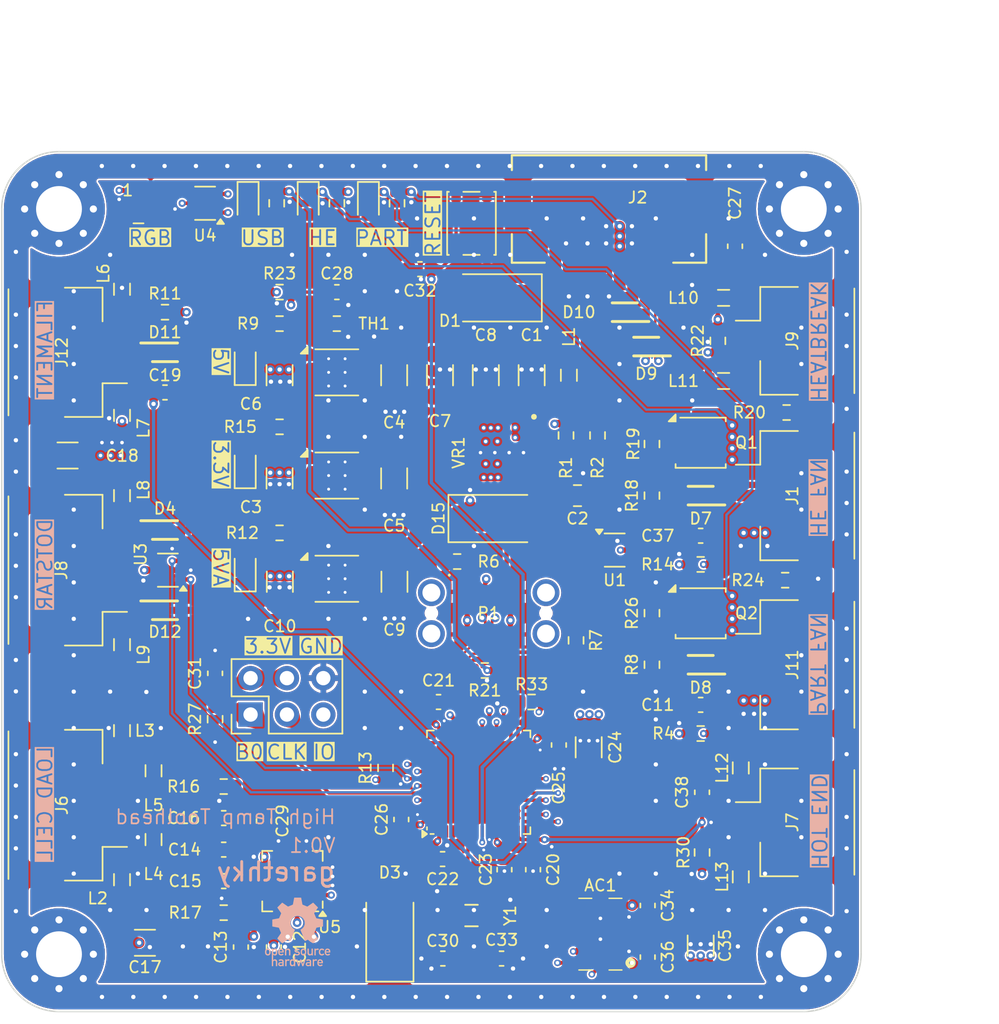
<source format=kicad_pcb>
(kicad_pcb (version 20240108) (generator "pcbnew") (generator_version "8.0")
  (layers (0 "F.Cu" signal) (1 "In1.Cu" signal) (2 "In2.Cu" signal) (3 "In3.Cu" signal) (4 "In4.Cu" signal) (31 "B.Cu" signal) (34 "B.Paste" user) (35 "F.Paste" user) (36 "B.SilkS" user "B.Silkscreen") (37 "F.SilkS" user "F.Silkscreen") (38 "B.Mask" user) (39 "F.Mask" user) (44 "Edge.Cuts" user))
  (net 0 "")
  (net 1 "GND")
  (net 2 "FILAMENT_SW")
  (net 3 "+5V")
  (net 4 "SPI_2_SDI")
  (net 5 "SPI_2_SCLK")
  (net 6 "SPI_2_SDO")
  (net 7 "ADS1220_DRDY")
  (net 8 "USB_PULL_UP")
  (net 9 "+24V")
  (net 12 "Net-(D2-A)")
  (net 13 "FAN0_TACH")
  (net 14 "NRST")
  (net 15 "Net-(D5-A)")
  (net 16 "FAN1_TACH")
  (net 17 "FAN1_PWM")
  (net 18 "BOOT0")
  (net 20 "Net-(D6-A)")
  (net 21 "/OSC_IN")
  (net 22 "/OSC_OUT")
  (net 23 "/+5V_USB")
  (net 24 "SWD_IO")
  (net 25 "SW_CLK")
  (net 29 "/FAN0_MOSFET_GND")
  (net 30 "USB_D+")
  (net 31 "USB_D-")
  (net 32 "Earth_Protective")
  (net 33 "+5VA")
  (net 34 "Net-(U2-PB3)")
  (net 35 "FAN0_PWM")
  (net 36 "+3V3")
  (net 37 "/AIN0")
  (net 38 "/AIN1")
  (net 39 "/LED_SDI")
  (net 40 "/FILAMENT_SW_V+")
  (net 41 "/FILAMENT_SW_GND")
  (net 42 "/FAN1_MOSFET_GND")
  (net 43 "/LOAD_CELL_IN+")
  (net 44 "/LOAD_CELL_REF-")
  (net 45 "/LOAD_CELL_IN-")
  (net 46 "/LOAD_CELL_REF+")
  (net 47 "SPI_1_SDI")
  (net 48 "SPI_1_SCLK")
  (net 49 "SPI_1_SDO")
  (net 50 "HEATBREAK_THERMISTOR")
  (net 51 "AMBIENT_THERMISTOR")
  (net 52 "/HEATBREAK_TH_VREF")
  (net 53 "/HEATBREAK_TH_GND")
  (net 54 "+5V5")
  (net 57 "Net-(VR1-VCC)")
  (net 58 "Net-(VR1-FB)")
  (net 59 "/LED_POWER")
  (net 60 "/LED_GND")
  (net 61 "Net-(D13-A)")
  (net 62 "Net-(D14-A)")
  (net 63 "/SW_HEATSINK")
  (net 64 "Net-(P1-CC1)")
  (net 65 "Net-(P1-CC2)")
  (net 66 "HOTEND_THERMISTOR")
  (net 67 "/HOTEND_TH_VREF")
  (net 68 "Net-(L4-Pad2)")
  (net 69 "Net-(L5-Pad1)")
  (net 70 "/LED_CLK")
  (net 71 "/+24V_INPUT")
  (net 72 "/+FANV_INPUT")
  (net 74 "Net-(U2-PB13)")
  (net 75 "/FAN1_PWM_+5V")
  (net 76 "/FAN0_PWM_+5V")
  (net 77 "Net-(Q1-G)")
  (net 78 "Net-(Q2-G)")
  (net 81 "/HOTEND_TH_GND")
  (net 97 "Net-(D17-A)")
  (net 99 "RGB_LED_DATA")
  (net 100 "RGB_LED_CLOCK")
  (net 101 "/RGB_INDICATOR_SDO")
  (net 102 "/RGB_INDICATOR_CLK")
  (net 103 "DOTSTAR_LED_DATA")
  (net 104 "DOTSTAR_LED_CLOCK")
  (footprint "Capacitor_SMD:C_0603_1608Metric" (layer "F.Cu") (at 37.1 50.1 90)
    (property "Reference" "C20")
    (property "Value" "0.1uF")
  )
  (footprint "LED_SMD:LED_0603_1608Metric" (layer "F.Cu") (at 17.2 3.6 -90)
    (property "Reference" "D6" (hide yes))
    (property "Value" "RED LED")
  )
  (footprint "Capacitor_SMD:C_0603_1608Metric" (layer "F.Cu") (at 38.9 41.4 90)
    (property "Reference" "C25")
    (property "Value" "0.1uF")
  )
  (footprint "Molex CLIK-Mate:Molex_CLIK-Mate_505405-0470_1x04-1MP_P1.50mm_Vertical" (layer "F.Cu") (at 4.8 29.2 90)
    (property "Reference" "J8")
    (property "Value" "Conn_01x04")
  )
  (footprint "Molex CLIK-Mate:Molex_CLIK-Mate_505405-0470_1x04-1MP_P1.50mm_Vertical" (layer "F.Cu") (at 4.8 45.6 90)
    (property "Reference" "J6")
    (property "Value" "Conn_01x04")
  )
  (footprint "Resistor_SMD:R_0603_1608Metric" (layer "F.Cu") (at 45.4 32.2 90)
    (property "Reference" "R26")
    (property "Value" "R1kΩ")
  )
  (footprint "Resistor_SMD:R_0603_1608Metric" (layer "F.Cu") (at 23.4 3.6 90)
    (property "Reference" "R3" (hide yes))
    (property "Value" "R2kΩ")
  )
  (footprint "Package_SON:VSON-8-1EP_3x3mm_P0.65mm_EP1.65x2.4mm_ThermalVias" (layer "F.Cu") (at 23.4 29.8)
    (property "Reference" "LDO3" (hide yes))
    (property "Value" "TPS7A21-Q1 5V @ 500mA")
  )
  (footprint "LED_SMD:LED_0603_1608Metric" (layer "F.Cu") (at 17 14.8 90)
    (property "Reference" "D5" (hide yes))
    (property "Value" "RED LED")
  )
  (footprint "Resistor_SMD:R_0603_1608Metric" (layer "F.Cu") (at 26.8 43 -90)
    (property "Reference" "R13")
    (property "Value" "R47Ω")
  )
  (footprint "LED_SMD:LED_0603_1608Metric" (layer "F.Cu") (at 17 29.2 90)
    (property "Reference" "D17" (hide yes))
    (property "Value" "RED LED")
  )
  (footprint "Capacitor_SMD:C_0603_1608Metric" (layer "F.Cu") (at 23.4 9.8)
    (property "Reference" "C28")
    (property "Value" "0.1uF")
  )
  (footprint "Resistor_SMD:R_0603_1608Metric" (layer "F.Cu") (at 41.6 19.8 90)
    (property "Reference" "R2")
    (property "Value" "R10kΩ")
  )
  (footprint "SNAL_TLVM23615RDNR:CONV_TLVM23615RDNR" (layer "F.Cu") (at 35.2 21 -90)
    (property "Reference" "VR1")
    (property "Value" "TLVM23615RDNR")
  )
  (footprint "Diode_SMD:D_SMA" (layer "F.Cu") (at 34.7 25.6)
    (property "Reference" "D15")
    (property "Value" "40V, 1A, SMA")
  )
  (footprint "Capacitor_SMD:C_0603_1608Metric" (layer "F.Cu") (at 48.8 26.8 180)
    (property "Reference" "C37")
    (property "Value" "0.1uF")
  )
  (footprint "MountingHole:MountingHole_3.2mm_M3_Pad_Via" (layer "F.Cu") (at 56 56)
    (property "Reference" "H2" (hide yes))
    (property "Value" "MountingHole")
  )
  (footprint "Resistor_SMD:R_0603_1608Metric" (layer "F.Cu") (at 15.5 44.3 180)
    (property "Reference" "R16")
    (property "Value" "R240Ω")
  )
  (footprint "LED_SMD:LED_0603_1608Metric" (layer "F.Cu") (at 21.4 3.6 -90)
    (property "Reference" "D13" (hide yes))
    (property "Value" "RED LED")
  )
  (footprint "Capacitor_SMD:C_1206_3216Metric" (layer "F.Cu") (at 37 15.6 90)
    (property "Reference" "C1")
    (property "Value" "22uF")
  )
  (footprint "Capacitor_SMD:C_0603_1608Metric" (layer "F.Cu") (at 30.5 38.4 180)
    (property "Reference" "C21")
    (property "Value" "0.1uF")
  )
  (footprint "MountingHole:MountingHole_3.2mm_M3_Pad_Via" (layer "F.Cu") (at 56 4)
    (property "Reference" "H4" (hide yes))
    (property "Value" "MountingHole")
  )
  (footprint "LED_SMD:LED_0603_1608Metric" (layer "F.Cu") (at 17 22 90)
    (property "Reference" "D2" (hide yes))
    (property "Value" "RED LED")
  )
  (footprint "Capacitor_SMD:C_1206_3216Metric" (layer "F.Cu") (at 4.6 21.2 180)
    (property "Reference" "C18")
    (property "Value" "22uF")
  )
  (footprint "Package_DFN_QFN:Texas_RSA_VQFN-16-1EP_4x4mm_P0.65mm_EP2.7x2.7mm" (layer "F.Cu") (at 20.3 50.9 180)
    (property "Reference" "U5")
    (property "Value" "ADS1220")
  )
  (footprint "Connector_PinHeader_2.54mm:PinHeader_2x03_P2.54mm_Vertical" (layer "F.Cu") (at 17.375 39.275 90)
    (property "Reference" "J13" (hide yes))
    (property "Value" "PinHeader_2x4_P2.54mm")
  )
  (footprint "Resistor_SMD:R_0603_1608Metric" (layer "F.Cu") (at 19.4 9.8 180)
    (property "Reference" "R23")
    (property "Value" "R4.7kΩ")
  )
  (footprint "AQ4020-01FTG:SOD2613X114N" (layer "F.Cu") (at 11.4 26.4)
    (property "Reference" "D4")
    (property "Value" "AQW05-01FTG" (hide yes))
  )
  (footprint "Molex CLIK-Mate:Molex_CLIK-Mate_505405-0370_1x03-1MP_P1.50mm_Vertical" (layer "F.Cu") (at 55.2 24 -90)
    (property "Reference" "J1")
    (property "Value" "Conn_01x03")
  )
  (footprint "Resistor_SMD:R_0603_1608Metric" (layer "F.Cu") (at 19.4 26.6)
    (property "Reference" "R12")
    (property "Value" "R2kΩ")
  )
  (footprint "Package_TO_SOT_SMD:SOT-363_SC-70-6" (layer "F.Cu") (at 14.2 3.6 180)
    (property "Reference" "U4")
    (property "Value" "SN74LVC2G17DSFR")
  )
  (footprint "Capacitor_SMD:C_0603_1608Metric" (layer "F.Cu") (at 18.3 46.7 90)
    (property "Reference" "C29")
    (property "Value" "0.1uF")
  )
  (footprint "Inductor_SMD:L_0805_2012Metric" (layer "F.Cu") (at 50.4 16 180)
    (property "Reference" "L11")
    (property "Value" "120R@100MHz/3A")
  )
  (footprint "Package_DFN_QFN:QFN-48-1EP_7x7mm_P0.5mm_EP5.6x5.6mm" (layer "F.Cu") (at 33.3 44 90)
    (property "Reference" "U2" (hide yes))
    (property "Value" "STM32F103CBU6TR")
  )
  (footprint "Resistor_SMD:R_0603_1608Metric" (layer "F.Cu") (at 54.7 29.9 180)
    (property "Reference" "R24")
    (property "Value" "R20kΩ")
  )
  (footprint "Resistor_SMD:R_0603_1608Metric" (layer "F.Cu") (at 19.4 12)
    (property "Reference" "R9")
    (property "Value" "R2kΩ")
  )
  (footprint "Inductor_SMD:L_0805_2012Metric" (layer "F.Cu") (at 8.4 34.4 -90)
    (property "Reference" "L9")
    (property "Value" "120R@100MHz/3A")
  )
  (footprint "ADXL345:ADXL345" (layer "F.Cu") (at 41.8 54.6 180)
    (property "Reference" "AC1")
    (property "Value" "ADXL345" (hide yes))
  )
  (footprint "Resistor_SMD:R_0603_1608Metric" (layer "F.Cu") (at 45.4 20.4 90)
    (property "Reference" "R19")
    (property "Value" "R1kΩ")
  )
  (footprint "Inductor_SMD:L_0805_2012Metric" (layer "F.Cu") (at 8.4 50.8 -90)
    (property "Reference" "L2")
    (property "Value" "120R@100MHz/3A")
  )
  (footprint "Inductor_SMD:L_0805_2012Metric" (layer "F.Cu") (at 10.6 47.999 -90)
    (property "Reference" "L4")
    (property "Value" "120R@100MHz/3A")
  )
  (footprint "Resistor_SMD:R_0603_1608Metric" (layer "F.Cu") (at 27.6 3.6 90)
    (property "Reference" "R5" (hide yes))
    (property "Value" "R2kΩ")
  )
  (footprint "AQ4020-01FTG:SOD2613X114N" (layer "F.Cu") (at 43.5 11.2 180)
    (property "Reference" "D10")
    (property "Value" "AQ4020-01FTG-C" (hide yes))
  )
  (footprint "AQ4020-01FTG:SOD2613X114N" (layer "F.Cu") (at 11.4 14)
    (property "Reference" "D11")
    (property "Value" "AQ4020-01FTG" (hide yes))
  )
  (footprint "Resistor_SMD:R_0603_1608Metric" (layer "F.Cu") (at 31.8 28.6 180)
    (property "Reference" "R6")
    (property "Value" "R5.1kΩ")
  )
  (footprint "Resistor_SMD:R_0603_1608Metric" (layer "F.Cu") (at 48.8 28.8 180)
    (property "Reference" "R14")
    (property "Value" "R1kΩ")
  )
  (footprint "Capacitor_SMD:C_0603_1608Metric" (layer "F.Cu") (at 48.8 38.6 180)
    (property "Reference" "C11")
    (property "Value" "0.1uF")
  )
  (footprint "LED_SMD:LED-APA102-2020" (layer "F.Cu") (at 10.4 3.6)
    (property "Reference" "D16" (hide yes))
    (property "Value" "DotStar Micro LED")
  )
  (footprint "Package_SON:VSON-8_3.3x3.3mm_P0.65mm_NexFET" (layer "F.Cu") (at 48.8 20.3)
    (property "Reference" "Q1")
    (property "Value" "CSD17581Q3A")
  )
  (footprint "Resistor_SMD:R_0603_1608Metric" (layer "F.Cu") (at 40.1 34.1 90)
    (property "Reference" "R7")
    (property "Value" "R5.1kΩ")
  )
  (footprint "Resistor_SMD:R_0603_1608Metric" (layer "F.Cu") (at 39.4 19.8 -90)
    (property "Reference" "R1")
    (property "Value" "R45.3kΩ")
  )
  (footprint "Resistor_SMD:R_0603_1608Metric" (layer "F.Cu") (at 33.73 36.2 180)
    (property "Reference" "R21")
    (property "Value" "R1.5kΩ")
  )
  (footprint "Molex CLIK-Mate:Molex_CLIK-Mate_505405-0270_1x02-1MP_P1.50mm_Vertical" (layer "F.Cu") (at 55.2 46.8 -90)
    (property "Reference" "J7")
    (property "Value" "Conn_01x02")
  )
  (footprint "MountingHole:MountingHole_3.2mm_M3_Pad_Via" (layer "F.Cu") (at 4 56)
    (property "Reference" "H1" (hide yes))
    (property "Value" "MountingHole")
  )
  (footprint "Resistor_SMD:R_0603_1608Metric" (layer "F.Cu") (at 45.4 24 90)
    (property "Reference" "R18")
    (property "Value" "R10kΩ")
  )
  (footprint "Inductor_SMD:L_0805_2012Metric" (layer "F.Cu") (at 50.4 10.2 180)
    (property "Reference" "L10")
    (property "Value" "120R@100MHz/3A")
  )
  (footprint "Capacitor_SMD:C_0603_1608Metric" (layer "F.Cu") (at 30.8 56.3)
    (property "Reference" "C30")
    (property "Value" "25pF")
  )
  (footprint "Diode_SMD:D_SMA" (layer "F.Cu") (at 34.2 10.2 180)
    (property "Reference" "D1")
    (property "Value" "SMAJ24A")
  )
  (footprint "Capacitor_SMD:C_0603_1608Metric" (layer "F.Cu") (at 29.2 8.2 180)
    (property "Reference" "C32")
    (property "Value" "0.1uF")
  )
  (footprint "GCT_USB4145-03-0170-C:USB4145030170C" (layer "F.Cu") (at 34 32.2)
    (property "Reference" "P1")
    (property "Value" "USB_C_Plug_USB2.0" (hide yes))
  )
  (footprint "Package_TO_SOT_SMD:SOT-363_SC-70-6" (layer "F.Cu") (at 42.8 27.8)
    (property "Reference" "U1")
    (property "Value" "SN74LVC2G17DSFR")
  )
  (footprint "Inductor_SMD:L_0805_2012Metric" (layer "F.Cu") (at 10.6 43.2 -90)
    (property "Reference" "L5")
    (property "Value" "120R@100MHz/3A")
  )
  (footprint "Capacitor_SMD:C_0603_1608Metric" (layer "F.Cu") (at 30.782659 49.359939 180)
    (property "Reference" "C22")
    (property "Value" "0.1uF")
  )
  (footprint "Resistor_SMD:R_0603_1608Metric" (layer "F.Cu") (at 45.4 35.8 90)
    (property "Reference" "R8")
    (property "Value" "R10kΩ")
  )
  (footprint "Capacitor_SMD:C_0603_1608Metric" (layer "F.Cu") (at 16.7 55.5 90)
    (property "Reference" "C13")
    (property "Value" "0.1uF")
  )
  (footprint "Package_SON:VSON-8-1EP_3x3mm_P0.65mm_EP1.65x2.4mm_ThermalVias" (layer "F.Cu") (at 23.4 15.4)
    (property "Reference" "LDO1" (hide yes))
    (property "Value" "TPS7A21-Q1 5V @ 500mA")
  )
  (footprint "Capacitor_SMD:C_1206_3216Metric" (layer "F.Cu") (at 10 55.2)
    (property "Reference" "C17")
    (property "Value" "10uF")
  )
  (footprint "Package_TO_SOT_SMD:SOT-363_SC-70-6" (layer "F.Cu") (at 11.6 29.2 180)
    (property "Reference" "U3")
    (property "Value" "SN74LVC2G17DSFR")
  )
  (footprint "Capacitor_SMD:C_0603_1608Metric" (layer "F.Cu") (at 27.9 46.6 -90)
    (property "Reference" "C26")
    (property "Value" "0.1uF")
  )
  (footprint "Capacitor_SMD:C_0603_1608Metric" (layer "F.Cu") (at 14.9 36.4 90)
    (property "Reference" "C31")
    (property "Value" "0.1uF")
  )
  (footprint "Resistor_SMD:R_0603_1608Metric" (layer "F.Cu") (at 54.8 18.2 180)
    (property "Reference" "R20")
    (property "Value" "R20kΩ")
  )
  (footprint "Capacitor_SMD:C_0603_1608Metric" (layer "F.Cu") (at 11.4 16.8)
    (property "Reference" "C19")
    (property "Value" "0.1uF")
  )
  (footprint "Capacitor_SMD:C_1206_3216Metric" (layer "F.Cu") (at 19.4 15.6 -90)
    (property "Reference" "C6")
    (property "Value" "10uF")
  )
  (footprint "Inductor_SMD:L_0805_2012Metric" (layer "F.Cu") (at 8.4 18.4 90)
    (property "Reference" "L7")
    (property "Value" "120R@100MHz/3A")
  )
  (footprint "Button_Switch_SMD:SW_SPST_PTS810" (layer "F.Cu") (at 32.8 5 90)
    (property "Reference" "SW1" (hide yes))
    (property "Value" "SW_SPST")
  )
  (footprint "MountingHole:MountingHole_3.2mm_M3_Pad_Via" (layer "F.Cu") (at 4 4)
    (property "Reference" "H3" (hide yes))
    (property "Value" "MountingHole")
  )
  (footprint "Molex CLIK-Mate:Molex_CLIK-Mate_505405-0370_1x03-1MP_P1.50mm_Vertical" (layer "F.Cu") (at 55.2 35.8 -90)
    (property "Reference" "J11")
    (property "Value" "Conn_01x03")
  )
  (footprint "Capacitor_SMD:C_1206_3216Metric" (layer "F.Cu") (at 48.8 55.4 90)
    (property "Reference" "C35")
    (property "Value" "10uF")
  )
  (footprint "Resistor_SMD:R_0603_1608Metric" (layer "F.Cu") (at 37 38.4)
    (property "Reference" "R33")
    (property "Value" "R47Ω")
  )
  (footprint "Capacitor_SMD:C_0805_2012Metric" (layer "F.Cu") (at 40.2 24)
    (property "Reference" "C2")
    (property "Value" "1uF")
  )
  (footprint "Resistor_SMD:R_0603_1608Metric" (layer "F.Cu") (at 14.9 39.6 -90)
    (property "Reference" "R27")
    (property "Value" "R10kΩ")
  )
  (footprint "Capacitor_SMD:C_1206_3216Metric" (layer "F.Cu") (at 40.982659 41.559939 90)
    (property "Reference" "C24")
    (property "Value" "10uF")
  )
  (footprint "Capacitor_SMD:C_0603_1608Metric" (layer "F.Cu") (at 51.2 6.6 90)
    (property "Reference" "C27")
    (property "Value" "0.1uF")
  )
  (footprint "LED_SMD:LED_0603_1608Metric" (layer "F.Cu") (at 25.6 3.6 -90)
    (property "Reference" "D14" (hide yes))
    (property "Value" "RED LED")
  )
  (footprint "Capacitor_SMD:C_1206_3216Metric" (layer "F.Cu") (at 33.8 15.6 90)
    (property "Reference" "C8")
    (property "Value" "22uF")
  )
  (footprint "Capacitor_SMD:C_1206_3216Metric" (layer "F.Cu") (at 27.4 22.8 -90)
    (property "Reference" "C5")
    (property "Value" "10uF")
  )
  (footprint "Capacitor_SMD:C_0603_1608Metric" (layer "F.Cu") (at 35.1 50.1 90)
    (property "Reference" "C23")
    (property "Value" "0.1uF")
  )
  (footprint "Package_SON:VSON-8-1EP_3x3mm_P0.65mm_EP1.65x2.4mm_ThermalVias" (layer "F.Cu") (at 23.4 22.6)
    (property "Reference" "LDO2" (hide yes))
    (property "Value" "TPS7A21-Q1 3.3V @ 500mA")
  )
  (footprint "Inductor_SMD:L_0805_2012Metric" (layer "F.Cu") (at 8.4 9.6 90)
    (property "Reference" "L6")
    (property "Value" "120R@100MHz/3A")
  )
  (footprint "Capacitor_SMD:C_0603_1608Metric" (layer "F.Cu") (at 15.5 48.7)
    (property "Reference" "C14")
    (property "Value" "0.1uF")
  )
  (footprint "Capacitor_SMD:C_0603_1608Metric" (layer "F.Cu") (at 15.5 50.9)
    (property "Reference" "C15")
    (property "Value" "0.1uF")
  )
  (footprint "ECS-.327-6-34QCS-TR:XTAL_ECS-.327-6-34QCS-TR" (layer "F.Cu") (at 32.8 53.3 180)
    (property "Reference" "Y1")
    (property "Value" "Crystal")
  )
  (footprint "Molex CLIK-Mate:Molex_CLIK-Mate_505405-0270_1x02-1MP_P1.50mm_Vertical" (layer "F.Cu") (at 55.2 13.2 -90)
    (property "Reference" "J9")
    (property "Value" "Conn_01x02")
  )
  (footprint "Resistor_SMD:R_0603_1608Metric" (layer "F.Cu") (at 48.9 48.9 -90)
    (property "Reference" "R30")
    (property "Value" "R4.7kΩ")
  )
  (footprint "Resistor_SMD:R_0603_1608Metric" (layer "F.Cu") (at 50 13.2 90)
    (property "Reference" "R22")
    (property "Value" "R4.7kΩ")
  )
  (footprint "Resistor_SMD:R_0603_1608Metric" (layer "F.Cu") (at 19.2 3.6 90)
    (property "Reference" "R10" (hide yes))
    (property "Value" "R1kΩ")
  )
  (footprint "AQ4020-01FTG:SOD2613X114N" (layer "F.Cu") (at 11.4 32)
    (property "Reference" "D12")
    (property "Value" "AQW05-01FTG" (hide yes))
  )
  (footprint "Resistor_SMD:R_0603_1608Metric" (layer "F.Cu") (at 15.5 53.1 180)
    (property "Reference" "R17")
    (property "Value" "R240Ω")
  )
  (footprint "Inductor_SMD:L_0805_2012Metric" (layer "F.Cu") (at 8.4 24 -90)
    (property "Reference" "L8")
    (property "Value" "120R@100MHz/3A")
  )
  (footprint "AQ4020-01FTG:SOD2613X114N" (layer "F.Cu") (at 48.8 24 180)
    (property "Reference" "D7")
    (property "Value" "AQ4020-01FTG" (hide yes))
  )
  (footprint "Inductor_SMD:L_0805_2012Metric" (layer "F.Cu") (at 51.6 43 -90)
    (property "Reference" "L12")
    (property "Value" "120R@100MHz/3A")
  )
  (footprint "AQ4020-01FTG:SOD2613X114N" (layer "F.Cu") (at 48.8 35.8 180)
    (property "Reference" "D8")
    (property "Value" "AQ4020-01FTG" (hide yes))
  )
  (footprint "Capacitor_SMD:C_1206_3216Metric" (layer "F.Cu") (at 27.4 15.6 -90)
    (property "Reference" "C4")
    (property "Value" "10uF")
  )
  (footprint "Resistor_SMD:R_0603_1608Metric" (layer "F.Cu") (at 48.8 40.6 180)
    (property "Reference" "R4")
    (property "Value" "R1kΩ")
  )
  (footprint "Resistor_SMD:R_0603_1608Metric" (layer "F.Cu") (at 19.4 19.2 180)
    (property "Reference" "R15")
    (property "Value" "R1kΩ")
  )
  (footprint "Resistor_SMD:R_0603_1608Metric" (layer "F.Cu") (at 23.4 12)
    (property "Reference" "TH1")
    (property "Value" "Thermistor_NTC")
  )
  (footprint "Diode_SMD:D_SMA" (layer "F.Cu") (at 27.1 54.4 90)
    (property "Reference" "D3")
    (property "Value" "SMAJ24A")
  )
  (footprint "Capacitor_SMD:C_1206_3216Metric" (layer "F.Cu") (at 27.42 30.01 -90)
    (property "Reference" "C9")
    (property "Value" "10uF")
  )
  (footprint "AQ4020-01FTG:SOD2613X114N" (layer "F.Cu") (at 45 13.6 180)
    (property "Reference" "D9")
    (property "Value" "AQ4020-01FTG-C" (hide yes))
  )
  (footprint "Capacitor_SMD:C_0603_1608Metric" (layer "F.Cu") (at 34.9 56.3 180)
    (property "Reference" "C33")
    (property "Value" "25pF")
  )
  (footprint "Capacitor_SMD:C_1206_3216Metric" (layer "F.Cu") (at 19.42 30.01 -90)
    (property "Reference" "C10")
    (property "Value" "10uF")
  )
  (footprint "Capacitor_SMD:C_0603_1608Metric" (layer "F.Cu") (at 48.9 44.7 90)
    (property "Reference" "C38")
    (property "Value" "0.1uF")
  )
  (footprint "Capacitor_SMD:C_0603_1608Metric" (layer "F.Cu") (at 19 55.5 90)
    (property "Reference" "C12")
    (property "Value" "0.1uF")
  )
  (footprint "Inductor_SMD:L_0805_2012Metric" (layer "F.Cu") (at 39.6 15.6 -90)
    (property "Reference" "L1")
    (property "Value" "120R@100MHz/3A")
  )
  (footprint "Capacitor_SMD:C_0603_1608Metric" (layer "F.Cu") (at 15.5 46.5 180)
    (property "Reference" "C16")
    (property "Value" "0.1uF")
  )
  (footprint "Inductor_SMD:L_0805_2012Metric" (layer "F.Cu") (at 51.6 50.6 -90)
    (property "Reference" "L13")
    (property "Value" "120R@100MHz/3A")
  )
  (footprint "Resistor_SMD:R_0603_1608Metric" (layer "F.Cu") (at 11.4 11.2)
    (property "Reference" "R11")
    (property "Value" "R4.7kΩ")
  )
  (footprint "Molex CLIK-Mate:Molex_CLIK-Mate_505405-0370_1x03-1MP_P1.50mm_Vertical" (layer "F.Cu") (at 4.8 14 90)
    (property "Reference" "J12")
    (property "Value" "Conn_01x03")
  )
  (footprint "Capacitor_SMD:C_0603_1608Metric" (layer "F.Cu") (at 45.1 52.6 -90)
    (property "Reference" "C34")
    (property "Value" "0.1uF")
  )
  (footprint "Capacitor_SMD:C_1206_3216Metric" (layer "F.Cu") (at 30.6 15.6 90)
    (property "Reference" "C7")
    (property "Value" "22uF")
  )
  (footprint "Capacitor_SMD:C_0603_1608Metric" (layer "F.Cu") (at 45.1 56.2 90)
    (property "Reference" "C36")
    (property "Value" "0.1uF")
  )
  (footprint "Capacitor_SMD:C_1206_3216Metric" (layer "F.Cu") (at 19.4 22.8 -90)
    (property "Reference" "C3")
    (property "Value" "10uF")
  )
  (footprint "Molex CLIK-Mate:Molex_CLIK-Mate_213226-0610_1x06-1MP_P1.50mm_Horizontal" (layer "F.Cu") (at 42.4 4 180)
    (property "Reference" "J2")
    (property "Value" "Conn_02x08")
  )
  (footprint "Package_SON:VSON-8_3.3x3.3mm_P0.65mm_NexFET" (layer "F.Cu") (at 48.8 32.2)
    (property "Reference" "Q2")
    (property "Value" "CSD17581Q3A")
  )
  (footprint "Inductor_SMD:L_0805_2012Metric" (layer "F.Cu") (at 8.4 40.4 90)
    (property "Reference" "L3")
    (property "Value" "120R@100MHz/3A")
  )
  (gr_poly (pts (xy 21.431486 56.352535) (xy 21.452085 56.353984) (xy 21.471699 56.356469) (xy 21.481117 56.358117) (xy 21.490265 56.360045) (xy 21.499134 56.36226) (xy 21.507717 56.364769) (xy 21.516005 56.367579) (xy 21.52399 56.370696) (xy 21.531665 56.374129) (xy 21.53902 56.377884) (xy 21.546049 56.381967) (xy 21.552743 56.386387) (xy 21.559094 56.39115) (xy 21.565093 56.396263) (xy 21.570734 56.401733) (xy 21.576007 56.407567) (xy 21.580904 56.413773) (xy 21.585418 56.420356) (xy 21.589541 56.427325) (xy 21.593264 56.434686) (xy 21.596579 56.442446) (xy 21.599478 56.450613) (xy 21.601954 56.459193) (xy 21.603997 56.468193) (xy 21.605601 56.477621) (xy 21.606756 56.487483) (xy 21.607455 56.497787) (xy 21.60769 56.508539) (xy 21.60769 56.832759) (xy 21.51207 56.832759) (xy 21.51207 56.790584) (xy 21.510218 56.790584) (xy 21.506368 56.796532) (xy 21.502183 56.802066) (xy 21.497635 56.80719) (xy 21.492697 56.811907) (xy 21.487341 56.816223) (xy 21.481541 56.820141) (xy 21.475268 56.823667) (xy 21.468496 56.826803) (xy 21.461197 56.829554) (xy 21.453345 56.831925) (xy 21.44491 56.833919) (xy 21.435867 56.835542) (xy 21.426188 56.836796) (xy 21.415845 56.837687) (xy 21.404812 56.838218) (xy 21.39306 56.838395) (xy 21.383263 56.838212) (xy 21.373727 56.837669) (xy 21.364455 56.836775) (xy 21.355452 56.835536) (xy 21.346719 56.833961) (xy 21.33826 56.832057) (xy 21.330079 56.829833) (xy 21.322179 56.827296) (xy 21.314563 56.824454) (xy 21.307235 56.821316) (xy 21.300196 56.817888) (xy 21.293452 56.81418) (xy 21.287005 56.810198) (xy 21.280859 56.805951) (xy 21.275016 56.801447) (xy 21.26948 56.796693) (xy 21.264254 56.791698) (xy 21.259342 56.786469) (xy 21.254746 56.781014) (xy 21.250471 56.775341) (xy 21.246519 56.769458) (xy 21.242893 56.763372) (xy 21.239597 56.757093) (xy 21.236634 56.750627) (xy 21.234008 56.743983) (xy 21.231721 56.737168) (xy 21.229777 56.730191) (xy 21.228179 56.723058) (xy 21.226931 56.715779) (xy 21.226035 56.708361) (xy 21.225495 56.700811) (xy 21.225314 56.693139) (xy 21.225416 56.688455) (xy 21.315326 56.688455) (xy 21.315626 56.694374) (xy 21.31654 56.70017) (xy 21.318088 56.705807) (xy 21.320292 56.711251) (xy 21.321646 56.713889) (xy 21.323171 56.716465) (xy 21.32487 56.718974) (xy 21.326746 56.721413) (xy 21.328801 56.723776) (xy 21.331037 56.726059) (xy 21.333458 56.728258) (xy 21.336066 56.730368) (xy 21.338863 56.732385) (xy 21.341851 56.734305) (xy 21.345035 56.736122) (xy 21.348415 56.737832) (xy 21.351995 56.739432) (xy 21.355778 56.740915) (xy 21.359765 56.742279) (xy 21.363959 56.743518) (xy 21.37298 56.745604) (xy 21.38286 56.747139) (xy 21.393622 56.748086) (xy 21.405284 56.74841) (xy 21.419608 56.748297) (xy 21.432739 56.747904) (xy 21.444714 56.747145) (xy 21.455571 56.745938) (xy 21.460592 56.74514) (xy 21.465347 56.744198) (xy 21.469841 56.743102) (xy 21.474078 56.741842) (xy 21.478063 56.740407) (xy 21.481802 56.738786) (xy 21.485297 56.736969) (xy 21.488555 56.734946) (xy 21.491579 56.732705) (xy 21.494375 56.730237) (xy 21.496947 56.727532) (xy 21.499299 56.724578) (xy 21.501436 56.721365) (xy 21.503364 56.717882) (xy 21.505085 56.71412) (xy 21.506606 56.710068) (xy 21.507931 56.705714) (xy 21.509064 56.70105) (xy 21.51001 56.696063) (xy 21.510773 56.690745) (xy 21.511359 56.685084) (xy 21.511772 56.679069) (xy 21.512016 56.672691) (xy 21.512096 56.665939) (xy 21.512096 56.631252) (xy 21.397796 56.631252) (xy 21.392613 56.631318) (xy 21.387604 56.631513) (xy 21.38277 56.631837) (xy 21.37811 56.632287) (xy 21.373623 56.632862) (xy 21.369307 56.633559) (xy 21.365163 56.634376) (xy 21.361191 56.635312) (xy 21.357388 56.636365) (xy 21.353755 56.637533) (xy 21.35029 56.638814) (xy 21.346994 56.640205) (xy 21.343865 56.641706) (xy 21.340903 56.643315) (xy 21.338107 56.645029) (xy 21.335477 56.646846) (xy 21.333011 56.648765) (xy 21.330709 56.650783) (xy 21.328571 56.6529) (xy 21.326595 56.655112) (xy 21.324781 56.657419) (xy 21.323129 56.659817) (xy 21.321637 56.662306) (xy 21.320305 56.664883) (xy 21.319132 56.667547) (xy 21.318118 56.670295) (xy 21.317262 56.673126) (xy 21.316563 56.676038) (xy 21.316021 56.679029) (xy 21.315634 56.682096) (xy 21.315403 56.685239) (xy 21.315326 56.688455) (xy 21.225416 56.688455) (xy 21.225468 56.686059) (xy 21.225929 56.679055) (xy 21.226697 56.672136) (xy 21.22777 56.665312) (xy 21.22915 56.658592) (xy 21.230834 56.651988) (xy 21.232823 56.645507) (xy 21.235116 56.639161) (xy 21.237712 56.632959) (xy 21.240611 56.62691) (xy 21.243813 56.621025) (xy 21.247316 56.615313) (xy 21.251121 56.609785) (xy 21.255226 56.604449) (xy 21.259632 56.599316) (xy 21.264337 56.594396) (xy 21.269341 56.589698) (xy 21.274644 56.585232) (xy 21.280245 56.581008) (xy 21.286144 56.577035) (xy 21.292339 56.573324) (xy 21.298831 56.569885) (xy 21.305619 56.566726) (xy 21.312702 56.563859) (xy 21.320081 56.561292) (xy 21.327753 56.559035) (xy 21.335719 56.557099) (xy 21.343978 56.555493) (xy 21.35253 56.554227) (xy 21.361374 56.55331) (xy 21.37051 56.552753) (xy 21.379937 56.552565) (xy 21.51207 56.552565) (xy 21.51207 56.502903) (xy 21.511727 56.494811) (xy 21.511295 56.491013) (xy 21.510688 56.487379) (xy 21.509903 56.483904) (xy 21.508938 56.480587) (xy 21.507791 56.477426) (xy 21.506462 56.474418) (xy 21.504946 56.471561) (xy 21.503244 56.468851) (xy 21.501352 56.466288) (xy 21.49927 56.463869) (xy 21.496994 56.461591) (xy 21.494524 56.459451) (xy 21.491857 56.457448) (xy 21.488992 56.455579) (xy 21.485926 56.453842) (xy 21.482657 56.452234) (xy 21.475506 56.449397) (xy 21.467523 56.447048) (xy 21.458693 56.445169) (xy 21.449 56.443741) (xy 21.43843 56.442744) (xy 21.426968 56.44216) (xy 21.414598 56.441969) (xy 21.405589 56.442082) (xy 21.397167 56.442427) (xy 21.389303 56.443018) (xy 21.381969 56.443866) (xy 21.378491 56.44439) (xy 21.375134 56.444983) (xy 21.371895 56.445647) (xy 21.36877 56.446383) (xy 21.365756 56.447192) (xy 21.362849 56.448076) (xy 21.360046 56.449037) (xy 21.357342 56.450076) (xy 21.354734 56.451194) (xy 21.352218 56.452394) (xy 21.349792 56.453676) (xy 21.347451 56.455042) (xy 21.345191 56.456494) (xy 21.34301 56.458034) (xy 21.340902 56.459662) (xy 21.338866 56.46138) (xy 21.336897 56.463191) (xy 21.334992 56.465094) (xy 21.333146 56.467093) (xy 21.331357 56.469188) (xy 21.329621 56.47138) (xy 21.327934 56.473673) (xy 21.326292 56.476066) (xy 21.324692 56.478562) (xy 21.249709 56.421411) (xy 21.256748 56.412287) (xy 21.264166 56.403892) (xy 21.271965 56.396207) (xy 21.280152 56.389211) (xy 21.288729 56.382887) (xy 21.2977 56.377215) (xy 21.307069 56.372175) (xy 21.31684 56.367747) (xy 21.327018 56.363913) (xy 21.337606 56.360653) (xy 21.348608 56.357948) (xy 21.360028 56.355778) (xy 21.37187 56.354124) (xy 21.384138 56.352967) (xy 21.396835 56.352286) (xy 21.409967 56.352064)) (stroke (width -0.000001)) (fill solid) (layer "B.SilkS"))
  (gr_poly (pts (xy 18.587787 55.601745) (xy 18.594464 55.602018) (xy 18.60097 55.602465) (xy 18.607308 55.603079) (xy 18.613479 55.603855) (xy 18.619485 55.604786) (xy 18.625329 55.605866) (xy 18.631014 55.607088) (xy 18.63654 55.608446) (xy 18.641911 55.609934) (xy 18.647129 55.611545) (xy 18.652196 55.613272) (xy 18.657114 55.615111) (xy 18.661885 55.617053) (xy 18.666512 55.619093) (xy 18.670997 55.621225) (xy 18.67955 55.625738) (xy 18.68756 55.63054) (xy 18.695047 55.63558) (xy 18.702027 55.640809) (xy 18.708518 55.646175) (xy 18.714539 55.651627) (xy 18.720107 55.657114) (xy 18.72524 55.662586) (xy 18.731841 55.670146) (xy 18.737946 55.677777) (xy 18.743565 55.685572) (xy 18.748708 55.693626) (xy 18.753385 55.70203) (xy 18.757605 55.71088) (xy 18.761378 55.720267) (xy 18.764713 55.730286) (xy 18.76762 55.74103) (xy 18.770108 55.752592) (xy 18.772187 55.765066) (xy 18.773866 55.778545) (xy 18.775156 55.793123) (xy 18.776065 55.808893) (xy 18.776604 55.825948) (xy 18.776781 55.844381) (xy 18.776604 55.862969) (xy 18.776065 55.880161) (xy 18.775156 55.896049) (xy 18.773866 55.91073) (xy 18.772187 55.924298) (xy 18.770108 55.936847) (xy 18.76762 55.948472) (xy 18.764713 55.959267) (xy 18.761378 55.969327) (xy 18.757605 55.978746) (xy 18.753385 55.98762) (xy 18.748708 55.996041) (xy 18.743565 56.004106) (xy 18.737946 56.011908) (xy 18.731841 56.019542) (xy 18.72524 56.027103) (xy 18.720107 56.032574) (xy 18.714539 56.038059) (xy 18.708518 56.043509) (xy 18.702027 56.048871) (xy 18.695047 56.054096) (xy 18.68756 56.059132) (xy 18.67955 56.063929) (xy 18.670997 56.068437) (xy 18.661885 56.072604) (xy 18.652196 56.07638) (xy 18.641911 56.079714) (xy 18.631014 56.082556) (xy 18.619485 56.084854) (xy 18.607308 56.086559) (xy 18.594464 56.087619) (xy 18.580937 56.087983) (xy 18.574084 56.087891) (xy 18.567404 56.087619) (xy 18.560896 56.087172) (xy 18.554557 56.086559) (xy 18.548384 56.085784) (xy 18.542376 56.084854) (xy 18.53653 56.083776) (xy 18.530844 56.082556) (xy 18.525316 56.0812) (xy 18.519944 56.079714) (xy 18.514725 56.078106) (xy 18.509657 56.07638) (xy 18.504738 56.074544) (xy 18.499966 56.072604) (xy 18.495338 56.070566) (xy 18.490853 56.068437) (xy 18.482299 56.06393) (xy 18.474288 56.059132) (xy 18.466801 56.054096) (xy 18.45982 56.048871) (xy 18.453328 56.043509) (xy 18.447307 56.03806) (xy 18.441739 56.032574) (xy 18.436606 56.027103) (xy 18.430006 56.019542) (xy 18.423902 56.011909) (xy 18.418284 56.004108) (xy 18.413142 55.996045) (xy 18.408467 55.987625) (xy 18.40425 55.978753) (xy 18.400479 55.969335) (xy 18.397147 55.959277) (xy 18.394243 55.948483) (xy 18.391757 55.936859) (xy 18.38968 55.92431) (xy 18.388003 55.910741) (xy 18.386715 55.896059) (xy 18.385807 55.880168) (xy 18.385269 55.862974) (xy 18.385092 55.844381) (xy 18.480659 55.844381) (xy 18.480727 55.856805) (xy 18.480936 55.868125) (xy 18.481297 55.878426) (xy 18.481818 55.887791) (xy 18.48251 55.896306) (xy 18.483382 55.904052) (xy 18.484443 55.911115) (xy 18.485703 55.917578) (xy 18.487172 55.923526) (xy 18.488859 55.929041) (xy 18.490774 55.934208) (xy 18.492927 55.93911) (xy 18.495326 55.943833) (xy 18.497982 55.948458) (xy 18.500904 55.953071) (xy 18.504102 55.957755) (xy 18.506919 55.961393) (xy 18.510091 55.964905) (xy 18.513598 55.968276) (xy 18.51742 55.971491) (xy 18.52154 55.974535) (xy 18.525936 55.977393) (xy 18.530591 55.98005) (xy 18.535484 55.982491) (xy 18.540598 55.984701) (xy 18.545912 55.986665) (xy 18.551408 55.988368) (xy 18.557066 55.989795) (xy 18.562867 55.990931) (xy 18.568792 55.99176) (xy 18.574821 55.992269) (xy 18.580937 55.992442) (xy 18.587047 55.992269) (xy 18.593073 55.991759) (xy 18.598994 55.990928) (xy 18.604792 55.989791) (xy 18.610448 55.988362) (xy 18.615942 55.986658) (xy 18.621256 55.984692) (xy 18.626369 55.982481) (xy 18.631263 55.980039) (xy 18.635918 55.977381) (xy 18.640317 55.974523) (xy 18.644438 55.97148) (xy 18.648263 55.968266) (xy 18.651773 55.964898) (xy 18.654949 55.961389) (xy 18.656406 55.959587) (xy 18.657772 55.957755) (xy 18.660969 55.953072) (xy 18.66389 55.94846) (xy 18.666545 55.943839) (xy 18.668942 55.939125) (xy 18.671093 55.934236) (xy 18.673006 55.92909) (xy 18.67469 55.923603) (xy 18.676157 55.917694) (xy 18.677415 55.91128) (xy 18.678473 55.904278) (xy 18.679343 55.896607) (xy 18.680033 55.888182) (xy 18.680552 55.878922) (xy 18.680911 55.868745) (xy 18.681187 55.845308) (xy 18.68112 55.832884) (xy 18.680911 55.821562) (xy 18.680552 55.811259) (xy 18.680033 55.80189) (xy 18.679343 55.793373) (xy 18.678473 55.785623) (xy 18.677415 55.778557) (xy 18.676157 55.772091) (xy 18.67469 55.766141) (xy 18.673006 55.760625) (xy 18.671093 55.755458) (xy 18.668942 55.750556) (xy 18.666545 55.745836) (xy 18.66389 55.741215) (xy 18.660969 55.736609) (xy 18.657772 55.731933) (xy 18.654949 55.728295) (xy 18.651773 55.724783) (xy 18.648263 55.721413) (xy 18.644438 55.718198) (xy 18.640317 55.715154) (xy 18.635918 55.712296) (xy 18.631263 55.709639) (xy 18.626369 55.707198) (xy 18.621256 55.704988) (xy 18.615942 55.703024) (xy 18.610448 55.701321) (xy 18.604792 55.699894) (xy 18.598994 55.698758) (xy 18.593073 55.697928) (xy 18.587047 55.697419) (xy 18.580937 55.697246) (xy 18.574821 55.69742) (xy 18.568792 55.697929) (xy 18.562867 55.698761) (xy 18.557066 55.699898) (xy 18.551408 55.701327) (xy 18.545912 55.703031) (xy 18.540598 55.704997) (xy 18.535484 55.707208) (xy 18.530591 55.70965) (xy 18.525936 55.712308) (xy 18.52154 55.715166) (xy 18.51742 55.718209) (xy 18.513598 55.721422) (xy 18.510091 55.724791) (xy 18.506919 55.7283) (xy 18.505465 55.730102) (xy 18.504102 55.731933) (xy 18.500904 55.736608) (xy 18.497982 55.741213) (xy 18.495326 55.74583) (xy 18.492927 55.750541) (xy 18.490774 55.755429) (xy 18.488859 55.760576) (xy 18.487172 55.766064) (xy 18.485703 55.771975) (xy 18.484443 55.778392) (xy 18.483382 55.785397) (xy 18.48251 55.793072) (xy 18.481818 55.8015) (xy 18.481297 55.810762) (xy 18.480936 55.820942) (xy 18.480659 55.844381) (xy 18.385092 55.844381) (xy 18.385269 55.825948) (xy 18.385807 55.808894) (xy 18.386715 55.793125) (xy 18.388003 55.778549) (xy 18.38968 55.765072) (xy 18.391757 55.752599) (xy 18.394243 55.741039) (xy 18.397147 55.730296) (xy 18.400479 55.720278) (xy 18.40425 55.710891) (xy 18.408467 55.702042) (xy 18.413142 55.693637) (xy 18.418284 55.685582) (xy 18.423902 55.677784) (xy 18.430006 55.67015) (xy 18.436606 55.662586) (xy 18.441739 55.657114) (xy 18.447307 55.651627) (xy 18.453328 55.646175) (xy 18.45982 55.640809) (xy 18.466801 55.635581) (xy 18.474288 55.63054) (xy 18.482299 55.625738) (xy 18.490853 55.621225) (xy 18.499966 55.617053) (xy 18.509657 55.613272) (xy 18.519944 55.609934) (xy 18.530844 55.607088) (xy 18.542376 55.604786) (xy 18.554557 55.603079) (xy 18.567404 55.602018) (xy 18.580937 55.601653)) (stroke (width -0.000001)) (fill solid) (layer "B.SilkS"))
  (gr_poly (pts (xy 20.494006 56.832759) (xy 20.398439 56.832759) (xy 20.398439 56.783096) (xy 20.392655 56.789115) (xy 20.386556 56.794877) (xy 20.380154 56.800363) (xy 20.373463 56.805555) (xy 20.366498 56.810436) (xy 20.359272 56.814987) (xy 20.351798 56.819191) (xy 20.34409 56.823029) (xy 20.336163 56.826482) (xy 20.32803 56.829534) (xy 20.319704 56.832166) (xy 20.3112 56.83436) (xy 20.302531 56.836098) (xy 20.29371 56.837362) (xy 20.284753 56.838133) (xy 20.275672 56.838394) (xy 20.270272 56.838318) (xy 20.264965 56.838091) (xy 20.259751 56.837716) (xy 20.25463 56.837197) (xy 20.249601 56.836536) (xy 20.244666 56.835737) (xy 20.239823 56.834803) (xy 20.235071 56.833737) (xy 20.230412 56.832541) (xy 20.225845 56.83122) (xy 20.22137 56.829776) (xy 20.216986 56.828212) (xy 20.212693 56.826531) (xy 20.208492 56.824737) (xy 20.200362 56.820819) (xy 20.192594 56.816485) (xy 20.185188 56.811758) (xy 20.17814 56.806663) (xy 20.171452 56.801225) (xy 20.165119 56.795468) (xy 20.159142 56.789418) (xy 20.153519 56.783098) (xy 20.148249 56.776535) (xy 20.143545 56.770221) (xy 20.139264 56.763843) (xy 20.135389 56.757271) (xy 20.131905 56.750374) (xy 20.128794 56.743021) (xy 20.126041 56.735083) (xy 20.123628 56.726428) (xy 20.121539 56.716927) (xy 20.119758 56.706449) (xy 20.118268 56.694864) (xy 20.117052 56.682041) (xy 20.116094 56.667849) (xy 20.114887 56.63484) (xy 20.114514 56.594793) (xy 20.210082 56.594793) (xy 20.210156 56.60865) (xy 20.210459 56.6224) (xy 20.211107 56.635932) (xy 20.212219 56.649139) (xy 20.213913 56.661913) (xy 20.215016 56.668103) (xy 20.216308 56.674144) (xy 20.217804 56.680023) (xy 20.21952 56.685725) (xy 20.22147 56.691238) (xy 20.223668 56.696548) (xy 20.22613 56.701641) (xy 20.228871 56.706503) (xy 20.231904 56.711121) (xy 20.235246 56.715482) (xy 20.23891 56.719572) (xy 20.242911 56.723378) (xy 20.247264 56.726885) (xy 20.251984 56.730081) (xy 20.257086 56.732951) (xy 20.262584 56.735483) (xy 20.268494 56.737662) (xy 20.274829 56.739476) (xy 20.281605 56.74091) (xy 20.288836 56.741951) (xy 20.296537 56.742586) (xy 20.304723 56.7428) (xy 20.312825 56.742572) (xy 20.320448 56.7419) (xy 20.327605 56.740799) (xy 20.334312 56.739285) (xy 20.340583 56.737375) (xy 20.346433 56.735084) (xy 20.351876 56.732429) (xy 20.356927 56.729426) (xy 20.3616 56.726091) (xy 20.365911 56.72244) (xy 20.369873 56.718489) (xy 20.373501 56.714255) (xy 20.37681 56.709753) (xy 20.379815 56.704999) (xy 20.382529 56.70001) (xy 20.384968 56.694802) (xy 20.387146 56.68939) (xy 20.389078 56.683792) (xy 20.392262 56.672098) (xy 20.394636 56.659849) (xy 20.396316 56.647175) (xy 20.39742 56.634203) (xy 20.398064 56.621063) (xy 20.398439 56.594793) (xy 20.398365 56.581864) (xy 20.398064 56.568824) (xy 20.39742 56.555802) (xy 20.396316 56.542929) (xy 20.394636 56.530336) (xy 20.393543 56.524186) (xy 20.392262 56.518154) (xy 20.390779 56.512257) (xy 20.389078 56.506512) (xy 20.387146 56.500934) (xy 20.384968 56.495541) (xy 20.382529 56.490348) (xy 20.379815 56.485372) (xy 20.37681 56.480629) (xy 20.373501 56.476135) (xy 20.369873 56.471907) (xy 20.365911 56.467962) (xy 20.3616 56.464314) (xy 20.356927 56.460981) (xy 20.351876 56.457979) (xy 20.346433 56.455325) (xy 20.340583 56.453034) (xy 20.334312 56.451123) (xy 20.327605 56.449608) (xy 20.320448 56.448506) (xy 20.312825 56.447833) (xy 20.304723 56.447605) (xy 20.296537 56.44782) (xy 20.288836 56.448454) (xy 20.281605 56.449496) (xy 20.274829 56.45093) (xy 20.268494 56.452743) (xy 20.262584 56.454921) (xy 20.257086 56.457451) (xy 20.251984 56.460319) (xy 20.247264 56.463511) (xy 20.242911 56.467013) (xy 20.23891 56.470812) (xy 20.235246 56.474893) (xy 20.231904 56.479244) (xy 20.228871 56.483851) (xy 20.22613 56.488699) (xy 20.223668 56.493775) (xy 20.22147 56.499065) (xy 20.21952 56.504556) (xy 20.216308 56.516084) (xy 20.213913 56.528249) (xy 20.212219 56.540942) (xy 20.211107 56.554053) (xy 20.210459 56.567472) (xy 20.210082 56.594793) (xy 20.114514 56.594793) (xy 20.114605 56.573968) (xy 20.114887 56.555016) (xy 20.115378 56.537807) (xy 20.116094 56.522211) (xy 20.117052 56.5081) (xy 20.118268 56.495344) (xy 20.119758 56.483814) (xy 20.121539 56.473382) (xy 20.123628 56.463918) (xy 20.124793 56.459508) (xy 20.126041 56.455292) (xy 20.127374 56.451253) (xy 20.128794 56.447376) (xy 20.130304 56.443644) (xy 20.131905 56.440041) (xy 20.135389 56.433157) (xy 20.139264 56.426596) (xy 20.143545 56.420228) (xy 20.148249 56.413923) (xy 20.153519 56.407351) (xy 20.159142 56.401025) (xy 20.165119 56.394971) (xy 20.171452 56.389211) (xy 20.17814 56.383772) (xy 20.185188 56.378677) (xy 20.192594 56.373951) (xy 20.200362 56.369619) (xy 20.208492 56.365705) (xy 20.216986 56.362233) (xy 20.225845 56.359228) (xy 20.235071 56.356714) (xy 20.244666 56.354716) (xy 20.25463 56.353259) (xy 20.264965 56.352367) (xy 20.275672 56.352064) (xy 20.284691 56.352325) (xy 20.293479 56.353096) (xy 20.302048 56.354362) (xy 20.310407 56.356105) (xy 20.318569 56.35831) (xy 20.326544 56.360959) (xy 20.334343 56.364036) (xy 20.341977 56.367526) (xy 20.349457 56.37141) (xy 20.356795 56.375674) (xy 20.364001 56.3803) (xy 20.371086 56.385271) (xy 20.378061 56.390573) (xy 20.384938 56.396187) (xy 20.391727 56.402097) (xy 20.398439 56.408288) (xy 20.398439 56.165559) (xy 20.494006 56.165559)) (stroke (width -0.000001)) (fill solid) (layer "B.SilkS"))
  (gr_poly (pts (xy 20.636762 55.602) (xy 20.651481 55.602871) (xy 20.665614 55.604302) (xy 20.679187 55.606277) (xy 20.692226 55.60878) (xy 20.704758 55.611793) (xy 20.716809 55.615301) (xy 20.728404 55.619287) (xy 20.739571 55.623734) (xy 20.750335 55.628626) (xy 20.760723 55.633947) (xy 20.77076 55.639679) (xy 20.780474 55.645807) (xy 20.78989 55.652313) (xy 20.799035 55.659182) (xy 20.807935 55.666396) (xy 20.748932 55.735691) (xy 20.741893 55.73088) (xy 20.734813 55.726279) (xy 20.727675 55.721901) (xy 20.72046 55.717761) (xy 20.713151 55.713873) (xy 20.705731 55.710249) (xy 20.69818 55.706906) (xy 20.690483 55.703855) (xy 20.682619 55.701111) (xy 20.674573 55.698688) (xy 20.666326 55.6966) (xy 20.657861 55.69486) (xy 20.649159 55.693483) (xy 20.640202 55.692482) (xy 20.630974 55.691871) (xy 20.621456 55.691664) (xy 20.615866 55.691735) (xy 20.610508 55.691946) (xy 20.605379 55.692294) (xy 20.600475 55.692776) (xy 20.595793 55.69339) (xy 20.591328 55.694131) (xy 20.587078 55.694998) (xy 20.583039 55.695988) (xy 20.579207 55.697096) (xy 20.575578 55.698322) (xy 20.57215 55.699661) (xy 20.568917 55.70111) (xy 20.565878 55.702667) (xy 20.563028 55.704329) (xy 20.560363 55.706093) (xy 20.55788 55.707956) (xy 20.555575 55.709915) (xy 20.553446 55.711966) (xy 20.551487 55.714108) (xy 20.549696 55.716337) (xy 20.548069 55.71865) (xy 20.546603 55.721045) (xy 20.545293 55.723518) (xy 20.544136 55.726066) (xy 20.543129 55.728687) (xy 20.542268 55.731377) (xy 20.541549 55.734134) (xy 20.540969 55.736954) (xy 20.540524 55.739835) (xy 20.540211 55.742774) (xy 20.540025 55.745768) (xy 20.539964 55.748814) (xy 20.540144 55.752675) (xy 20.540701 55.75651) (xy 20.541661 55.760297) (xy 20.543051 55.76401) (xy 20.544896 55.767624) (xy 20.547223 55.771114) (xy 20.550057 55.774457) (xy 20.551673 55.776065) (xy 20.553425 55.777627) (xy 20.555318 55.77914) (xy 20.557353 55.7806) (xy 20.559535 55.782005) (xy 20.561867 55.783352) (xy 20.564353 55.784636) (xy 20.566994 55.785856) (xy 20.572759 55.78809) (xy 20.579188 55.790028) (xy 20.586308 55.791645) (xy 20.594144 55.792917) (xy 20.602724 55.79382) (xy 20.681437 55.799403) (xy 20.690492 55.800173) (xy 20.699204 55.80125) (xy 20.707577 55.802626) (xy 20.715614 55.804295) (xy 20.72332 55.80625) (xy 20.730698 55.808483) (xy 20.73775 55.810988) (xy 20.744482 55.813758) (xy 20.750897 55.816786) (xy 20.756998 55.820065) (xy 20.762788 55.823588) (xy 20.768273 55.827349) (xy 20.773454 55.831341) (xy 20.778336 55.835556) (xy 20.782923 55.839988) (xy 20.787218 55.84463) (xy 20.791224 55.849475) (xy 20.794945 55.854516) (xy 20.798386 55.859746) (xy 20.801549 55.865158) (xy 20.804438 55.870747) (xy 20.807057 55.876503) (xy 20.809409 55.882422) (xy 20.811498 55.888495) (xy 20.813328 55.894716) (xy 20.814902 55.901078) (xy 20.817298 55.914198) (xy 20.818714 55.9278) (xy 20.819179 55.941828) (xy 20.818929 55.950411) (xy 20.818184 55.958761) (xy 20.816957 55.966875) (xy 20.815259 55.97475) (xy 20.813101 55.982384) (xy 20.810495 55.989774) (xy 20.807452 55.996919) (xy 20.803983 56.003814) (xy 20.800099 56.010458) (xy 20.795812 56.016849) (xy 20.791133 56.022982) (xy 20.786074 56.028857) (xy 20.780645 56.03447) (xy 20.774859 56.039819) (xy 20.768726 56.044902) (xy 20.762257 56.049715) (xy 20.755465 56.054256) (xy 20.74836 56.058523) (xy 20.733258 56.066223) (xy 20.717041 56.072794) (xy 20.699801 56.078217) (xy 20.681626 56.082471) (xy 20.662609 56.085534) (xy 20.64284 56.087387) (xy 20.622409 56.08801) (xy 20.608069 56.08768) (xy 20.593868 56.08669) (xy 20.579812 56.085037) (xy 20.565908 56.082722) (xy 20.552163 56.079742) (xy 20.538584 56.076097) (xy 20.525178 56.071784) (xy 20.511952 56.066803) (xy 20.498912 56.061153) (xy 20.486066 56.054831) (xy 20.473421 56.047837) (xy 20.460982 56.040169) (xy 20.448758 56.031826) (xy 20.436755 56.022807) (xy 20.424981 56.01311) (xy 20.413441 56.002734) (xy 20.479957 55.937171) (xy 20.487734 55.9445) (xy 20.495621 55.951364) (xy 20.50364 55.957763) (xy 20.511812 55.963695) (xy 20.520161 55.969159) (xy 20.528707 55.974154) (xy 20.537473 55.978679) (xy 20.54648 55.982732) (xy 20.555751 55.986313) (xy 20.565308 55.98942) (xy 20.575171 55.992053) (xy 20.585365 55.994209) (xy 20.595909 55.995888) (xy 20.606827 55.997089) (xy 20.61814 55.99781) (xy 20.62987 55.998051) (xy 20.634918 55.997991) (xy 20.639874 55.99781) (xy 20.644734 55.997509) (xy 20.649492 55.997088) (xy 20.654146 55.996547) (xy 20.658689 55.995886) (xy 20.663119 55.995105) (xy 20.667429 55.994205) (xy 20.671616 55.993186) (xy 20.675675 55.992047) (xy 20.679603 55.99079) (xy 20.683393 55.989413) (xy 20.687042 55.987918) (xy 20.690546 55.986304) (xy 20.693899 55.984572) (xy 20.697097 55.982722) (xy 20.700137 55.980754) (xy 20.703013 55.978667) (xy 20.705721 55.976463) (xy 20.708256 55.974142) (xy 20.710614 55.971703) (xy 20.71279 55.969147) (xy 20.714781 55.966473) (xy 20.716581 55.963683) (xy 20.718186 55.960776) (xy 20.719592 55.957753) (xy 20.720793 55.954613) (xy 20.721787 55.951356) (xy 20.722567 55.947984) (xy 20.72313 55.944495) (xy 20.723471 55.940891) (xy 20.723586 55.937171) (xy 20.723512 55.934076) (xy 20.723294 55.931116) (xy 20.722934 55.928287) (xy 20.722436 55.925586) (xy 20.721802 55.923011) (xy 20.721037 55.920558) (xy 20.720144 55.918225) (xy 20.719124 55.916008) (xy 20.717983 55.913906) (xy 20.716723 55.911914) (xy 20.715347 55.910031) (xy 20.713859 55.908253) (xy 20.712262 55.906577) (xy 20.710559 55.905) (xy 20.708753 55.90352) (xy 20.706847 55.902134) (xy 20.704846 55.900838) (xy 20.702751 55.89963) (xy 20.698296 55.897465) (xy 20.693508 55.895617) (xy 20.688414 55.894063) (xy 20.683038 55.892778) (xy 20.677407 55.891741) (xy 20.671546 55.890927) (xy 20.665483 55.890313) (xy 20.581134 55.882825) (xy 20.56663 55.881124) (xy 20.552664 55.878486) (xy 20.5459 55.876818) (xy 20.539291 55.874919) (xy 20.532843 55.87279) (xy 20.526564 55.870433) (xy 20.520461 55.867847) (xy 20.51454 55.865035) (xy 20.508809 55.861997) (xy 20.503273 55.858734) (xy 20.497941 55.855247) (xy 20.492819 55.851538) (xy 20.487913 55.847607) (xy 20.483231 55.843455) (xy 20.47878 55.839084) (xy 20.474566 55.834495) (xy 20.470596 55.829688) (xy 20.466878 55.824664) (xy 20.463417 55.819426) (xy 20.460221 55.813973) (xy 20.457298 55.808307) (xy 20.454652 55.802428) (xy 20.452292 55.796339) (xy 20.450225 55.790039) (xy 20.448457 55.78353) (xy 20.446994 55.776814) (xy 20.445845 55.76989) (xy 20.445016 55.76276) (xy 20.444513 55.755426) (xy 20.444344 55.747888) (xy 20.444568 55.738976) (xy 20.445232 55.73034) (xy 20.446326 55.721979) (xy 20.447841 55.713895) (xy 20.449768 55.706087) (xy 20.452096 55.698556) (xy 20.454815 55.691302) (xy 20.457916 55.684327) (xy 20.461389 55.677631) (xy 20.465224 55.671214) (xy 20.469412 55.665076) (xy 20.473942 55.659219) (xy 20.478805 55.653642) (xy 20.483991 55.648347) (xy 20.48949 55.643333) (xy 20.495293 55.638602) (xy 20.50139 55.634153) (xy 20.50777 55.629988) (xy 20.514424 55.626106) (xy 20.521343 55.622509) (xy 20.528517 55.619197) (xy 20.535935 55.61617) (xy 20.551467 55.610973) (xy 20.567861 55.606925) (xy 20.585038 55.604028) (xy 20.60292 55.602287) (xy 20.62143 55.601706)) (stroke (width -0.000001)) (fill solid) (layer "B.SilkS"))
  (gr_poly (pts (xy 21.442353 55.89026) (xy 21.44247 55.89624) (xy 21.442818 55.902059) (xy 21.443393 55.907716) (xy 21.44419 55.913208) (xy 21.445204 55.918533) (xy 21.446429 55.92369) (xy 21.447862 55.928676) (xy 21.449497 55.933491) (xy 21.45133 55.938131) (xy 21.453356 55.942595) (xy 21.45557 55.946881) (xy 21.457967 55.950988) (xy 21.460542 55.954912) (xy 21.463291 55.958653) (xy 21.466209 55.962209) (xy 21.46929 55.965577) (xy 21.472531 55.968755) (xy 21.475926 55.971743) (xy 21.479471 55.974537) (xy 21.48316 55.977136) (xy 21.486989 55.979538) (xy 21.490954 55.981741) (xy 21.495048 55.983744) (xy 21.499268 55.985543) (xy 21.503609 55.987138) (xy 21.508065 55.988527) (xy 21.512633 55.989707) (xy 21.517307 55.990677) (xy 21.522082 55.991435) (xy 21.526953 55.991978) (xy 21.531917 55.992306) (xy 21.536967 55.992415) (xy 21.541939 55.992306) (xy 21.546828 55.991978) (xy 21.55163 55.991435) (xy 21.55634 55.990677) (xy 21.560953 55.989707) (xy 21.565465 55.988527) (xy 21.569869 55.987138) (xy 21.574162 55.985543) (xy 21.578338 55.983744) (xy 21.582392 55.981741) (xy 21.586319 55.979538) (xy 21.590115 55.977136) (xy 21.593774 55.974537) (xy 21.597291 55.971743) (xy 21.600662 55.968755) (xy 21.603881 55.965577) (xy 21.606943 55.962209) (xy 21.609844 55.958653) (xy 21.612578 55.954912) (xy 21.615141 55.950988) (xy 21.617527 55.946881) (xy 21.619732 55.942595) (xy 21.621751 55.938131) (xy 21.623578 55.933491) (xy 21.625209 55.928676) (xy 21.626638 55.92369) (xy 21.627861 55.918533) (xy 21.628873 55.913208) (xy 21.629669 55.907716) (xy 21.630244 55.902059) (xy 21.630592 55.89624) (xy 21.630709 55.89026) (xy 21.630709 55.607288) (xy 21.72625 55.607288) (xy 21.72625 56.0824) (xy 21.630709 56.0824) (xy 21.630709 56.031759) (xy 21.628857 56.031759) (xy 21.623084 56.038564) (xy 21.617011 56.044931) (xy 21.61065 56.05086) (xy 21.604009 56.056349) (xy 21.597098 56.0614) (xy 21.589928 56.066013) (xy 21.582509 56.070186) (xy 21.574849 56.07392) (xy 21.56696 56.077215) (xy 21.55885 56.080072) (xy 21.550529 56.082489) (xy 21.542009 56.084466) (xy 21.533297 56.086005) (xy 21.524405 56.087103) (xy 21.515342 56.087763) (xy 21.506117 56.087983) (xy 21.499065 56.087815) (xy 21.491976 56.087315) (xy 21.477751 56.085317) (xy 21.463581 56.081998) (xy 21.45656 56.079847) (xy 21.449603 56.07737) (xy 21.442729 56.074567) (xy 21.435954 56.07144) (xy 21.429296 56.06799) (xy 21.422772 56.064219) (xy 21.416398 56.060127) (xy 21.410193 56.055716) (xy 21.404173 56.050987) (xy 21.398356 56.045941) (xy 21.392758 56.040579) (xy 21.387396 56.034903) (xy 21.382289 56.028914) (xy 21.377453 56.022612) (xy 21.372905 56.016) (xy 21.368662 56.009078) (xy 21.364742 56.001848) (xy 21.361162 55.994311) (xy 21.357939 55.986467) (xy 21.35509 55.978319) (xy 21.352632 55.969867) (xy 21.350582 55.961112) (xy 21.348958 55.952057) (xy 21.347777 55.942701) (xy 21.347056 55.933047) (xy 21.346811 55.923095) (xy 21.346812 55.923095) (xy 21.346812 55.607288) (xy 21.442353 55.607288)) (stroke (width -0.000001)) (fill solid) (layer "B.SilkS"))
  (gr_poly (pts (xy 19.510906 56.352535) (xy 19.531509 56.353984) (xy 19.551125 56.356469) (xy 19.560544 56.358117) (xy 19.569692 56.360045) (xy 19.578562 56.36226) (xy 19.587145 56.364769) (xy 19.595433 56.367579) (xy 19.603418 56.370696) (xy 19.611092 56.374129) (xy 19.618447 56.377884) (xy 19.625476 56.381967) (xy 19.632169 56.386387) (xy 19.638519 56.39115) (xy 19.644518 56.396263) (xy 19.650158 56.401733) (xy 19.65543 56.407567) (xy 19.660327 56.413773) (xy 19.66484 56.420356) (xy 19.668962 56.427325) (xy 19.672684 56.434686) (xy 19.675998 56.442446) (xy 19.678897 56.450613) (xy 19.681372 56.459193) (xy 19.683415 56.468193) (xy 19.685018 56.477621) (xy 19.686173 56.487483) (xy 19.686872 56.497787) (xy 19.687106 56.508539) (xy 19.687106 56.832759) (xy 19.591513 56.832759) (xy 19.591513 56.790584) (xy 19.589634 56.790584) (xy 19.585789 56.796532) (xy 19.581609 56.802066) (xy 19.577066 56.80719) (xy 19.572132 56.811907) (xy 19.566781 56.816223) (xy 19.560984 56.820141) (xy 19.554715 56.823667) (xy 19.547946 56.826803) (xy 19.540649 56.829554) (xy 19.532798 56.831925) (xy 19.524364 56.833919) (xy 19.51532 56.835542) (xy 19.50564 56.836796) (xy 19.495295 56.837687) (xy 19.484259 56.838218) (xy 19.472503 56.838395) (xy 19.462706 56.838212) (xy 19.45317 56.837669) (xy 19.443899 56.836775) (xy 19.434895 56.835536) (xy 19.426163 56.833961) (xy 19.417705 56.832057) (xy 19.409525 56.829833) (xy 19.401626 56.827296) (xy 19.394011 56.824454) (xy 19.386683 56.821316) (xy 19.379647 56.817888) (xy 19.372904 56.81418) (xy 19.366458 56.810198) (xy 19.360312 56.805951) (xy 19.354471 56.801447) (xy 19.348936 56.796693) (xy 19.343712 56.791698) (xy 19.3388 56.786469) (xy 19.334206 56.781014) (xy 19.329932 56.775341) (xy 19.325981 56.769458) (xy 19.322356 56.763372) (xy 19.319061 56.757093) (xy 19.3161 56.750627) (xy 19.313474 56.743983) (xy 19.311188 56.737168) (xy 19.309245 56.730191) (xy 19.307647 56.723058) (xy 19.306399 56.715779) (xy 19.305504 56.708361) (xy 19.304964 56.700811) (xy 19.304784 56.693139) (xy 19.304885 56.688455) (xy 19.394716 56.688455) (xy 19.395016 56.694374) (xy 19.39593 56.70017) (xy 19.397478 56.705807) (xy 19.399682 56.711251) (xy 19.401036 56.713889) (xy 19.402562 56.716465) (xy 19.404261 56.718974) (xy 19.406137 56.721413) (xy 19.408192 56.723776) (xy 19.410429 56.726059) (xy 19.412851 56.728258) (xy 19.415459 56.730368) (xy 19.418256 56.732385) (xy 19.421246 56.734305) (xy 19.42443 56.736122) (xy 19.427812 56.737832) (xy 19.431393 56.739432) (xy 19.435176 56.740915) (xy 19.439164 56.742279) (xy 19.44336 56.743518) (xy 19.452384 56.745604) (xy 19.462268 56.747139) (xy 19.473033 56.748086) (xy 19.4847 56.74841) (xy 19.499024 56.748297) (xy 19.512155 56.747904) (xy 19.524131 56.747145) (xy 19.534988 56.745938) (xy 19.540008 56.74514) (xy 19.544763 56.744198) (xy 19.549257 56.743102) (xy 19.553494 56.741842) (xy 19.55748 56.740407) (xy 19.561218 56.738786) (xy 19.564714 56.736969) (xy 19.567971 56.734946) (xy 19.570996 56.732705) (xy 19.573791 56.730237) (xy 19.576363 56.727532) (xy 19.578715 56.724578) (xy 19.580853 56.721365) (xy 19.58278 56.717882) (xy 19.584502 56.71412) (xy 19.586023 56.710068) (xy 19.587347 56.705714) (xy 19.58848 56.70105) (xy 19.589426 56.696063) (xy 19.590189 56.690745) (xy 19.590775 56.685084) (xy 19.591188 56.679069) (xy 19.591432 56.672691) (xy 19.591513 56.665939) (xy 19.591513 56.631252) (xy 19.477213 56.631252) (xy 19.472027 56.631318) (xy 19.467016 56.631513) (xy 19.46218 56.631837) (xy 19.457518 56.632287) (xy 19.453028 56.632862) (xy 19.448711 56.633559) (xy 19.444566 56.634376) (xy 19.440592 56.635312) (xy 19.436788 56.636365) (xy 19.433153 56.637533) (xy 19.429688 56.638814) (xy 19.426391 56.640205) (xy 19.423261 56.641706) (xy 19.420298 56.643315) (xy 19.417501 56.645029) (xy 19.41487 56.646846) (xy 19.412404 56.648765) (xy 19.410101 56.650783) (xy 19.407963 56.6529) (xy 19.405986 56.655112) (xy 19.404172 56.657419) (xy 19.40252 56.659817) (xy 19.401028 56.662306) (xy 19.399695 56.664883) (xy 19.398523 56.667547) (xy 19.397508 56.670295) (xy 19.396652 56.673126) (xy 19.395953 56.676038) (xy 19.395411 56.679029) (xy 19.395024 56.682096) (xy 19.394793 56.685239) (xy 19.394716 56.688455) (xy 19.304885 56.688455) (xy 19.304937 56.686059) (xy 19.305398 56.679055) (xy 19.306165 56.672136) (xy 19.307238 56.665312) (xy 19.308616 56.658592) (xy 19.310299 56.651988) (xy 19.312286 56.645507) (xy 19.314577 56.639161) (xy 19.317172 56.632959) (xy 19.320069 56.62691) (xy 19.323269 56.621025) (xy 19.32677 56.615313) (xy 19.330573 56.609785) (xy 19.334676 56.604449) (xy 19.33908 56.599316) (xy 19.343783 56.594396) (xy 19.348786 56.589698) (xy 19.354087 56.585232) (xy 19.359686 56.581008) (xy 19.365584 56.577035) (xy 19.371778 56.573324) (xy 19.378269 56.569885) (xy 19.385056 56.566726) (xy 19.392138 56.563859) (xy 19.399516 56.561292) (xy 19.407188 56.559035) (xy 19.415155 56.557099) (xy 19.423415 56.555493) (xy 19.431968 56.554227) (xy 19.440813 56.55331) (xy 19.449951 56.552753) (xy 19.45938 56.552565) (xy 19.591513 56.552565) (xy 19.591513 56.502903) (xy 19.59117 56.494811) (xy 19.590738 56.491013) (xy 19.590131 56.487379) (xy 19.589346 56.483904) (xy 19.588381 56.480587) (xy 19.587234 56.477426) (xy 19.585905 56.474418) (xy 19.58439 56.471561) (xy 19.582687 56.468851) (xy 19.580796 56.466288) (xy 19.578714 56.463869) (xy 19.576439 56.461591) (xy 19.573969 56.459451) (xy 19.571303 56.457448) (xy 19.568438 56.455579) (xy 19.565372 56.453842) (xy 19.562105 56.452234) (xy 19.554955 56.449397) (xy 19.546974 56.447048) (xy 19.538147 56.445169) (xy 19.528457 56.443741) (xy 19.51789 56.442744) (xy 19.506432 56.44216) (xy 19.494067 56.441969) (xy 19.485057 56.442082) (xy 19.476634 56.442427) (xy 19.468768 56.443018) (xy 19.461429 56.443866) (xy 19.457949 56.44439) (xy 19.454591 56.444983) (xy 19.45135 56.445647) (xy 19.448223 56.446383) (xy 19.445206 56.447192) (xy 19.442297 56.448076) (xy 19.439491 56.449037) (xy 19.436784 56.450076) (xy 19.434174 56.451194) (xy 19.431656 56.452394) (xy 19.429227 56.453676) (xy 19.426884 56.455042) (xy 19.424622 56.456494) (xy 19.422438 56.458034) (xy 19.420329 56.459662) (xy 19.418291 56.46138) (xy 19.41632 56.463191) (xy 19.414413 56.465094) (xy 19.412566 56.467093) (xy 19.410776 56.469188) (xy 19.409038 56.47138) (xy 19.40735 56.473673) (xy 19.405708 56.476066) (xy 19.404108 56.478562) (xy 19.329152 56.421411) (xy 19.33619 56.412287) (xy 19.343606 56.403892) (xy 19.351403 56.396207) (xy 19.359587 56.389211) (xy 19.36816 56.382887) (xy 19.377127 56.377215) (xy 19.386492 56.372175) (xy 19.39626 56.367747) (xy 19.406434 56.363913) (xy 19.417019 56.360653) (xy 19.428019 56.357948) (xy 19.439437 56.355778) (xy 19.451279 56.354124) (xy 19.463547 56.352967) (xy 19.476248 56.352286) (xy 19.489383 56.352064)) (stroke (width -0.000001)) (fill solid) (layer "B.SilkS"))
  (gr_poly (pts (xy 20.737238 56.690333) (xy 20.739116 56.690333) (xy 20.846855 56.357699) (xy 20.916202 56.357699) (xy 21.02394 56.690333) (xy 21.025872 56.690333) (xy 21.116703 56.357699) (xy 21.217933 56.357699) (xy 21.066168 56.832759) (xy 20.981792 56.832759) (xy 20.882467 56.500098) (xy 20.880589 56.500098) (xy 20.781265 56.832759) (xy 20.696942 56.832759) (xy 20.54515 56.357699) (xy 20.646327 56.357699)) (stroke (width -0.000001)) (fill solid) (layer "B.SilkS"))
  (gr_poly (pts (xy 21.076224 55.601745) (xy 21.082906 55.602018) (xy 21.089416 55.602465) (xy 21.095757 55.603079) (xy 21.101931 55.603855) (xy 21.10794 55.604786) (xy 21.113786 55.605866) (xy 21.119473 55.607088) (xy 21.125001 55.608446) (xy 21.130374 55.609934) (xy 21.135593 55.611545) (xy 21.14066 55.613272) (xy 21.145579 55.615111) (xy 21.150351 55.617053) (xy 21.154978 55.619093) (xy 21.159463 55.621225) (xy 21.168015 55.625738) (xy 21.176025 55.63054) (xy 21.18351 55.63558) (xy 21.190489 55.640809) (xy 21.19698 55.646175) (xy 21.203 55.651627) (xy 21.208567 55.657114) (xy 21.2137 55.662586) (xy 21.220299 55.670146) (xy 21.226404 55.677777) (xy 21.232022 55.685572) (xy 21.237163 55.693626) (xy 21.241838 55.70203) (xy 21.246056 55.71088) (xy 21.249826 55.720267) (xy 21.253159 55.730286) (xy 21.256063 55.74103) (xy 21.258549 55.752592) (xy 21.260625 55.765066) (xy 21.262303 55.778545) (xy 21.263591 55.793123) (xy 21.264499 55.808893) (xy 21.265037 55.825948) (xy 21.265214 55.844381) (xy 21.265037 55.862969) (xy 21.264499 55.880161) (xy 21.263591 55.896049) (xy 21.262303 55.91073) (xy 21.260625 55.924298) (xy 21.258549 55.936847) (xy 21.256063 55.948472) (xy 21.253159 55.959267) (xy 21.249826 55.969327) (xy 21.246056 55.978746) (xy 21.241838 55.98762) (xy 21.237163 55.996041) (xy 21.232022 56.004106) (xy 21.226404 56.011908) (xy 21.220299 56.019542) (xy 21.2137 56.027103) (xy 21.208567 56.032574) (xy 21.203 56.038059) (xy 21.19698 56.043509) (xy 21.190489 56.048871) (xy 21.18351 56.054096) (xy 21.176025 56.059132) (xy 21.168015 56.063929) (xy 21.159463 56.068437) (xy 21.150351 56.072604) (xy 21.14066 56.07638) (xy 21.130373 56.079714) (xy 21.119473 56.082556) (xy 21.10794 56.084854) (xy 21.095757 56.086559) (xy 21.082906 56.087619) (xy 21.069369 56.087983) (xy 21.062519 56.087891) (xy 21.055842 56.087619) (xy 21.049336 56.087172) (xy 21.042999 56.086559) (xy 21.036829 56.085784) (xy 21.030823 56.084854) (xy 21.02498 56.083776) (xy 21.019296 56.082556) (xy 21.013771 56.0812) (xy 21.008401 56.079714) (xy 21.003184 56.078106) (xy 20.998118 56.07638) (xy 20.993201 56.074544) (xy 20.988431 56.072604) (xy 20.983805 56.070566) (xy 20.979321 56.068437) (xy 20.970772 56.06393) (xy 20.962763 56.059132) (xy 20.955279 56.054096) (xy 20.948301 56.048871) (xy 20.941811 56.043509) (xy 20.935792 56.03806) (xy 20.930224 56.032574) (xy 20.925092 56.027103) (xy 20.918491 56.019542) (xy 20.912385 56.011909) (xy 20.906765 56.004108) (xy 20.90162 55.996045) (xy 20.896941 55.987625) (xy 20.892719 55.978753) (xy 20.888944 55.969335) (xy 20.885606 55.959277) (xy 20.882697 55.948483) (xy 20.880207 55.936859) (xy 20.878125 55.92431) (xy 20.876444 55.910741) (xy 20.875152 55.896059) (xy 20.874242 55.880168) (xy 20.873702 55.862974) (xy 20.873525 55.844381) (xy 20.969118 55.844381) (xy 20.969186 55.856805) (xy 20.969395 55.868125) (xy 20.969756 55.878426) (xy 20.970278 55.887791) (xy 20.97097 55.896306) (xy 20.971842 55.904052) (xy 20.972904 55.911115) (xy 20.974165 55.917578) (xy 20.975636 55.923526) (xy 20.977325 55.929041) (xy 20.979242 55.934208) (xy 20.981397 55.93911) (xy 20.983799 55.943833) (xy 20.986459 55.948458) (xy 20.989385 55.953071) (xy 20.992587 55.957755) (xy 20.995396 55.961393) (xy 20.998561 55.964905) (xy 21.002063 55.968276) (xy 21.005883 55.971491) (xy 21.01 55.974535) (xy 21.014395 55.977393) (xy 21.01905 55.98005) (xy 21.023943 55.982491) (xy 21.029057 55.984701) (xy 21.034371 55.986665) (xy 21.039865 55.988368) (xy 21.045521 55.989795) (xy 21.051319 55.990931) (xy 21.057239 55.99176) (xy 21.063263 55.992269) (xy 21.069369 55.992442) (xy 21.075484 55.992269) (xy 21.081514 55.991759) (xy 21.087439 55.990928) (xy 21.09324 55.989791) (xy 21.098898 55.988362) (xy 21.104393 55.986658) (xy 21.109708 55.984692) (xy 21.114821 55.982481) (xy 21.119715 55.980039) (xy 21.12437 55.977381) (xy 21.128766 55.974523) (xy 21.132885 55.97148) (xy 21.136708 55.968266) (xy 21.140214 55.964898) (xy 21.143386 55.961389) (xy 21.144841 55.959587) (xy 21.146204 55.957755) (xy 21.149406 55.953072) (xy 21.15233 55.94846) (xy 21.154987 55.943839) (xy 21.157386 55.939125) (xy 21.159537 55.934236) (xy 21.16145 55.92909) (xy 21.163134 55.923603) (xy 21.164599 55.917694) (xy 21.165856 55.91128) (xy 21.166913 55.904278) (xy 21.167781 55.896607) (xy 21.168469 55.888182) (xy 21.168987 55.878922) (xy 21.169345 55.868745) (xy 21.16962 55.845308) (xy 21.169553 55.832884) (xy 21.169345 55.821562) (xy 21.168987 55.811259) (xy 21.168469 55.80189) (xy 21.167781 55.793373) (xy 21.166913 55.785623) (xy 21.165856 55.778557) (xy 21.164599 55.772091) (xy 21.163134 55.766141) (xy 21.16145 55.760625) (xy 21.159537 55.755458) (xy 21.157386 55.750556) (xy 21.154987 55.745836) (xy 21.15233 55.741215) (xy 21.149406 55.736609) (xy 21.146204 55.731933) (xy 21.143386 55.728295) (xy 21.140214 55.724783) (xy 21.136708 55.721413) (xy 21.132885 55.718198) (xy 21.128766 55.715154) (xy 21.12437 55.712296) (xy 21.119715 55.709639) (xy 21.114821 55.707198) (xy 21.109708 55.704988) (xy 21.104393 55.703024) (xy 21.098898 55.701321) (xy 21.09324 55.699894) (xy 21.087439 55.698758) (xy 21.081514 55.697928) (xy 21.075484 55.697419) (xy 21.069369 55.697246) (xy 21.063263 55.69742) (xy 21.057239 55.697929) (xy 21.051319 55.698761) (xy 21.045521 55.699898) (xy 21.039865 55.701327) (xy 21.034371 55.703031) (xy 21.029057 55.704997) (xy 21.023943 55.707208) (xy 21.01905 55.70965) (xy 21.014395 55.712308) (xy 21.01 55.715166) (xy 21.005883 55.718209) (xy 21.002063 55.721422) (xy 20.998561 55.724791) (xy 20.995396 55.7283) (xy 20.993946 55.730102) (xy 20.992587 55.731933) (xy 20.989385 55.736608) (xy 20.986459 55.741213) (xy 20.983799 55.74583) (xy 20.981397 55.750541) (xy 20.979242 55.755429) (xy 20.977325 55.760576) (xy 20.975636 55.766064) (xy 20.974165 55.771975) (xy 20.972904 55.778392) (xy 20.971842 55.785397) (xy 20.97097 55.793072) (xy 20.970278 55.8015) (xy 20.969756 55.810762) (xy 20.969395 55.820942) (xy 20.969118 55.844381) (xy 20.873525 55.844381) (xy 20.873702 55.825948) (xy 20.874242 55.808894) (xy 20.875152 55.793125) (xy 20.876444 55.778549) (xy 20.878125 55.765072) (xy 20.880207 55.752599) (xy 20.882697 55.741039) (xy 20.885606 55.730296) (xy 20.888944 55.720278) (xy 20.892719 55.710891) (xy 20.896941 55.702042) (xy 20.90162 55.693637) (xy 20.906765 55.685582) (xy 20.912385 55.677784) (xy 20.918491 55.67015) (xy 20.925092 55.662586) (xy 20.930224 55.657114) (xy 20.935792 55.651627) (xy 20.941811 55.646175) (xy 20.948301 55.640809) (xy 20.955279 55.635581) (xy 20.962764 55.63054) (xy 20.970772 55.625738) (xy 20.979322 55.621225) (xy 20.988431 55.617053) (xy 20.998118 55.613272) (xy 21.008401 55.609934) (xy 21.019296 55.607088) (xy 21.030823 55.604786) (xy 21.042999 55.603079) (xy 21.055842 55.602018) (xy 21.069369 55.601653)) (stroke (width -0.000001)) (fill solid) (layer "B.SilkS"))
  (gr_poly (pts (xy 22.240552 56.352264) (xy 22.250249 56.35294) (xy 22.259836 56.35406) (xy 22.269298 56.355618) (xy 22.278622 56.357608) (xy 22.287792 56.360022) (xy 22.296796 56.362857) (xy 22.305619 56.366105) (xy 22.314247 56.369761) (xy 22.322666 56.373818) (xy 22.330862 56.378271) (xy 22.338821 56.383114) (xy 22.346528 56.38834) (xy 22.353971 56.393944) (xy 22.361134 56.399919) (xy 22.368004 56.40626) (xy 22.374566 56.412961) (xy 22.380807 56.420015) (xy 22.386712 56.427417) (xy 22.392268 56.43516) (xy 22.39746 56.443239) (xy 22.402274 56.451647) (xy 22.406697 56.460379) (xy 22.410713 56.469429) (xy 22.41431 56.47879) (xy 22.417473 56.488457) (xy 22.420188 56.498423) (xy 22.42244 56.508683) (xy 22.424217 56.519231) (xy 22.425503 56.53006) (xy 22.426286 56.541164) (xy 22.426549 56.552538) (xy 22.426549 56.631305) (xy 22.130507 56.631305) (xy 22.130646 56.63848) (xy 22.131059 56.64543) (xy 22.131742 56.652155) (xy 22.132687 56.658655) (xy 22.133891 56.664929) (xy 22.135347 56.670978) (xy 22.13705 56.6768) (xy 22.138995 56.682397) (xy 22.141175 56.687767) (xy 22.143586 56.692911) (xy 22.146222 56.697828) (xy 22.149078 56.702518) (xy 22.152148 56.706982) (xy 22.155427 56.711218) (xy 22.158909 56.715227) (xy 22.162588 56.719008) (xy 22.16646 56.722561) (xy 22.170518 56.725887) (xy 22.174758 56.728984) (xy 22.179174 56.731853) (xy 22.18376 56.734494) (xy 22.18851 56.736906) (xy 22.19342 56.739089) (xy 22.198485 56.741044) (xy 22.203697 56.742769) (xy 22.209053 56.744264) (xy 22.214546 56.74553) (xy 22.22017 56.746566) (xy 22.225922 56.747373) (xy 22.231795 56.747949) (xy 22.237783 56.748294) (xy 22.243881 56.74841) (xy 22.250753 56.748214) (xy 22.257671 56.74763) (xy 22.264615 56.746665) (xy 22.271566 56.745326) (xy 22.2785 56.743619) (xy 22.285399 56.741551) (xy 22.292242 56.739128) (xy 22.299007 56.736358) (xy 22.305674 56.733247) (xy 22.312223 56.729801) (xy 22.318632 56.726028) (xy 22.324881 56.721933) (xy 22.330949 56.717524) (xy 22.336816 56.712808) (xy 22.34246 56.70779) (xy 22.347862 56.702478) (xy 22.417209 56.761533) (xy 22.408262 56.771352) (xy 22.399002 56.780438) (xy 22.389447 56.788804) (xy 22.379612 56.796466) (xy 22.369514 56.803435) (xy 22.359169 56.809726) (xy 22.348594 56.815354) (xy 22.337805 56.82033) (xy 22.326818 56.82467) (xy 22.315651 56.828387) (xy 22.304318 56.831494) (xy 22.292838 56.834005) (xy 22.281225 56.835935) (xy 22.269497 56.837296) (xy 22.25767 56.838103) (xy 22.24576 56.838368) (xy 22.227329 56.837794) (xy 22.208715 56.835973) (xy 22.190107 56.832757) (xy 22.171694 56.827997) (xy 22.153666 56.821546) (xy 22.144855 56.81764) (xy 22.136212 56.813255) (xy 22.12776 56.808373) (xy 22.119522 56.802976) (xy 22.111522 56.797045) (xy 22.103784 56.790561) (xy 22.096332 56.783507) (xy 22.089189 56.775862) (xy 22.082379 56.76761) (xy 22.075926 56.758731) (xy 22.069853 56.749207) (xy 22.064183 56.739019) (xy 22.058942 56.728149) (xy 22.054151 56.716578) (xy 22.049836 56.704288) (xy 22.046019 56.691261) (xy 22.042724 56.677477) (xy 22.039975 56.662918) (xy 22.037796 56.647566) (xy 22.036211 56.631402) (xy 22.035242 56.614408) (xy 22.034913 56.596565) (xy 22.035215 56.579625) (xy 22.036104 56.563402) (xy 22.037121 56.552565) (xy 22.130507 56.552565) (xy 22.331008 56.552565) (xy 22.330636 56.545899) (xy 22.330042 56.539432) (xy 22.329232 56.533165) (xy 22.328209 56.527097) (xy 22.326978 56.521231) (xy 22.325543 56.515566) (xy 22.323909 56.510104) (xy 22.322079 56.504845) (xy 22.320058 56.499791) (xy 22.31785 56.494942) (xy 22.31546 56.4903) (xy 22.312892 56.485864) (xy 22.310151 56.481637) (xy 22.307239 56.477618) (xy 22.304163 56.473809) (xy 22.300925 56.47021) (xy 22.297531 56.466823) (xy 22.293985 56.463648) (xy 22.290291 56.460686) (xy 22.286453 56.457938) (xy 22.282476 56.455405) (xy 22.278363 56.453087) (xy 22.27412 56.450987) (xy 22.269751 56.449103) (xy 22.265259 56.447438) (xy 22.260649 56.445992) (xy 22.255926 56.444767) (xy 22.251094 56.443762) (xy 22.246157 56.442979) (xy 22.241119 56.442418) (xy 22.235984 56.442082) (xy 22.230758 56.441969) (xy 22.225529 56.442082) (xy 22.220387 56.442418) (xy 22.215337 56.442979) (xy 22.210384 56.443762) (xy 22.205532 56.444767) (xy 22.200787 56.445992) (xy 22.196153 56.447438) (xy 22.191635 56.449103) (xy 22.187237 56.450987) (xy 22.182966 56.453087) (xy 22.178824 56.455405) (xy 22.174818 56.457938) (xy 22.170952 56.460686) (xy 22.167231 56.463648) (xy 22.16366 56.466823) (xy 22.160243 56.47021) (xy 22.156985 56.473809) (xy 22.153892 56.477618) (xy 22.150967 56.481637) (xy 22.148216 56.485864) (xy 22.145644 56.4903) (xy 22.143255 56.494942) (xy 22.141054 56.499791) (xy 22.139046 56.504845) (xy 22.137236 56.510104) (xy 22.135629 56.515566) (xy 22.134228 56.52123) (xy 22.133041 56.527097) (xy 22.13207 56.533165) (xy 22.131321 56.539432) (xy 22.130798 56.545899) (xy 22.130507 56.552565) (xy 22.037121 56.552565) (xy 22.03756 56.547887) (xy 22.039562 56.533066) (xy 22.042088 56.518927) (xy 22.045117 56.50546) (xy 22.048628 56.492652) (xy 22.0526 56.480491) (xy 22.05701 56.468966) (xy 22.061839 56.458064) (xy 22.067064 56.447774) (xy 22.072665 56.438084) (xy 22.07862 56.428982) (xy 22.084908 56.420456) (xy 22.091507 56.412495) (xy 22.098397 56.405086) (xy 22.105556 56.398218) (xy 22.112962 56.391879) (xy 22.120595 56.386057) (xy 22.128434 56.380741) (xy 22.136456 56.375917) (xy 22.144641 56.371575) (xy 22.152967 56.367703) (xy 22.161414 56.364289) (xy 22.169959 56.361321) (xy 22.178582 56.358787) (xy 22.187261 56.356675) (xy 22.195975 56.354974) (xy 22.213424 56.352756) (xy 22.230758 56.352037)) (stroke (width -0.000001)) (fill solid) (layer "B.SilkS"))
  (gr_poly (pts (xy 22.362412 55.601753) (xy 22.369042 55.602053) (xy 22.375585 55.602548) (xy 22.382039 55.603235) (xy 22.394683 55.605166) (xy 22.406973 55.607815) (xy 22.418906 55.61115) (xy 22.430482 55.61514) (xy 22.441699 55.619754) (xy 22.452554 55.624959) (xy 22.463048 55.630724) (xy 22.473177 55.637018) (xy 22.48294 55.64381) (xy 22.492337 55.651067) (xy 22.501364 55.658758) (xy 22.510021 55.666853) (xy 22.518306 55.675318) (xy 22.526218 55.684123) (xy 22.455944 55.746909) (xy 22.451438 55.741563) (xy 22.446697 55.736434) (xy 22.441726 55.731538) (xy 22.436533 55.726893) (xy 22.431125 55.722517) (xy 22.42551 55.718429) (xy 22.419694 55.714645) (xy 22.413684 55.711183) (xy 22.407487 55.708062) (xy 22.401111 55.7053) (xy 22.394562 55.702913) (xy 22.387848 55.700921) (xy 22.380975 55.69934) (xy 22.373951 55.698189) (xy 22.366783 55.697485) (xy 22.359477 55.697246) (xy 22.345269 55.697766) (xy 22.331828 55.699341) (xy 22.325401 55.700532) (xy 22.319174 55.701995) (xy 22.31315 55.703733) (xy 22.30733 55.70575) (xy 22.301717 55.708048) (xy 22.296314 55.710631) (xy 22.291123 55.7135) (xy 22.286148 55.71666) (xy 22.28139 55.720113) (xy 22.276852 55.723861) (xy 22.272537 55.727908) (xy 22.268448 55.732257) (xy 22.264586 55.736911) (xy 22.260954 55.741872) (xy 22.257556 55.747144) (xy 22.254393 55.752729) (xy 22.251469 55.75863) (xy 22.248785 55.764851) (xy 22.246345 55.771393) (xy 22.244151 55.778261) (xy 22.242205 55.785457) (xy 22.24051 55.792983) (xy 22.239069 55.800844) (xy 22.237884 55.809041) (xy 22.236293 55.826457) (xy 22.235758 55.845254) (xy 22.235893 55.854748) (xy 22.236294 55.863899) (xy 22.236959 55.872709) (xy 22.237885 55.881182) (xy 22.23907 55.88932) (xy 22.240512 55.897125) (xy 22.242208 55.904602) (xy 22.244154 55.911751) (xy 22.24635 55.918577) (xy 22.248791 55.925081) (xy 22.251475 55.931267) (xy 22.2544 55.937137) (xy 22.257564 55.942694) (xy 22.260963 55.94794) (xy 22.264595 55.952879) (xy 22.268458 55.957514) (xy 22.272548 55.961846) (xy 22.276863 55.965879) (xy 22.281401 55.969615) (xy 22.28616 55.973058) (xy 22.291135 55.976209) (xy 22.296326 55.979072) (xy 22.301728 55.981649) (xy 22.307341 55.983944) (xy 22.31316 55.985958) (xy 22.319184 55.987695) (xy 22.32541 55.989157) (xy 22.331835 55.990347) (xy 22.338457 55.991267) (xy 22.345273 55.991922) (xy 22.352281 55.992312) (xy 22.359477 55.992442) (xy 22.363147 55.992382) (xy 22.366783 55.992203) (xy 22.370384 55.991909) (xy 22.37395 55.9915) (xy 22.380973 55.990348) (xy 22.387844 55.988768) (xy 22.394557 55.986775) (xy 22.401104 55.984389) (xy 22.407479 55.981626) (xy 22.413674 55.978505) (xy 22.419683 55.975044) (xy 22.425498 55.97126) (xy 22.431114 55.967171) (xy 22.436522 55.962796) (xy 22.441716 55.958151) (xy 22.446689 55.953255) (xy 22.451434 55.948125) (xy 22.455944 55.94278) (xy 22.526218 56.005565) (xy 22.518311 56.014356) (xy 22.51003 56.02281) (xy 22.501376 56.030895) (xy 22.492351 56.038579) (xy 22.482957 56.045831) (xy 22.473195 56.052618) (xy 22.463067 56.058909) (xy 22.452574 56.064673) (xy 22.441718 56.069877) (xy 22.430501 56.07449) (xy 22.418923 56.078481) (xy 22.406988 56.081817) (xy 22.394695 56.084467) (xy 22.382048 56.086399) (xy 22.369047 56.087581) (xy 22.355694 56.087983) (xy 22.335209 56.087162) (xy 22.314962 56.084666) (xy 22.295101 56.080445) (xy 22.275777 56.074446) (xy 22.266362 56.070764) (xy 22.257138 56.066618) (xy 22.248123 56.062003) (xy 22.239336 56.056912) (xy 22.230794 56.051338) (xy 22.222518 56.045275) (xy 22.214526 56.038716) (xy 22.206836 56.031656) (xy 22.199467 56.024088) (xy 22.192438 56.016005) (xy 22.185767 56.007402) (xy 22.179474 55.998271) (xy 22.173577 55.988607) (xy 22.168094 55.978402) (xy 22.163045 55.967652) (xy 22.158448 55.956348) (xy 22.154322 55.944485) (xy 22.150685 55.932057) (xy 22.147556 55.919057) (xy 22.144954 55.905479) (xy 22.142898 55.891315) (xy 22.141406 55.876561) (xy 22.140497 55.86121) (xy 22.14019 55.845254) (xy 22.140497 55.829224) (xy 22.141406 55.813802) (xy 22.142898 55.798982) (xy 22.144954 55.784757) (xy 22.147556 55.77112) (xy 22.150685 55.758066) (xy 22.154322 55.745587) (xy 22.158448 55.733678) (xy 22.163045 55.722331) (xy 22.168094 55.71154) (xy 22.173577 55.701299) (xy 22.179474 55.6916) (xy 22.185767 55.682439) (xy 22.192438 55.673807) (xy 22.199467 55.665699) (xy 22.206836 55.658108) (xy 22.214526 55.651027) (xy 22.222518 55.644451) (xy 22.230794 55.638372) (xy 22.239336 55.632783) (xy 22.248123 55.62768) (xy 22.257138 55.623054) (xy 22.266362 55.6189) (xy 22.275777 55.615211) (xy 22.285362 55.61198) (xy 22.295101 55.609201) (xy 22.304974 55.606867) (xy 22.314962 55.604972) (xy 22.325046 55.60351) (xy 22.335209 55.602474) (xy 22.355694 55.601652)) (stroke (width -0.000001)) (fill solid) (layer "B.SilkS"))
  (gr_poly (pts (xy 19.507935 55.601879) (xy 19.517633 55.602556) (xy 19.52722 55.603676) (xy 19.536683 55.605233) (xy 19.546007 55.607223) (xy 19.555178 55.609638) (xy 19.564183 55.612473) (xy 19.573007 55.615721) (xy 19.581636 55.619377) (xy 19.590056 55.623435) (xy 19.598253 55.627889) (xy 19.606213 55.632732) (xy 19.613921 55.637959) (xy 19.621365 55.643563) (xy 19.628529 55.64954) (xy 19.6354 55.655882) (xy 19.641964 55.662584) (xy 19.648206 55.669639) (xy 19.654112 55.677043) (xy 19.659669 55.684788) (xy 19.664862 55.692869) (xy 19.669678 55.70128) (xy 19.674101 55.710014) (xy 19.678119 55.719067) (xy 19.681717 55.728431) (xy 19.68488 55.738101) (xy 19.687596 55.74807) (xy 19.689849 55.758334) (xy 19.691626 55.768885) (xy 19.692913 55.779719) (xy 19.693695 55.790828) (xy 19.693959 55.802207) (xy 19.693959 55.88092) (xy 19.397864 55.88092) (xy 19.398003 55.8881) (xy 19.398417 55.895054) (xy 19.399099 55.901784) (xy 19.400045 55.908287) (xy 19.40125 55.914565) (xy 19.402706 55.920617) (xy 19.40441 55.926443) (xy 19.406355 55.932042) (xy 19.408537 55.937415) (xy 19.410949 55.942561) (xy 19.413586 55.94748) (xy 19.416443 55.952173) (xy 19.419514 55.956638) (xy 19.422794 55.960876) (xy 19.426277 55.964886) (xy 19.429958 55.968669) (xy 19.433831 55.972223) (xy 19.437891 55.97555) (xy 19.442132 55.978648) (xy 19.446548 55.981518) (xy 19.451135 55.984159) (xy 19.455887 55.986572) (xy 19.460799 55.988756) (xy 19.465864 55.99071) (xy 19.471077 55.992435) (xy 19.476433 55.993931) (xy 19.481927 55.995197) (xy 19.487553 55.996234) (xy 19.493305 55.99704) (xy 19.499178 55.997616) (xy 19.505166 55.997962) (xy 19.511264 55.998077) (xy 19.518145 55.99788) (xy 19.525071 55.997295) (xy 19.532021 55.996328) (xy 19.538975 55.994986) (xy 19.545913 55.993276) (xy 19.552813 55.991204) (xy 19.559656 55.988779) (xy 19.56642 55.986006) (xy 19.573086 55.982892) (xy 19.579632 55.979445) (xy 19.586037 55.975672) (xy 19.592283 55.971578) (xy 19.598347 55.967172) (xy 19.604209 55.96246) (xy 19.609849 55.957449) (xy 19.615246 55.952146) (xy 19.684593 56.011148) (xy 19.675646 56.020967) (xy 19.666386 56.030052) (xy 19.65683 56.038419) (xy 19.646995 56.04608) (xy 19.636896 56.05305) (xy 19.626551 56.059341) (xy 19.615975 56.064968) (xy 19.605185 56.069945) (xy 19.594197 56.074284) (xy 19.583028 56.078001) (xy 19.571693 56.081108) (xy 19.56021 56.08362) (xy 19.548594 56.085549) (xy 19.536863 56.08691) (xy 19.525031 56.087717) (xy 19.513116 56.087983) (xy 19.49469 56.087409) (xy 19.47608 56.085588) (xy 19.457476 56.082371) (xy 19.439066 56.077612) (xy 19.42104 56.071162) (xy 19.412231 56.067256) (xy 19.403589 56.062872) (xy 19.395137 56.057991) (xy 19.3869 56.052595) (xy 19.378901 56.046665) (xy 19.371164 56.040183) (xy 19.363713 56.033129) (xy 19.35657 56.025486) (xy 19.349761 56.017236) (xy 19.343308 56.008359) (xy 19.337235 55.998836) (xy 19.331566 55.988651) (xy 19.326324 55.977783) (xy 19.321534 55.966215) (xy 19.317218 55.953929) (xy 19.313402 55.940904) (xy 19.310107 55.927124) (xy 19.307358 55.912569) (xy 19.305179 55.897221) (xy 19.303594 55.881061) (xy 19.302625 55.864071) (xy 19.302297 55.846233) (xy 19.302598 55.829292) (xy 19.303487 55.81307) (xy 19.304503 55.802233) (xy 19.397864 55.802233) (xy 19.598392 55.802233) (xy 19.598017 55.795563) (xy 19.597421 55.789092) (xy 19.596609 55.782821) (xy 19.595585 55.77675) (xy 19.594353 55.770881) (xy 19.592917 55.765215) (xy 19.591281 55.759751) (xy 19.589451 55.754491) (xy 19.58743 55.749437) (xy 19.585222 55.744587) (xy 19.582832 55.739945) (xy 19.580264 55.73551) (xy 19.577522 55.731282) (xy 19.574611 55.727264) (xy 19.571535 55.723456) (xy 19.568299 55.719859) (xy 19.564905 55.716473) (xy 19.56136 55.713299) (xy 19.557666 55.710339) (xy 19.553829 55.707592) (xy 19.549853 55.705061) (xy 19.545741 55.702745) (xy 19.541499 55.700646) (xy 19.53713 55.698764) (xy 19.532639 55.697101) (xy 19.528031 55.695656) (xy 19.523308 55.694432) (xy 19.518476 55.693428) (xy 19.513539 55.692646) (xy 19.508502 55.692086) (xy 19.503367 55.69175) (xy 19.498141 55.691638) (xy 19.492912 55.69175) (xy 19.48777 55.692086) (xy 19.48272 55.692646) (xy 19.477767 55.693428) (xy 19.472915 55.694432) (xy 19.46817 55.695656) (xy 19.463536 55.697101) (xy 19.459018 55.698764) (xy 19.45462 55.700646) (xy 19.450348 55.702745) (xy 19.446207 55.705061) (xy 19.4422 55.707592) (xy 19.438334 55.710339) (xy 19.434612 55.713299) (xy 19.431041 55.716473) (xy 19.427623 55.719859) (xy 19.424365 55.723456) (xy 19.42127 55.727264) (xy 19.418345 55.731282) (xy 19.415593 55.735509) (xy 19.41302 55.739945) (xy 19.41063 55.744587) (xy 19.408428 55.749436) (xy 19.406418 55.754491) (xy 19.404607 55.759751) (xy 19.402998 55.765214) (xy 19.401596 55.770881) (xy 19.400406 55.77675) (xy 19.399433 55.782821) (xy 19.398682 55.789092) (xy 19.398157 55.795563) (xy 19.397864 55.802233) (xy 19.304503 55.802233) (xy 19.304943 55.797553) (xy 19.306944 55.782731) (xy 19.309469 55.768592) (xy 19.312498 55.755123) (xy 19.316008 55.742313) (xy 19.319979 55.730151) (xy 19.324389 55.718623) (xy 19.329217 55.707719) (xy 19.334441 55.697427) (xy 19.340041 55.687735) (xy 19.345995 55.678631) (xy 19.352282 55.670103) (xy 19.358881 55.662139) (xy 19.36577 55.654728) (xy 19.372928 55.647857) (xy 19.380334 55.641516) (xy 19.387967 55.635692) (xy 19.395805 55.630372) (xy 19.403827 55.625547) (xy 19.412012 55.621203) (xy 19.420339 55.617329) (xy 19.428786 55.613912) (xy 19.437331 55.610942) (xy 19.445955 55.608407) (xy 19.454636 55.606294) (xy 19.463351 55.604591) (xy 19.480803 55.602371) (xy 19.498141 55.601652)) (stroke (width -0.000001)) (fill solid) (layer "B.SilkS"))
  (gr_poly (pts (xy 21.940939 56.352227) (xy 21.947914 56.352711) (xy 21.954748 56.353509) (xy 21.961446 56.35461) (xy 21.968013 56.356009) (xy 21.974454 56.357695) (xy 21.980775 56.359662) (xy 21.98698 56.3619) (xy 21.993077 56.364401) (xy 21.999069 56.367158) (xy 22.004963 56.370163) (xy 22.010764 56.373406) (xy 22.016476 56.37688) (xy 22.022106 56.380576) (xy 22.027659 56.384486) (xy 22.03314 56.388603) (xy 21.963793 56.471074) (xy 21.95965 56.468024) (xy 21.955639 56.465211) (xy 21.951738 56.46263) (xy 21.947925 56.460274) (xy 21.944179 56.458139) (xy 21.940476 56.456218) (xy 21.936795 56.454507) (xy 21.933114 56.452999) (xy 21.929411 56.45169) (xy 21.925663 56.450573) (xy 21.921849 56.449643) (xy 21.917946 56.448895) (xy 21.913933 56.448322) (xy 21.909787 56.44792) (xy 21.905485 56.447683) (xy 21.901007 56.447605) (xy 21.892239 56.447959) (xy 21.883561 56.449031) (xy 21.875037 56.450833) (xy 21.866734 56.45338) (xy 21.862686 56.454937) (xy 21.858717 56.456685) (xy 21.854837 56.458626) (xy 21.851053 56.460761) (xy 21.847374 56.463093) (xy 21.843807 56.465622) (xy 21.840361 56.468352) (xy 21.837044 56.471282) (xy 21.833865 56.474416) (xy 21.830831 56.477754) (xy 21.827951 56.481298) (xy 21.825233 56.485051) (xy 21.822685 56.489014) (xy 21.820316 56.493188) (xy 21.818133 56.497575) (xy 21.816146 56.502177) (xy 21.814361 56.506995) (xy 21.812788 56.512032) (xy 21.811434 56.517289) (xy 21.810307 56.522767) (xy 21.809417 56.528468) (xy 21.808771 56.534395) (xy 21.808378 56.540548) (xy 21.808245 56.54693) (xy 21.808245 56.832759) (xy 21.712704 56.832759) (xy 21.712704 56.357699) (xy 21.808245 56.357699) (xy 21.808245 56.408288) (xy 21.81015 56.408288) (xy 21.815923 56.401482) (xy 21.821995 56.395116) (xy 21.828359 56.389187) (xy 21.835005 56.383697) (xy 21.841926 56.378646) (xy 21.849113 56.374034) (xy 21.856558 56.369861) (xy 21.864253 56.366127) (xy 21.87219 56.362831) (xy 21.88036 56.359975) (xy 21.888755 56.357558) (xy 21.897366 56.35558) (xy 21.906187 56.354042) (xy 21.915207 56.352943) (xy 21.924419 56.352284) (xy 21.933816 56.352064)) (stroke (width -0.000001)) (fill solid) (layer "B.SilkS"))
  (gr_poly (pts (xy 22.756167 55.601879) (xy 22.765861 55.602556) (xy 22.775445 55.603676) (xy 22.784905 55.605233) (xy 22.794227 55.607223) (xy 22.803398 55.609638) (xy 22.812402 55.612473) (xy 22.821225 55.615721) (xy 22.829854 55.619377) (xy 22.838275 55.623435) (xy 22.846473 55.627889) (xy 22.854434 55.632732) (xy 22.862145 55.637959) (xy 22.869591 55.643563) (xy 22.876757 55.64954) (xy 22.88363 55.655882) (xy 22.890197 55.662584) (xy 22.896441 55.669639) (xy 22.90235 55.677043) (xy 22.90791 55.684788) (xy 22.913106 55.692869) (xy 22.917924 55.70128) (xy 22.92235 55.710014) (xy 22.926371 55.719067) (xy 22.929971 55.728431) (xy 22.933136 55.738101) (xy 22.935854 55.74807) (xy 22.938109 55.758334) (xy 22.939887 55.768885) (xy 22.941175 55.779719) (xy 22.941958 55.790828) (xy 22.942222 55.802207) (xy 22.942222 55.88092) (xy 22.646127 55.88092) (xy 22.646266 55.8881) (xy 22.64668 55.895054) (xy 22.647362 55.901784) (xy 22.648307 55.908287) (xy 22.649511 55.914565) (xy 22.650967 55.920617) (xy 22.65267 55.926443) (xy 22.654615 55.932042) (xy 22.656795 55.937415) (xy 22.659206 55.942561) (xy 22.661842 55.94748) (xy 22.664698 55.952173) (xy 22.667768 55.956638) (xy 22.671047 55.960876) (xy 22.674529 55.964886) (xy 22.678208 55.968669) (xy 22.68208 55.972223) (xy 22.686138 55.97555) (xy 22.690378 55.978648) (xy 22.694794 55.981518) (xy 22.69938 55.984159) (xy 22.70413 55.986572) (xy 22.709041 55.988756) (xy 22.714105 55.99071) (xy 22.719317 55.992435) (xy 22.724673 55.993931) (xy 22.730166 55.995197) (xy 22.735791 55.996234) (xy 22.741542 55.99704) (xy 22.747415 55.997616) (xy 22.753403 55.997962) (xy 22.759501 55.998077) (xy 22.766382 55.99788) (xy 22.773306 55.997295) (xy 22.780255 55.996328) (xy 22.787208 55.994986) (xy 22.794144 55.993276) (xy 22.801043 55.991204) (xy 22.807884 55.988779) (xy 22.814647 55.986006) (xy 22.821311 55.982892) (xy 22.827857 55.979445) (xy 22.834263 55.975672) (xy 22.840508 55.971578) (xy 22.846574 55.967172) (xy 22.852438 55.96246) (xy 22.858081 55.957449) (xy 22.863483 55.952146) (xy 22.93283 56.011148) (xy 22.923891 56.020967) (xy 22.914638 56.030052) (xy 22.905087 56.038419) (xy 22.895255 56.04608) (xy 22.885158 56.05305) (xy 22.874813 56.059341) (xy 22.864236 56.064968) (xy 22.853445 56.069945) (xy 22.842456 56.074284) (xy 22.831285 56.078001) (xy 22.819949 56.081108) (xy 22.808465 56.08362) (xy 22.79685 56.085549) (xy 22.785119 56.08691) (xy 22.77329 56.087717) (xy 22.76138 56.087983) (xy 22.742949 56.087409) (xy 22.724335 56.085588) (xy 22.705727 56.082371) (xy 22.687314 56.077612) (xy 22.669286 56.071162) (xy 22.660475 56.067256) (xy 22.651832 56.062872) (xy 22.64338 56.057991) (xy 22.635142 56.052595) (xy 22.627142 56.046665) (xy 22.619405 56.040183) (xy 22.611952 56.033129) (xy 22.604809 56.025486) (xy 22.597999 56.017236) (xy 22.591546 56.008359) (xy 22.585473 55.998836) (xy 22.579803 55.988651) (xy 22.574562 55.977783) (xy 22.569771 55.966215) (xy 22.565456 55.953929) (xy 22.561639 55.940904) (xy 22.558344 55.927124) (xy 22.555595 55.912569) (xy 22.553416 55.897221) (xy 22.551831 55.881061) (xy 22.550862 55.864071) (xy 22.550534 55.846233) (xy 22.550835 55.829292) (xy 22.551723 55.81307) (xy 22.55274 55.802233) (xy 22.646127 55.802233) (xy 22.846628 55.802233) (xy 22.846251 55.795563) (xy 22.845654 55.789092) (xy 22.84484 55.782821) (xy 22.843814 55.77675) (xy 22.84258 55.770881) (xy 22.841143 55.765215) (xy 22.839507 55.759751) (xy 22.837676 55.754491) (xy 22.835655 55.749437) (xy 22.833447 55.744587) (xy 22.831057 55.739945) (xy 22.828489 55.73551) (xy 22.825748 55.731282) (xy 22.822837 55.727264) (xy 22.819761 55.723456) (xy 22.816525 55.719859) (xy 22.813133 55.716473) (xy 22.809588 55.713299) (xy 22.805895 55.710339) (xy 22.802059 55.707592) (xy 22.798083 55.705061) (xy 22.793972 55.702745) (xy 22.789731 55.700646) (xy 22.785363 55.698764) (xy 22.780873 55.697101) (xy 22.776265 55.695656) (xy 22.771543 55.694432) (xy 22.766711 55.693428) (xy 22.761775 55.692646) (xy 22.756738 55.692086) (xy 22.751604 55.69175) (xy 22.746377 55.691638) (xy 22.741148 55.69175) (xy 22.736007 55.692086) (xy 22.730957 55.692646) (xy 22.726003 55.693428) (xy 22.721152 55.694432) (xy 22.716407 55.695656) (xy 22.711772 55.697101) (xy 22.707254 55.698764) (xy 22.702857 55.700646) (xy 22.698585 55.702745) (xy 22.694444 55.705061) (xy 22.690438 55.707592) (xy 22.686572 55.710339) (xy 22.682851 55.713299) (xy 22.67928 55.716473) (xy 22.675863 55.719859) (xy 22.672605 55.723456) (xy 22.669512 55.727264) (xy 22.666587 55.731282) (xy 22.663836 55.735509) (xy 22.661264 55.739945) (xy 22.658875 55.744587) (xy 22.656674 55.749436) (xy 22.654666 55.754491) (xy 22.652856 55.759751) (xy 22.651248 55.765214) (xy 22.649848 55.770881) (xy 22.64866 55.77675) (xy 22.647689 55.782821) (xy 22.64694 55.789092) (xy 22.646418 55.795563) (xy 22.646127 55.802233) (xy 22.55274 55.802233) (xy 22.553179 55.797553) (xy 22.55518 55.782731) (xy 22.557705 55.768592) (xy 22.560733 55.755123) (xy 22.564242 55.742313) (xy 22.568212 55.730151) (xy 22.572621 55.718623) (xy 22.577448 55.707719) (xy 22.582672 55.697427) (xy 22.588271 55.687735) (xy 22.594224 55.678631) (xy 22.600511 55.670103) (xy 22.607109 55.662139) (xy 22.613997 55.654728) (xy 22.621155 55.647857) (xy 22.62856 55.641516) (xy 22.636192 55.635692) (xy 22.64403 55.630372) (xy 22.652052 55.625547) (xy 22.660237 55.621203) (xy 22.668564 55.617329) (xy 22.677011 55.613912) (xy 22.685558 55.610942) (xy 22.694182 55.608407) (xy 22.702863 55.606294) (xy 22.71158 55.604591) (xy 22.729035 55.602371) (xy 22.746378 55.601652)) (stroke (width -0.000001)) (fill solid) (layer "B.SilkS"))
  (gr_poly (pts (xy 20.003636 55.60182) (xy 20.010647 55.602321) (xy 20.024728 55.604319) (xy 20.038773 55.607637) (xy 20.052643 55.612267) (xy 20.05947 55.61507) (xy 20.0662 55.618197) (xy 20.072818 55.621647) (xy 20.079306 55.62542) (xy 20.085646 55.629512) (xy 20.091821 55.633924) (xy 20.097814 55.638654) (xy 20.103607 55.643701) (xy 20.109183 55.649064) (xy 20.114525 55.654742) (xy 20.119616 55.660733) (xy 20.124438 55.667036) (xy 20.128973 55.67365) (xy 20.133206 55.680574) (xy 20.137117 55.687807) (xy 20.14069 55.695347) (xy 20.143908 55.703194) (xy 20.146752 55.711345) (xy 20.149207 55.7198) (xy 20.151254 55.728559) (xy 20.152877 55.737618) (xy 20.154057 55.746978) (xy 20.154778 55.756637) (xy 20.155022 55.766594) (xy 20.155022 56.082348) (xy 20.059455 56.082348) (xy 20.059455 55.799429) (xy 20.059337 55.793444) (xy 20.058989 55.787621) (xy 20.058414 55.781961) (xy 20.057619 55.776466) (xy 20.056607 55.771139) (xy 20.055384 55.76598) (xy 20.053954 55.760991) (xy 20.052324 55.756176) (xy 20.050497 55.751535) (xy 20.048478 55.74707) (xy 20.046274 55.742784) (xy 20.043888 55.738678) (xy 20.041325 55.734754) (xy 20.038591 55.731014) (xy 20.035691 55.727459) (xy 20.032629 55.724092) (xy 20.029411 55.720915) (xy 20.026041 55.717929) (xy 20.022525 55.715137) (xy 20.018867 55.712539) (xy 20.015072 55.710139) (xy 20.011146 55.707937) (xy 20.007093 55.705936) (xy 20.002919 55.704138) (xy 19.998627 55.702545) (xy 19.994224 55.701157) (xy 19.989715 55.699978) (xy 19.985103 55.69901) (xy 19.980395 55.698253) (xy 19.975595 55.69771) (xy 19.970708 55.697383) (xy 19.965739 55.697273) (xy 19.960686 55.697383) (xy 19.95572 55.69771) (xy 19.950847 55.698253) (xy 19.946069 55.69901) (xy 19.941394 55.699978) (xy 19.936825 55.701157) (xy 19.932367 55.702544) (xy 19.928024 55.704138) (xy 19.923803 55.705936) (xy 19.919707 55.707937) (xy 19.915742 55.710138) (xy 19.911912 55.712539) (xy 19.908222 55.715136) (xy 19.904676 55.717929) (xy 19.90128 55.720915) (xy 19.898039 55.724092) (xy 19.894957 55.727459) (xy 19.892039 55.731013) (xy 19.889289 55.734754) (xy 19.886713 55.738678) (xy 19.884316 55.742784) (xy 19.882102 55.74707) (xy 19.880076 55.751535) (xy 19.878243 55.756176) (xy 19.876608 55.760991) (xy 19.875175 55.765979) (xy 19.873949 55.771138) (xy 19.872935 55.776466) (xy 19.872139 55.781961) (xy 19.871563 55.787621) (xy 19.871215 55.793444) (xy 19.871098 55.799429) (xy 19.871098 56.082348) (xy 19.77553 56.082348) (xy 19.77553 55.607288) (xy 19.871098 55.607288) (xy 19.871098 55.657877) (xy 19.873003 55.657877) (xy 19.878771 55.651071) (xy 19.884841 55.644704) (xy 19.891202 55.638776) (xy 19.897847 55.633286) (xy 19.904767 55.628235) (xy 19.911955 55.623623) (xy 19.919401 55.61945) (xy 19.927097 55.615715) (xy 19.935035 55.61242) (xy 19.943206 55.609564) (xy 19.951603 55.607147) (xy 19.960216 55.605169) (xy 19.969038 55.603631) (xy 19.978059 55.602532) (xy 19.987272 55.601872) (xy 19.996669 55.601653)) (stroke (width -0.000001)) (fill solid) (layer "B.SilkS"))
  (gr_poly (pts (xy 22.059375 55.601816) (xy 22.066355 55.6023) (xy 22.073192 55.603097) (xy 22.079889 55.604199) (xy 22.086453 55.605597) (xy 22.092891 55.607284) (xy 22.099207 55.60925) (xy 22.105408 55.611488) (xy 22.1115 55.61399) (xy 22.117488 55.616747) (xy 22.123378 55.619751) (xy 22.129176 55.622995) (xy 22.134889 55.626468) (xy 22.140521 55.630165) (xy 22.146079 55.634075) (xy 22.151568 55.638192) (xy 22.082221 55.720662) (xy 22.078077 55.717622) (xy 22.074066 55.714817) (xy 22.070166 55.712243) (xy 22.066353 55.709894) (xy 22.062607 55.707763) (xy 22.058904 55.705847) (xy 22.055223 55.704139) (xy 22.051542 55.702634) (xy 22.047839 55.701327) (xy 22.044091 55.700212) (xy 22.040277 55.699283) (xy 22.036374 55.698535) (xy 22.032361 55.697963) (xy 22.028214 55.697562) (xy 22.023913 55.697324) (xy 22.019435 55.697247) (xy 22.010667 55.6976) (xy 22.001988 55.69867) (xy 21.993464 55.70047) (xy 21.985162 55.703014) (xy 21.981113 55.704569) (xy 21.977145 55.706316) (xy 21.973265 55.708255) (xy 21.969481 55.710389) (xy 21.965801 55.712719) (xy 21.962235 55.715247) (xy 21.958789 55.717975) (xy 21.955472 55.720904) (xy 21.952293 55.724036) (xy 21.949259 55.727373) (xy 21.946379 55.730917) (xy 21.943661 55.73467) (xy 21.941113 55.738632) (xy 21.938744 55.742806) (xy 21.936561 55.747193) (xy 21.934573 55.751796) (xy 21.932789 55.756616) (xy 21.931215 55.761654) (xy 21.929861 55.766913) (xy 21.928735 55.772393) (xy 21.927845 55.778098) (xy 21.927199 55.784028) (xy 21.926805 55.790185) (xy 21.926672 55.796571) (xy 21.926672 56.082348) (xy 21.831078 56.082348) (xy 21.831078 55.607288) (xy 21.926672 55.607288) (xy 21.926672 55.657877) (xy 21.928525 55.657877) (xy 21.934298 55.651071) (xy 21.940372 55.644704) (xy 21.946739 55.638776) (xy 21.953388 55.633286) (xy 21.960313 55.628235) (xy 21.967505 55.623623) (xy 21.974955 55.61945) (xy 21.982655 55.615715) (xy 21.990596 55.61242) (xy 21.998771 55.609564) (xy 22.00717 55.607147) (xy 22.015786 55.605169) (xy 22.02461 55.603631) (xy 22.033633 55.602532) (xy 22.042847 55.601872) (xy 22.052244 55.601653)) (stroke (width -0.000001)) (fill solid) (layer "B.SilkS"))
  (gr_poly (pts (xy 20.888532 52.04962) (xy 20.889539 52.049695) (xy 20.890541 52.049818) (xy 20.891537 52.049989) (xy 20.892525 52.050205) (xy 20.893503 52.050466) (xy 20.894471 52.05077) (xy 20.895425 52.051117) (xy 20.896366 52.051504) (xy 20.897292 52.051932) (xy 20.8982 52.052397) (xy 20.899091 52.0529) (xy 20.899961 52.053439) (xy 20.90081 52.054013) (xy 20.901635 52.054621) (xy 20.902437 52.05526) (xy 20.903213 52.055931) (xy 20.903961 52.056632) (xy 20.90468 52.057361) (xy 20.905369 52.058118) (xy 20.906026 52.058901) (xy 20.90665 52.059708) (xy 20.907239 52.06054) (xy 20.907791 52.061393) (xy 20.908306 52.062268) (xy 20.908782 52.063163) (xy 20.909216 52.064077) (xy 20.909609 52.065008) (xy 20.909957 52.065956) (xy 20.91026 52.066918) (xy 20.910517 52.067894) (xy 20.910725 52.068883) (xy 20.994466 52.518754) (xy 20.994677 52.519751) (xy 20.994934 52.520751) (xy 20.995578 52.522755) (xy 20.996386 52.524753) (xy 20.997347 52.526731) (xy 20.998449 52.528677) (xy 20.999682 52.530577) (xy 21.001033 52.532419) (xy 21.002493 52.534189) (xy 21.004048 52.535875) (xy 21.005689 52.537463) (xy 21.007404 52.53894) (xy 21.009181 52.540293) (xy 21.01101 52.54151) (xy 21.012879 52.542576) (xy 21.013824 52.543049) (xy 21.014776 52.54348) (xy 21.015732 52.543866) (xy 21.016691 52.544207) (xy 21.31821 52.667635) (xy 21.320083 52.66846) (xy 21.32207 52.669149) (xy 21.324152 52.669703) (xy 21.326313 52.670123) (xy 21.328535 52.670412) (xy 21.3308 52.670569) (xy 21.333091 52.670597) (xy 21.335391 52.670496) (xy 21.337682 52.670268) (xy 21.339946 52.669913) (xy 21.342166 52.669433) (xy 21.344325 52.66883) (xy 21.346405 52.668103) (xy 21.348389 52.667256) (xy 21.350259 52.666288) (xy 21.351997 52.665201) (xy 21.727838 52.407285) (xy 21.728684 52.406734) (xy 21.729556 52.406225) (xy 21.730451 52.405759) (xy 21.731367 52.405336) (xy 21.732302 52.404955) (xy 21.733255 52.404617) (xy 21.734223 52.40432) (xy 21.735205 52.404066) (xy 21.736199 52.403853) (xy 21.737202 52.403681) (xy 21.73923 52.403462) (xy 21.741274 52.403407) (xy 21.743319 52.403515) (xy 21.74535 52.403784) (xy 21.74735 52.404212) (xy 21.749305 52.4048) (xy 21.750261 52.405152) (xy 21.7512 52.405544) (xy 21.75212 52.405974) (xy 21.753019 52.406444) (xy 21.753895 52.406952) (xy 21.754747 52.407498) (xy 21.755572 52.408082) (xy 21.756368 52.408705) (xy 21.757134 52.409365) (xy 21.757868 52.410063) (xy 22.074389 52.726584) (xy 22.075087 52.727318) (xy 22.075747 52.728084) (xy 22.076369 52.728881) (xy 22.076952 52.729707) (xy 22.077498 52.730559) (xy 22.078004 52.731436) (xy 22.078901 52.733256) (xy 22.079642 52.735153) (xy 22.080226 52.737111) (xy 22.080652 52.739114) (xy 22.080918 52.741146) (xy 22.081023 52.743194) (xy 22.080967 52.74524) (xy 22.080748 52.747271) (xy 22.080364 52.749269) (xy 22.079816 52.751221) (xy 22.079479 52.752175) (xy 22.079101 52.753111) (xy 22.078681 52.754027) (xy 22.078218 52.754922) (xy 22.077714 52.755794) (xy 22.077167 52.756641) (xy 21.823749 53.125999) (xy 21.822659 53.127745) (xy 21.821692 53.129618) (xy 21.820848 53.131601) (xy 21.820129 53.133676) (xy 21.819536 53.135827) (xy 21.81907 53.138037) (xy 21.818732 53.140289) (xy 21.818523 53.142566) (xy 21.818445 53.14485) (xy 21.818498 53.147125) (xy 21.818683 53.149374) (xy 21.819001 53.151579) (xy 21.819454 53.153724) (xy 21.820043 53.155792) (xy 21.820769 53.157766) (xy 21.821632 53.159628) (xy 21.954956 53.470672) (xy 21.955717 53.472582) (xy 21.956654 53.474474) (xy 21.957751 53.476338) (xy 21.958997 53.478162) (xy 21.960378 53.479934) (xy 21.961881 53.481644) (xy 21.963492 53.48328) (xy 21.965199 53.484831) (xy 21.966988 53.486285) (xy 21.968846 53.487631) (xy 21.970759 53.488859) (xy 21.972715 53.489956) (xy 21.974701 53.490912) (xy 21.976702 53.491715) (xy 21.978706 53.492354) (xy 21.9807 53.492818) (xy 22.415648 53.573701) (xy 22.416635 53.573914) (xy 22.417609 53.574174) (xy 22.418569 53.574482) (xy 22.419515 53.574834) (xy 22.420444 53.575229) (xy 22.421356 53.575666) (xy 22.422249 53.576144) (xy 22.423122 53.576661) (xy 22.424805 53.577806) (xy 22.426392 53.57909) (xy 22.427876 53.5805) (xy 22.429245 53.582025) (xy 22.430489 53.583654) (xy 22.4316 53.585374) (xy 22.432566 53.587173) (xy 22.432992 53.588099) (xy 22.433378 53.589041) (xy 22.433723 53.589997) (xy 22.434025 53.590965) (xy 22.434284 53.591945) (xy 22.434499 53.592934) (xy 22.434667 53.593931) (xy 22.434788 53.594935) (xy 22.434861 53.595944) (xy 22.434884 53.596957) (xy 22.434831 54.044606) (xy 22.434805 54.045617) (xy 22.43473 54.046625) (xy 22.434607 54.047628) (xy 22.434436 54.048624) (xy 22.434219 54.049613) (xy 22.433958 54.050593) (xy 22.433653 54.051562) (xy 22.433305 54.052518) (xy 22.432917 54.053461) (xy 22.432489 54.054388) (xy 22.432022 54.055299) (xy 22.431518 54.056191) (xy 22.430979 54.057063) (xy 22.430404 54.057914) (xy 22.429796 54.058742) (xy 22.429155 54.059545) (xy 22.428484 54.060322) (xy 22.427783 54.061072) (xy 22.427053 54.061793) (xy 22.426296 54.062484) (xy 22.425514 54.063142) (xy 22.424706 54.063767) (xy 22.423875 54.064357) (xy 22.423021 54.06491) (xy 22.422147 54.065425) (xy 22.421253 54.0659) (xy 22.42034 54.066335) (xy 22.41941 54.066726) (xy 22.418464 54.067074) (xy 22.417503 54.067376) (xy 22.416529 54.06763) (xy 22.415543 54.067836) (xy 21.991283 54.146788) (xy 21.990284 54.146993) (xy 21.989284 54.147244) (xy 21.988282 54.14754) (xy 21.987282 54.147879) (xy 21.98529 54.148682) (xy 21.983322 54.149641) (xy 21.98139 54.150744) (xy 21.979506 54.15198) (xy 21.977683 54.153338) (xy 21.975934 54.154805) (xy 21.974271 54.15637) (xy 21.972708 54.158022) (xy 21.971257 54.159748) (xy 21.96993 54.161537) (xy 21.96874 54.163378) (xy 21.9677 54.165258) (xy 21.966823 54.167167) (xy 21.966449 54.168128) (xy 21.966121 54.169092) (xy 21.833671 54.499954) (xy 21.832852 54.501836) (xy 21.832168 54.503829) (xy 21.83162 54.505916) (xy 21.831206 54.508079) (xy 21.830923 54.510302) (xy 21.830772 54.512567) (xy 21.83075 54.514857) (xy 21.830856 54.517155) (xy 21.831089 54.519443) (xy 21.831448 54.521704) (xy 21.831931 54.523921) (xy 21.832536 54.526077) (xy 21.833263 54.528154) (xy 21.83411 54.530135) (xy 21.835075 54.532003) (xy 21.836158 54.533741) (xy 22.077167 54.884923) (xy 22.077718 54.885769) (xy 22.078227 54.886642) (xy 22.078692 54.887537) (xy 22.079116 54.888454) (xy 22.079496 54.889391) (xy 22.079835 54.890345) (xy 22.080132 54.891315) (xy 22.080386 54.892298) (xy 22.080599 54.893294) (xy 22.080771 54.894299) (xy 22.08099 54.896332) (xy 22.081045 54.898381) (xy 22.080937 54.900431) (xy 22.080668 54.902466) (xy 22.080239 54.904471) (xy 22.079652 54.906431) (xy 22.0793 54.907389) (xy 22.078908 54.90833) (xy 22.078477 54.909251) (xy 22.078008 54.910152) (xy 22.0775 54.91103) (xy 22.076954 54.911882) (xy 22.07637 54.912708) (xy 22.075747 54.913506) (xy 22.075087 54.914272) (xy 22.074389 54.915006) (xy 21.757815 55.231527) (xy 21.757086 55.23222) (xy 21.756324 55.232876) (xy 21.755531 55.233494) (xy 21.754709 55.234075) (xy 21.75386 55.234618) (xy 21.752985 55.235122) (xy 21.751169 55.236016) (xy 21.749275 55.236756) (xy 21.74732 55.23734) (xy 21.745318 55.237767) (xy 21.743286 55.238036) (xy 21.741238 55.238144) (xy 21.739191 55.238091) (xy 21.737159 55.237875) (xy 21.735159 55.237495) (xy 21.733206 55.236949) (xy 21.732252 55.236614) (xy 21.731316 55.236237) (xy 21.730399 55.235817) (xy 21.729503 55.235356) (xy 21.728631 55.234852) (xy 21.727785 55.234305) (xy 21.382794 54.997529) (xy 21.38106 54.99645) (xy 21.379203 54.995503) (xy 21.377239 54.99469) (xy 21.375186 54.99401) (xy 21.37306 54.993465) (xy 21.370879 54.993053) (xy 21.368659 54.992777) (xy 21.366417 54.992635) (xy 21.36417 54.992628) (xy 21.361935 54.992757) (xy 21.359728 54.993021) (xy 21.357568 54.993422) (xy 21.35547 54.993959) (xy 21.353452 54.994633) (xy 21.35153 54.995444) (xy 21.349721 54.996392) (xy 21.197586 55.077619) (xy 21.196676 55.078051) (xy 21.195759 55.078432) (xy 21.194836 55.07876) (xy 21.193908 55.079038) (xy 21.192978 55.079264) (xy 21.192046 55.079441) (xy 21.191115 55.079569) (xy 21.190185 55.079648) (xy 21.18926 55.079678) (xy 21.188339 55.079661) (xy 21.187425 55.079597) (xy 21.186519 55.079487) (xy 21.185623 55.07933) (xy 21.184739 55.079128) (xy 21.183867 55.078882) (xy 21.183011 55.078591) (xy 21.18217 55.078257) (xy 21.181347 55.07788) (xy 21.180544 55.07746) (xy 21.179761 55.076999) (xy 21.179002 55.076496) (xy 21.178266 55.075953) (xy 21.177556 55.075369) (xy 21.176873 55.074746) (xy 21.176219 55.074085) (xy 21.175595 55.073385) (xy 21.175004 55.072647) (xy 21.174446 55.071872) (xy 21.173924 55.07106) (xy 21.173438 55.070212) (xy 21.17299 55.069329) (xy 21.172583 55.068411) (xy 20.858919 54.310433) (xy 20.858556 54.30949) (xy 20.858242 54.308533) (xy 20.857975 54.307563) (xy 20.857754 54.306583) (xy 20.85758 54.305593) (xy 20.857452 54.304597) (xy 20.857368 54.303595) (xy 20.857329 54.30259) (xy 20.857334 54.301583) (xy 20.857382 54.300576) (xy 20.857472 54.299571) (xy 20.857605 54.29857) (xy 20.857779 54.297574) (xy 20.857993 54.296585) (xy 20.858248 54.295606) (xy 20.858542 54.294637) (xy 20.858875 54.293682) (xy 20.859247 54.29274) (xy 20.859656 54.291815) (xy 20.860102 54.290909) (xy 20.860585 54.290022) (xy 20.861103 54.289156) (xy 20.861657 54.288315) (xy 20.862245 54.287499) (xy 20.862868 54.286709) (xy 20.863524 54.285949) (xy 20.864212 54.28522) (xy 20.864933 54.284523) (xy 20.865686 54.28386) (xy 20.866469 54.283233) (xy 20.867283 54.282645) (xy 20.868127 54.282096) (xy 20.9062 54.258786) (xy 20.908941 54.257041) (xy 20.911866 54.255049) (xy 20.914922 54.252854) (xy 20.918054 54.250498) (xy 20.921204 54.248026) (xy 20.92432 54.245481) (xy 20.927345 54.242906) (xy 20.930224 54.240345) (xy 20.955428 54.223093) (xy 20.979482 54.204362) (xy 21.00232 54.184217) (xy 21.023876 54.162723) (xy 21.044085 54.139945) (xy 21.062881 54.115949) (xy 21.080199 54.090799) (xy 21.095973 54.064562) (xy 21.110136 54.037303) (xy 21.122625 54.009086) (xy 21.133372 53.979977) (xy 21.142312 53.950041) (xy 21.14938 53.919344) (xy 21.15451 53.88795) (xy 21.157636 53.855925) (xy 21.158692 53.823335) (xy 21.158048 53.797859) (xy 21.156136 53.772717) (xy 21.152988 53.747941) (xy 21.148635 53.723561) (xy 21.143107 53.69961) (xy 21.136436 53.676117) (xy 21.128653 53.653114) (xy 21.119789 53.630633) (xy 21.109875 53.608703) (xy 21.098943 53.587357) (xy 21.087023 53.566625) (xy 21.074146 53.546539) (xy 21.060344 53.52713) (xy 21.045648 53.508428) (xy 21.030089 53.490465) (xy 21.013697 53.473272) (xy 20.996505 53.45688) (xy 20.978543 53.44132) (xy 20.959842 53.426623) (xy 20.940433 53.412821) (xy 20.920348 53.399944) (xy 20.899617 53.388024) (xy 20.878272 53.377091) (xy 20.856344 53.367177) (xy 20.833864 53.358313) (xy 20.810863 53.35053) (xy 20.787372 53.343859) (xy 20.763422 53.338331) (xy 20.739044 53.333977) (xy 20.71427 53.330829) (xy 20.689131 53.328917) (xy 20.663657 53.328273) (xy 20.638183 53.328917) (xy 20.613043 53.330829) (xy 20.588269 53.333977) (xy 20.563891 53.338331) (xy 20.53994 53.343859) (xy 20.516448 53.35053) (xy 20.493446 53.358313) (xy 20.470965 53.367177) (xy 20.449036 53.377091) (xy 20.42769 53.388024) (xy 20.406959 53.399944) (xy 20.386872 53.412821) (xy 20.367462 53.426623) (xy 20.34876 53.44132) (xy 20.330797 53.45688) (xy 20.313603 53.473272) (xy 20.29721 53.490465) (xy 20.28165 53.508428) (xy 20.266952 53.52713) (xy 20.253149 53.546539) (xy 20.240272 53.566625) (xy 20.228351 53.587357) (xy 20.217417 53.608703) (xy 20.207502 53.630633) (xy 20.198638 53.653114) (xy 20.190854 53.676117) (xy 20.184182 53.69961) (xy 20.178654 53.723561) (xy 20.1743 53.747941) (xy 20.171151 53.772717) (xy 20.169239 53.797859) (xy 20.168595 53.823335) (xy 20.168861 53.839697) (xy 20.169652 53.855925) (xy 20.170961 53.872013) (xy 20.172779 53.88795) (xy 20.175098 53.90373) (xy 20.17791 53.919344) (xy 20.181206 53.934783) (xy 20.184979 53.950041) (xy 20.18922 53.965108) (xy 20.193921 53.979977) (xy 20.199073 53.994639) (xy 20.204669 54.009086) (xy 20.210701 54.02331) (xy 20.217159 54.037303) (xy 20.231324 54.064562) (xy 20.247099 54.0908) (xy 20.264417 54.115949) (xy 20.283214 54.139945) (xy 20.303422 54.162723) (xy 20.324977 54.184217) (xy 20.347813 54.204362) (xy 20.371863 54.223093) (xy 20.397063 54.240345) (xy 20.399958 54.242906) (xy 20.402994 54.245481) (xy 20.406116 54.248026) (xy 20.40927 54.250498) (xy 20.412403 54.252854) (xy 20.415462 54.255049) (xy 20.418392 54.257041) (xy 20.42114 54.258786) (xy 20.459213 54.282096) (xy 20.460062 54.282645) (xy 20.46088 54.283233) (xy 20.461667 54.28386) (xy 20.462423 54.284523) (xy 20.463147 54.28522) (xy 20.463838 54.285949) (xy 20.465121 54.287499) (xy 20.466266 54.289156) (xy 20.467268 54.290909) (xy 20.468124 54.29274) (xy 20.468828 54.294637) (xy 20.469375 54.296585) (xy 20.469761 54.29857) (xy 20.469981 54.300576) (xy 20.47003 54.30259) (xy 20.469903 54.304597) (xy 20.469772 54.305593) (xy 20.469596 54.306583) (xy 20.469373 54.307563) (xy 20.469103 54.308533) (xy 20.468786 54.30949) (xy 20.468421 54.310433) (xy 20.154731 55.068385) (xy 20.154324 55.069303) (xy 20.153876 55.070186) (xy 20.15339 55.071034) (xy 20.152867 55.071846) (xy 20.152308 55.072622) (xy 20.151716 55.073361) (xy 20.151092 55.074061) (xy 20.150437 55.074724) (xy 20.149754 55.075348) (xy 20.149043 55.075932) (xy 20.148306 55.076476) (xy 20.147546 55.076979) (xy 20.146762 55.077442) (xy 20.145958 55.077862) (xy 20.145135 55.07824) (xy 20.144293 55.078575) (xy 20.143436 55.078866) (xy 20.142564 55.079113) (xy 20.141679 55.079315) (xy 20.140783 55.079472) (xy 20.139877 55.079583) (xy 20.138963 55.079647) (xy 20.138043 55.079664) (xy 20.137117 55.079633) (xy 20.136188 55.079553) (xy 20.135258 55.079425) (xy 20.134327 55.079247) (xy 20.133398 55.079019) (xy 20.132472 55.07874) (xy 20.131551 55.07841) (xy 20.130635 55.078027) (xy 20.129728 55.077593) (xy 19.977593 54.996365) (xy 19.975788 54.995418) (xy 19.97387 54.994608) (xy 19.971854 54.993935) (xy 19.969757 54.993399) (xy 19.967597 54.993) (xy 19.965391 54.992737) (xy 19.963155 54.99261) (xy 19.960907 54.992618) (xy 19.958664 54.992761) (xy 19.956442 54.993039) (xy 19.954259 54.99345) (xy 19.952132 54.993995) (xy 19.950077 54.994674) (xy 19.948112 54.995485) (xy 19.946254 54.996428) (xy 19.94452 54.997503) (xy 19.599556 55.234279) (xy 19.598707 55.234825) (xy 19.597833 55.235329) (xy 19.596935 55.235791) (xy 19.596017 55.23621) (xy 19.595079 55.236588) (xy 19.594124 55.236923) (xy 19.593154 55.237217) (xy 19.592169 55.237469) (xy 19.591174 55.237679) (xy 19.590169 55.237849) (xy 19.588137 55.238064) (xy 19.586089 55.238118) (xy 19.584041 55.238009) (xy 19.582009 55.237741) (xy 19.580007 55.237314) (xy 19.578051 55.23673) (xy 19.577095 55.23638) (xy 19.576156 55.23599) (xy 19.575237 55.235562) (xy 19.574339 55.235096) (xy 19.573463 55.234591) (xy 19.572613 55.234049) (xy 19.571789 55.233468) (xy 19.570995 55.23285) (xy 19.570231 55.232194) (xy 19.569499 55.231501) (xy 19.252925 54.914979) (xy 19.25223 54.914246) (xy 19.251571 54.913479) (xy 19.250951 54.912682) (xy 19.250369 54.911856) (xy 19.249824 54.911003) (xy 19.249318 54.910126) (xy 19.248421 54.908303) (xy 19.247679 54.906405) (xy 19.247093 54.904445) (xy 19.246665 54.90244) (xy 19.246397 54.900404) (xy 19.246289 54.898354) (xy 19.246343 54.896305) (xy 19.24656 54.894273) (xy 19.246942 54.892272) (xy 19.247491 54.890319) (xy 19.247828 54.889364) (xy 19.248207 54.888428) (xy 19.248628 54.887511) (xy 19.249092 54.886615) (xy 19.249598 54.885743) (xy 19.250147 54.884896) (xy 19.49113 54.533715) (xy 19.492221 54.531977) (xy 19.493194 54.530109) (xy 19.494047 54.528128) (xy 19.494778 54.526051) (xy 19.495387 54.523895) (xy 19.495871 54.521678) (xy 19.496231 54.519417) (xy 19.496464 54.517129) (xy 19.49657 54.514831) (xy 19.496548 54.512541) (xy 19.496395 54.510276) (xy 19.496112 54.508053) (xy 19.495696 54.50589) (xy 19.495147 54.503803) (xy 19.494463 54.50181) (xy 19.493643 54.499928) (xy 19.361193 54.169066) (xy 19.360867 54.168102) (xy 19.360494 54.167141) (xy 19.359619 54.165232) (xy 19.358579 54.163351) (xy 19.357387 54.161511) (xy 19.356057 54.159721) (xy 19.354602 54.157995) (xy 19.353034 54.156344) (xy 19.351367 54.154779) (xy 19.349613 54.153312) (xy 19.347786 54.151954) (xy 19.345898 54.150718) (xy 19.343962 54.149614) (xy 19.341992 54.148655) (xy 19.34 54.147853) (xy 19.338 54.147218) (xy 19.337001 54.146967) (xy 19.336004 54.146762) (xy 18.911745 54.06781) (xy 18.910756 54.067604) (xy 18.90978 54.06735) (xy 18.908818 54.067048) (xy 18.90787 54.0667) (xy 18.906939 54.066308) (xy 18.906025 54.065874) (xy 18.90513 54.065399) (xy 18.904255 54.064884) (xy 18.903401 54.06433) (xy 18.90257 54.063741) (xy 18.90098 54.062457) (xy 18.899494 54.061046) (xy 18.898122 54.059519) (xy 18.896875 54.057887) (xy 18.895762 54.056165) (xy 18.894794 54.054362) (xy 18.893979 54.052492) (xy 18.893632 54.051535) (xy 18.893328 54.050567) (xy 18.893067 54.049587) (xy 18.892851 54.048598) (xy 18.89268 54.047601) (xy 18.892557 54.046598) (xy 18.892482 54.045591) (xy 18.892457 54.04458) (xy 18.89243 53.596931) (xy 18.892456 53.59592) (xy 18.89253 53.594913) (xy 18.892653 53.593911) (xy 18.892823 53.592916) (xy 18.893039 53.591929) (xy 18.893299 53.590951) (xy 18.893603 53.589984) (xy 18.893949 53.58903) (xy 18.894335 53.58809) (xy 18.894762 53.587165) (xy 18.895227 53.586257) (xy 18.895729 53.585367) (xy 18.896267 53.584497) (xy 18.89684 53.583649) (xy 18.897447 53.582823) (xy 18.898086 53.582022) (xy 18.898756 53.581246) (xy 18.899456 53.580498) (xy 18.900185 53.579778) (xy 18.900942 53.579088) (xy 18.901724 53.57843) (xy 18.902532 53.577805) (xy 18.903364 53.577215) (xy 18.904218 53.576661) (xy 18.905093 53.576144) (xy 18.905989 53.575666) (xy 18.906904 53.575229) (xy 18.907836 53.574833) (xy 18.908785 53.574482) (xy 18.909749 53.574174) (xy 18.910727 53.573914) (xy 18.911719 53.573701) (xy 19.346641 53.492818) (xy 19.34764 53.492608) (xy 19.348644 53.492354) (xy 19.350655 53.491715) (xy 19.352662 53.490912) (xy 19.354652 53.489956) (xy 19.356611 53.488859) (xy 19.358526 53.487631) (xy 19.360384 53.486285) (xy 19.362172 53.484831) (xy 19.363877 53.48328) (xy 19.365486 53.481644) (xy 19.366985 53.479934) (xy 19.368362 53.478162) (xy 19.369604 53.476338) (xy 19.370697 53.474474) (xy 19.371628 53.472582) (xy 19.372029 53.471628) (xy 19.372385 53.470672) (xy 19.505735 53.159628) (xy 19.506593 53.157766) (xy 19.507315 53.155792) (xy 19.507901 53.153724) (xy 19.508351 53.151579) (xy 19.508668 53.149374) (xy 19.508852 53.147125) (xy 19.508905 53.14485) (xy 19.508827 53.142566) (xy 19.50862 53.140289) (xy 19.508285 53.138037) (xy 19.507822 53.135827) (xy 19.507234 53.133676) (xy 19.506521 53.131601) (xy 19.505684 53.129618) (xy 19.504725 53.127745) (xy 19.503644 53.125999) (xy 19.2502 52.756641) (xy 19.249649 52.755794) (xy 19.24914 52.754922) (xy 19.248675 52.754027) (xy 19.248252 52.753111) (xy 19.247872 52.752175) (xy 19.247534 52.751221) (xy 19.247238 52.750252) (xy 19.246984 52.749269) (xy 19.246772 52.748275) (xy 19.246601 52.747271) (xy 19.246384 52.74524) (xy 19.246331 52.743194) (xy 19.24644 52.741146) (xy 19.24671 52.739114) (xy 19.247139 52.737111) (xy 19.247726 52.735153) (xy 19.248079 52.734196) (xy 19.24847 52.733256) (xy 19.2489 52.732336) (xy 19.249368 52.731436) (xy 19.249875 52.730559) (xy 19.25042 52.729707) (xy 19.251003 52.728881) (xy 19.251624 52.728084) (xy 19.252282 52.727318) (xy 19.252978 52.726584) (xy 19.569526 52.410063) (xy 19.570257 52.409365) (xy 19.571021 52.408705) (xy 19.571816 52.408082) (xy 19.572639 52.407498) (xy 19.57349 52.406952) (xy 19.574365 52.406444) (xy 19.576183 52.405544) (xy 19.578078 52.4048) (xy 19.580034 52.404213) (xy 19.582036 52.403784) (xy 19.584068 52.403515) (xy 19.586116 52.403407) (xy 19.588163 52.403462) (xy 19.590195 52.403681) (xy 19.592196 52.404066) (xy 19.594151 52.404617) (xy 19.595106 52.404955) (xy 19.596044 52.405336) (xy 19.596962 52.405759) (xy 19.597859 52.406225) (xy 19.598734 52.406734) (xy 19.599583 52.407285) (xy 19.975397 52.665201) (xy 19.97713 52.666288) (xy 19.978996 52.667256) (xy 19.980976 52.668103) (xy 19.983053 52.66883) (xy 19.98521 52.669433) (xy 19.987429 52.669913) (xy 19.989692 52.670268) (xy 19.991983 52.670496) (xy 19.994283 52.670597) (xy 19.996575 52.670569) (xy 19.998842 52.670412) (xy 20.001066 52.670124) (xy 20.003229 52.669703) (xy 20.005315 52.669149) (xy 20.007306 52.66846) (xy 20.009184 52.667635) (xy 20.31073 52.544207) (xy 20.312649 52.54348) (xy 20.314549 52.542576) (xy 20.31642 52.54151) (xy 20.31825 52.540293) (xy 20.320028 52.53894) (xy 20.321743 52.537463) (xy 20.323383 52.535875) (xy 20.324938 52.534189) (xy 20.326395 52.532419) (xy 20.327745 52.530577) (xy 20.328976 52.528677) (xy 20.330077 52.526731) (xy 20.331036 52.524753) (xy 20.331843 52.522755) (xy 20.332486 52.520751) (xy 20.332954 52.518754) (xy 20.416669 52.068883) (xy 20.416877 52.067894) (xy 20.417133 52.066918) (xy 20.417437 52.065956) (xy 20.417785 52.065008) (xy 20.418177 52.064077) (xy 20.418612 52.063163) (xy 20.419087 52.062268) (xy 20.419602 52.061393) (xy 20.420154 52.06054) (xy 20.420743 52.059708) (xy 20.422023 52.058118) (xy 20.423431 52.056632) (xy 20.424953 52.05526) (xy 20.426579 52.054013) (xy 20.428297 52.0529) (xy 20.430093 52.051932) (xy 20.431017 52.051504) (xy 20.431957 52.051117) (xy 20.43291 52.05077) (xy 20.433876 52.050466) (xy 20.434853 52.050205) (xy 20.435839 52.049989) (xy 20.436833 52.049818) (xy 20.437833 52.049695) (xy 20.438838 52.04962) (xy 20.439846 52.049595) (xy 20.887521 52.049595)) (stroke (width -0.000001)) (fill solid) (layer "B.SilkS"))
  (gr_poly (pts (xy 20.020364 56.352227) (xy 20.027346 56.352711) (xy 20.034184 56.353509) (xy 20.040885 56.35461) (xy 20.047452 56.356009) (xy 20.053893 56.357695) (xy 20.060213 56.359662) (xy 20.066417 56.3619) (xy 20.07251 56.364401) (xy 20.0785 56.367158) (xy 20.08439 56.370163) (xy 20.090187 56.373406) (xy 20.095897 56.37688) (xy 20.101525 56.380576) (xy 20.107076 56.384486) (xy 20.112556 56.388603) (xy 20.043236 56.471074) (xy 20.039092 56.468024) (xy 20.03508 56.465211) (xy 20.031179 56.46263) (xy 20.027364 56.460274) (xy 20.023616 56.458139) (xy 20.019912 56.456218) (xy 20.01623 56.454507) (xy 20.012547 56.452999) (xy 20.008843 56.45169) (xy 20.005095 56.450573) (xy 20.00128 56.449643) (xy 19.997378 56.448895) (xy 19.993366 56.448322) (xy 19.989222 56.44792) (xy 19.984924 56.447683) (xy 19.98045 56.447605) (xy 19.971686 56.447959) (xy 19.96301 56.449031) (xy 19.954487 56.450833) (xy 19.946184 56.45338) (xy 19.942135 56.454937) (xy 19.938166 56.456685) (xy 19.934284 56.458626) (xy 19.930499 56.460761) (xy 19.926818 56.463093) (xy 19.92325 56.465622) (xy 19.919802 56.468352) (xy 19.916484 56.471282) (xy 19.913302 56.474416) (xy 19.910267 56.477754) (xy 19.907385 56.481298) (xy 19.904665 56.485051) (xy 19.902115 56.489014) (xy 19.899744 56.493188) (xy 19.897559 56.497575) (xy 19.89557 56.502177) (xy 19.893783 56.506995) (xy 19.892208 56.512032) (xy 19.890853 56.517289) (xy 19.889726 56.522767) (xy 19.888835 56.528468) (xy 19.888188 56.534395) (xy 19.887794 56.540548) (xy 19.887661 56.54693) (xy 19.887661 56.832759) (xy 19.792093 56.832759) (xy 19.792093 56.357699) (xy 19.887661 56.357699) (xy 19.887661 56.408288) (xy 19.889539 56.408288) (xy 19.895313 56.401482) (xy 19.901386 56.395116) (xy 19.907751 56.389187) (xy 19.914399 56.383697) (xy 19.921322 56.378646) (xy 19.928511 56.374034) (xy 19.935959 56.369861) (xy 19.943656 56.366127) (xy 19.951595 56.362831) (xy 19.959768 56.359975) (xy 19.968165 56.357558) (xy 19.976779 56.35558) (xy 19.9856 56.354042) (xy 19.994622 56.352943) (xy 20.003835 56.352284) (xy 20.013232 56.352064)) (stroke (width -0.000001)) (fill solid) (layer "B.SilkS"))
  (gr_poly (pts (xy 19.08739 55.601982) (xy 19.097722 55.602876) (xy 19.107685 55.604336) (xy 19.11728 55.606336) (xy 19.126508 55.608853) (xy 19.135369 55.611862) (xy 19.143866 55.615337) (xy 19.152 55.619254) (xy 19.159771 55.623588) (xy 19.167182 55.628316) (xy 19.174233 55.633411) (xy 19.180925 55.638849) (xy 19.187261 55.644605) (xy 19.19324 55.650656) (xy 19.198865 55.656975) (xy 19.204136 55.663538) (xy 19.208836 55.669852) (xy 19.213112 55.67623) (xy 19.216983 55.682803) (xy 19.220465 55.6897) (xy 19.222064 55.693312) (xy 19.223573 55.697054) (xy 19.224992 55.700942) (xy 19.226324 55.704993) (xy 19.227571 55.709223) (xy 19.228735 55.713649) (xy 19.230823 55.723152) (xy 19.232603 55.733633) (xy 19.234092 55.745222) (xy 19.235307 55.758049) (xy 19.236264 55.772246) (xy 19.23698 55.787942) (xy 19.237471 55.805269) (xy 19.237753 55.824356) (xy 19.237844 55.845334) (xy 19.237471 55.885078) (xy 19.236264 55.917863) (xy 19.235307 55.931968) (xy 19.234092 55.944719) (xy 19.232603 55.956247) (xy 19.230823 55.966678) (xy 19.228735 55.976143) (xy 19.226324 55.98477) (xy 19.223573 55.992688) (xy 19.220464 56.000026) (xy 19.216983 56.006912) (xy 19.213112 56.013475) (xy 19.208836 56.019845) (xy 19.204136 56.02615) (xy 19.198865 56.032713) (xy 19.19324 56.039033) (xy 19.187261 56.045083) (xy 19.180925 56.05084) (xy 19.174233 56.056278) (xy 19.167182 56.061373) (xy 19.159771 56.0661) (xy 19.152 56.070434) (xy 19.143866 56.074352) (xy 19.139663 56.076146) (xy 19.135369 56.077827) (xy 19.130984 56.079391) (xy 19.126507 56.080835) (xy 19.12194 56.082156) (xy 19.11728 56.083352) (xy 19.112529 56.084418) (xy 19.107685 56.085352) (xy 19.10275 56.086151) (xy 19.097722 56.086812) (xy 19.092602 56.087331) (xy 19.08739 56.087706) (xy 19.082084 56.087933) (xy 19.076686 56.088009) (xy 19.067667 56.087749) (xy 19.058879 56.086977) (xy 19.050311 56.085712) (xy 19.041951 56.083968) (xy 19.03379 56.081764) (xy 19.025815 56.079115) (xy 19.018016 56.076037) (xy 19.010382 56.072548) (xy 19.002901 56.068663) (xy 18.995564 56.0644) (xy 18.988358 56.059774) (xy 18.981273 56.054802) (xy 18.974297 56.049501) (xy 18.967421 56.043887) (xy 18.960632 56.037976) (xy 18.95392 56.031785) (xy 18.953576 56.408288) (xy 18.959679 56.401482) (xy 18.966041 56.395115) (xy 18.972656 56.389187) (xy 18.979517 56.383697) (xy 18.98662 56.378646) (xy 18.993959 56.374034) (xy 19.001529 56.36986) (xy 19.009323 56.366126) (xy 19.017337 56.362831) (xy 19.025566 56.359975) (xy 19.034002 56.357558) (xy 19.042642 56.35558) (xy 19.051479 56.354042) (xy 19.060508 56.352943) (xy 19.069724 56.352283) (xy 19.07912 56.352063) (xy 19.086088 56.352231) (xy 19.093099 56.352732) (xy 19.100135 56.353565) (xy 19.107179 56.35473) (xy 19.114215 56.356224) (xy 19.121224 56.358048) (xy 19.12819 56.360199) (xy 19.135095 56.362677) (xy 19.141921 56.36548) (xy 19.148652 56.368606) (xy 19.15527 56.372056) (xy 19.161757 56.375828) (xy 19.168097 56.37992) (xy 19.174272 56.384331) (xy 19.180265 56.38906) (xy 19.186058 56.394106) (xy 19.191635 56.399468) (xy 19.196977 56.405144) (xy 19.202068 56.411133) (xy 19.206889 56.417434) (xy 19.211425 56.424046) (xy 19.215657 56.430968) (xy 19.219568 56.438199) (xy 19.223141 56.445736) (xy 19.226359 56.45358) (xy 19.229204 56.461728) (xy 19.231658 56.47018) (xy 19.233706 56.478934) (xy 19.235328 56.48799) (xy 19.236508 56.497345) (xy 19.237229 56.507) (xy 19.237474 56.516952) (xy 19.237474 56.832758) (xy 19.141906 56.832758) (xy 19.141906 56.549787) (xy 19.141789 56.543802) (xy 19.14144 56.537979) (xy 19.140866 56.532319) (xy 19.14007 56.526824) (xy 19.139058 56.521496) (xy 19.137835 56.516337) (xy 19.136406 56.511349) (xy 19.134775 56.506534) (xy 19.132948 56.501893) (xy 19.13093 56.497428) (xy 19.128725 56.493142) (xy 19.126339 56.489036) (xy 19.123777 56.485112) (xy 19.121043 56.481371) (xy 19.118142 56.477817) (xy 19.115081 56.47445) (xy 19.111862 56.471273) (xy 19.108492 56.468287) (xy 19.104976 56.465494) (xy 19.101318 56.462897) (xy 19.097524 56.460497) (xy 19.093597 56.458295) (xy 19.089544 56.456294) (xy 19.08537 56.454496) (xy 19.081079 56.452903) (xy 19.076676 56.451515) (xy 19.072166 56.450337) (xy 19.067555 56.449368) (xy 19.062846 56.448611) (xy 19.058046 56.448068) (xy 19.053159 56.447741) (xy 19.048191 56.447632) (xy 19.043138 56.447741) (xy 19.038172 56.448068) (xy 19.033299 56.448611) (xy 19.028522 56.449368) (xy 19.023847 56.450337) (xy 19.019279 56.451515) (xy 19.014821 56.452903) (xy 19.01048 56.454496) (xy 19.00626 56.456294) (xy 19.002165 56.458295) (xy 18.998201 56.460497) (xy 18.994372 56.462897) (xy 18.990683 56.465495) (xy 18.987138 56.468287) (xy 18.983744 56.471273) (xy 18.980504 56.47445) (xy 18.977423 56.477817) (xy 18.974506 56.481372) (xy 18.971758 56.485112) (xy 18.969183 56.489036) (xy 18.966787 56.493142) (xy 18.964574 56.497428) (xy 18.962549 56.501893) (xy 18.960717 56.506534) (xy 18.959082 56.511349) (xy 18.95765 56.516337) (xy 18.956425 56.521496) (xy 18.955412 56.526824) (xy 18.954616 56.532319) (xy 18.954041 56.537979) (xy 18.953693 56.543802) (xy 18.953576 56.549787) (xy 18.953576 56.832759) (xy 18.857982 56.832759) (xy 18.857982 55.845307) (xy 18.95392 55.845307) (xy 18.954295 55.871274) (xy 18.954939 55.884293) (xy 18.956043 55.897162) (xy 18.957723 55.909751) (xy 18.960097 55.92193) (xy 18.96328 55.933567) (xy 18.965212 55.939142) (xy 18.96739 55.944533) (xy 18.969829 55.949723) (xy 18.972544 55.954697) (xy 18.975548 55.959437) (xy 18.978857 55.963929) (xy 18.982486 55.968154) (xy 18.986448 55.972098) (xy 18.990758 55.975743) (xy 18.995432 55.979074) (xy 19.000482 55.982074) (xy 19.005926 55.984727) (xy 19.011775 55.987016) (xy 19.018046 55.988926) (xy 19.024753 55.99044) (xy 19.031911 55.991541) (xy 19.039533 55.992214) (xy 19.047635 55.992442) (xy 19.055821 55.992227) (xy 19.063523 55.991593) (xy 19.070754 55.990551) (xy 19.07753 55.989117) (xy 19.083865 55.987304) (xy 19.089774 55.985126) (xy 19.095272 55.982596) (xy 19.100374 55.979729) (xy 19.105094 55.976537) (xy 19.109448 55.973036) (xy 19.113449 55.969237) (xy 19.117113 55.965156) (xy 19.120454 55.960806) (xy 19.123488 55.956201) (xy 19.126228 55.951354) (xy 19.12869 55.946279) (xy 19.130889 55.94099) (xy 19.132839 55.935501) (xy 19.134554 55.929825) (xy 19.136051 55.923976) (xy 19.137343 55.917968) (xy 19.138445 55.911815) (xy 19.140139 55.899127) (xy 19.141251 55.886022) (xy 19.1419 55.872611) (xy 19.142202 55.859002) (xy 19.142277 55.845307) (xy 19.1419 55.817683) (xy 19.141251 55.804143) (xy 19.140139 55.79093) (xy 19.138445 55.778151) (xy 19.136051 55.765915) (xy 19.132839 55.754331) (xy 19.130889 55.748816) (xy 19.12869 55.743505) (xy 19.126228 55.738411) (xy 19.123488 55.733548) (xy 19.120454 55.728929) (xy 19.117113 55.724567) (xy 19.113449 55.720476) (xy 19.109448 55.71667) (xy 19.105094 55.713163) (xy 19.100374 55.709967) (xy 19.095272 55.707096) (xy 19.089774 55.704564) (xy 19.083865 55.702384) (xy 19.07753 55.700571) (xy 19.070754 55.699137) (xy 19.063523 55.698095) (xy 19.055821 55.697461) (xy 19.047635 55.697246) (xy 19.039535 55.697474) (xy 19.031915 55.698147) (xy 19.024759 55.699249) (xy 19.018054 55.700764) (xy 19.011784 55.702675) (xy 19.005935 55.704968) (xy 19.000493 55.707624) (xy 18.995443 55.710629) (xy 18.99077 55.713966) (xy 18.98646 55.717619) (xy 18.982497 55.721572) (xy 18.978869 55.725809) (xy 18.97556 55.730313) (xy 18.972555 55.735069) (xy 18.96984 55.740061) (xy 18.9674 55.745272) (xy 18.965221 55.750686) (xy 18.963289 55.756286) (xy 18.961588 55.762058) (xy 18.960103 55.767985) (xy 18.958822 55.77405) (xy 18.957728 55.780238) (xy 18.956046 55.792917) (xy 18.954941 55.805892) (xy 18.954296 55.819035) (xy 18.953994 55.832216) (xy 18.95392 55.845307) (xy 18.857982 55.845307) (xy 18.857982 55.607314) (xy 18.95392 55.607314) (xy 18.95392 55.656977) (xy 18.959707 55.650949) (xy 18.96581 55.645181) (xy 18.972214 55.639691) (xy 18.978906 55.634495) (xy 18.985872 55.629613) (xy 18.993099 55.625062) (xy 19.000572 55.62086) (xy 19.008278 55.617025) (xy 19.016204 55.613574) (xy 19.024336 55.610525) (xy 19.03266 55.607896) (xy 19.041163 55.605706) (xy 19.04983 55.603971) (xy 19.058649 55.602709) (xy 19.067606 55.60194) (xy 19.076686 55.601679)) (stroke (width -0.000001)) (fill solid) (layer "B.SilkS"))
  (gr_line (start 4 0) (end 56 0) (stroke (width 0.1)) (layer "Edge.Cuts"))
  (gr_arc (start 4 60) (mid 1.171573 58.828427) (end 0 56) (stroke (width 0.1)) (layer "Edge.Cuts"))
  (gr_arc (start 56 0) (mid 58.828427 1.171573) (end 60 4) (stroke (width 0.1)) (layer "Edge.Cuts"))
  (gr_line (start 56 60) (end 4 60) (stroke (width 0.1)) (layer "Edge.Cuts"))
  (gr_arc (start 60 56) (mid 58.828427 58.828427) (end 56 60) (stroke (width 0.1)) (layer "Edge.Cuts"))
  (gr_arc (start 0 4) (mid 1.171573 1.171573) (end 4 0) (stroke (width 0.1)) (layer "Edge.Cuts"))
  (gr_line (start 0 56) (end 0 4) (stroke (width 0.1)) (layer "Edge.Cuts"))
  (gr_line (start 60 4) (end 60 56) (stroke (width 0.1)) (layer "Edge.Cuts"))
  (gr_text "High Temp Toolhead" (at 23.387787 47.001745 0) (layer "B.SilkS") (effects (font (size 1 1) (thickness 0.12)) (justify left bottom mirror)))
  (gr_text "FILAMENT" (at 3.60815 10.273572 90) (layer "B.SilkS" knockout) (effects (font (size 1 1) (thickness 0.13)) (justify left bottom mirror)))
  (gr_text "HOT END" (at 56.465685 46.725 270) (layer "B.SilkS" knockout) (effects (font (size 1 1) (thickness 0.13)) (justify bottom mirror)))
  (gr_text "V0.1" (at 23.387787 49.001745 0) (layer "B.SilkS") (effects (font (size 1 1) (thickness 0.12)) (justify left bottom mirror)))
  (gr_text "HE FAN" (at 56.376537 24.134776 270) (layer "B.SilkS" knockout) (effects (font (size 1 1) (thickness 0.13)) (justify bottom mirror)))
  (gr_text "LOAD CELL" (at 3.60815 41.395001 90) (layer "B.SilkS" knockout) (effects (font (size 1 1) (thickness 0.13)) (justify left bottom mirror)))
  (gr_text "DOTSTAR" (at 3.60815 25.516429 90) (layer "B.SilkS" knockout) (effects (font (size 1 1) (thickness 0.13)) (justify left bottom mirror)))
  (gr_text "HEATBREAK\n" (at 56.4 13.275 270) (layer "B.SilkS" knockout) (effects (font (size 1 1) (thickness 0.13)) (justify bottom mirror)))
  (gr_text "garethky" (at 23.387787 51.001745 0) (layer "B.SilkS") (effects (font (size 1.3 1.3) (thickness 0.2)) (justify left bottom mirror)))
  (gr_text "PART FAN" (at 56.376537 39.440224 270) (layer "B.SilkS" knockout) (effects (font (size 1 1) (thickness 0.13)) (justify left bottom mirror)))
  (gr_text "USB" (at 18.2 6.6 0) (layer "F.SilkS" knockout) (effects (font (size 1 1) (thickness 0.13)) (justify bottom)))
  (gr_text "5V" (at 14.7 14.6 270) (layer "F.SilkS" knockout) (effects (font (size 1 1) (thickness 0.13)) (justify bottom)))
  (gr_text "3.3V\n" (at 14.7 21.8 270) (layer "F.SilkS" knockout) (effects (font (size 1 1) (thickness 0.13)) (justify bottom)))
  (gr_text "PART\n" (at 28.4 6.6 0) (layer "F.SilkS" knockout) (effects (font (size 1 1) (thickness 0.13)) (justify right bottom)))
  (gr_text "RGB" (at 10.35 6.6 0) (layer "F.SilkS" knockout) (effects (font (size 1 1) (thickness 0.13)) (justify bottom)))
  (gr_text "GND" (at 22.3 35.1 0) (layer "F.SilkS" knockout) (effects (font (size 1 1) (thickness 0.13)) (justify bottom)))
  (gr_text "CLK" (at 19.9 41.9 0) (layer "F.SilkS" knockout) (effects (font (size 1 1) (thickness 0.13))))
  (gr_text "B0" (at 17.3 41.9 0) (layer "F.SilkS" knockout) (effects (font (size 1 1) (thickness 0.13))))
  (gr_text "3.3V" (at 18.6 35.1 0) (layer "F.SilkS" knockout) (effects (font (size 1 1) (thickness 0.13)) (justify bottom)))
  (gr_text "RESET" (at 30.7 7.4 90) (layer "F.SilkS" knockout) (effects (font (size 1 1) (thickness 0.13)) (justify left bottom)))
  (gr_text "IO" (at 22.5 41.9 0) (layer "F.SilkS" knockout) (effects (font (size 1 1) (thickness 0.13))))
  (gr_text "5VA" (at 14.7 29 270) (layer "F.SilkS" knockout) (effects (font (size 1 1) (thickness 0.13)) (justify bottom)))
  (gr_text "HE" (at 22.4 6.6 0) (layer "F.SilkS" knockout) (effects (font (size 1 1) (thickness 0.13)) (justify bottom)))
  (via (at 37.1 50.2) (size 0.5) (drill 0.254) (layers "F.Cu" "B.Cu") (net 1))
  (via (at 45.67 50.37675) (size 0.6) (drill 0.3) (layers "F.Cu" "B.Cu") (net 1))
  (via (at 11.11 40.21675) (size 0.6) (drill 0.3) (layers "F.Cu" "B.Cu") (net 1))
  (via (at 38.05 4.65675) (size 0.6) (drill 0.3) (layers "F.Cu" "B.Cu") (net 1))
  (via (at 27.89 19.89675) (size 0.6) (drill 0.3) (layers "F.Cu" "B.Cu") (net 1))
  (via (at 18.8 16.05) (size 0.6) (drill 0.3) (layers "F.Cu" "B.Cu") (net 1))
  (via (at 5.03 40.21675) (size 0.6) (drill 0.3) (layers "F.Cu" "B.Cu") (net 1))
  (via (at 33.652147 48.723529) (size 0.4064) (drill 0.2032) (layers "F.Cu" "B.Cu") (net 1))
  (via (at 39.6 10.1) (size 0.6) (drill 0.3) (layers "F.Cu" "B.Cu") (net 1))
  (via (at 23.1 51.2) (size 0.5) (drill 0.254) (layers "F.Cu" "B.Cu") (net 1))
  (via (at 35.51 7.19675) (size 0.6) (drill 0.3) (layers "F.Cu" "B.Cu") (net 1))
  (via (at 55.83 12.27675) (size 0.6) (drill 0.3) (layers "F.Cu" "B.Cu") (net 1))
  (via (at 7.57 7.19675) (size 0.6) (drill 0.3) (layers "F.Cu" "B.Cu") (net 1))
  (via (at 35.7 57) (size 0.6) (drill 0.3) (layers "F.Cu" "B.Cu") (net 1))
  (via (at 19.21 10.58) (size 0.6) (drill 0.3) (layers "F.Cu" "B.Cu") (net 1))
  (via (at 32.97 7.19675) (size 0.6) (drill 0.3) (layers "F.Cu" "B.Cu") (net 1))
  (via (at 32.97 55.45675) (size 0.6) (drill 0.3) (layers "F.Cu" "B.Cu") (net 1))
  (via (at 20.1 16.05) (size 0.6) (drill 0.3) (layers "F.Cu" "B.Cu") (net 1))
  (via (at 35.51 12.27675) (size 0.6) (drill 0.3) (layers "F.Cu" "B.Cu") (net 1))
  (via (at 22.81 32.59675) (size 0.6) (drill 0.3) (layers "F.Cu" "B.Cu") (net 1))
  (via (at 25.35 40.21675) (size 0.6) (drill 0.3) (layers "F.Cu" "B.Cu") (net 1))
  (via (at 17.597997 49.2) (size 0.6) (drill 0.3) (layers "F.Cu" "B.Cu") (net 1))
  (via (at 18.7 30.4) (size 0.6) (drill 0.3) (layers "F.Cu" "B.Cu") (net 1))
  (via (at 12.9 11.927003) (size 0.6) (drill 0.3) (layers "F.Cu" "B.Cu") (net 1))
  (via (at 38.05 52.91675) (size 0.6) (drill 0.3) (layers "F.Cu" "B.Cu") (net 1))
  (via (at 51.601783 27.505561) (size 0.6) (drill 0.3) (layers "F.Cu" "B.Cu") (net 1))
  (via (at 12.65 55.45675) (size 0.6) (drill 0.3) (layers "F.Cu" "B.Cu") (net 1))
  (via (at 10.11 52.91675) (size 0.6) (drill 0.3) (layers "F.Cu" "B.Cu") (net 1))
  (via (at 29 4.65675) (size 0.6) (drill 0.3) (layers "F.Cu" "B.Cu") (net 1))
  (via (at 42.985913 27.157739) (size 0.6) (drill 0.3) (layers "F.Cu" "B.Cu") (net 1))
  (via (at 47.6 12.27675) (size 0.6) (drill 0.3) (layers "F.Cu" "B.Cu") (net 1))
  (via (at 55.83 14.81675) (size 0.6) (drill 0.3) (layers "F.Cu" "B.Cu") (net 1))
  (via (at 12.1 4) (size 0.5) (drill 0.25) (layers "F.Cu" "B.Cu") (net 1))
  (via (at 40.59 37.67675) (size 0.6) (drill 0.3) (layers "F.Cu" "B.Cu") (net 1))
  (via (at 20.104057 3.501422) (size 0.6) (drill 0.3) (layers "F.Cu" "B.Cu") (net 1))
  (via (at 36.4 56.3) (size 0.6) (drill 0.3) (layers "F.Cu" "B.Cu") (net 1))
  (via (at 8.4 20.3) (size 0.5) (drill 0.25) (layers "F.Cu" "B.Cu") (net 1))
  (via (at 24.2 10.7) (size 0.6) (drill 0.3) (layers "F.Cu" "B.Cu") (net 1))
  (via (at 48.8 55.3) (size 0.6) (drill 0.3) (layers "F.Cu" "B.Cu") (net 1))
  (via (at 14.9 41.2) (size 0.5) (drill 0.254) (layers "F.Cu" "B.Cu") (net 1))
  (via (at 30.43 52.91675) (size 0.6) (drill 0.3) (layers "F.Cu" "B.Cu") (net 1))
  (via (at 44 6.4) (size 0.6) (drill 0.3) (layers "F.Cu" "B.Cu") (net 1))
  (via (at 40.59 22.43675) (size 0.6) (drill 0.3) (layers "F.Cu" "B.Cu") (net 1))
  (via (at 25.35 17.35675) (size 0.6) (drill 0.3) (layers "F.Cu" "B.Cu") (net 1))
  (via (at 39.22 43.06) (size 0.4572) (drill 0.254) (layers "F.Cu" "B.Cu") (net 1))
  (via (at 28.6 3.527003) (size 0.6) (drill 0.3) (layers "F.Cu" "B.Cu") (net 1))
  (via (at 55.83 35.13675) (size 0.6) (drill 0.3) (layers "F.Cu" "B.Cu") (net 1))
  (via (at 5.03 14.81675) (size 0.6) (drill 0.3) (layers "F.Cu" "B.Cu") (net 1))
  (via (at 49.3 13.272997) (size 0.6) (drill 0.3) (layers "F.Cu" "B.Cu") (net 1))
  (via (at 24.19 12.92) (size 0.6) (drill 0.3) (layers "F.Cu" "B.Cu") (net 1))
  (via (at 43.13 14.81675) (size 0.6) (drill 0.3) (layers "F.Cu" "B.Cu") (net 1))
  (via (at 26 12.9) (size 0.6) (drill 0.3) (layers "F.Cu" "B.Cu") (net 1))
  (via (at 7.5 18.6) (size 0.6) (drill 0.3) (layers "F.Cu" "B.Cu") (net 1))
  (via (at 28.06 32.57) (size 0.6) (drill 0.3) (layers "F.Cu" "B.Cu") (net 1))
  (via (at 29.272635 8.900331) (size 0.6) (drill 0.3) (layers "F.Cu" "B.Cu") (net 1))
  (via (at 30.4 51.6) (size 0.6) (drill 0.3) (layers "F.Cu" "B.Cu") (net 1))
  (via (at 5.03 42.75675) (size 0.6) (drill 0.3) (layers "F.Cu" "B.Cu") (net 1))
  (via (at 28.1 18.15) (size 0.6) (drill 0.3) (layers "F.Cu" "B.Cu") (net 1))
  (via (at 51.4 55.45675) (size 0.6) (drill 0.3) (layers "F.Cu" "B.Cu") (net 1))
  (via (at 55.83 47.83675) (size 0.6) (drill 0.3) (layers "F.Cu" "B.Cu") (net 1))
  (via (at 33.1 15.2) (size 0.6) (drill 0.3) (layers "F.Cu" "B.Cu") (net 1))
  (via (at 9.889626 29.924491) (size 0.6) (drill 0.3) (layers "F.Cu" "B.Cu") (net 1))
  (via (at 32.97 4.65675) (size 0.6) (drill 0.3) (layers "F.Cu" "B.Cu") (net 1))
  (via (at 48.21 17.35675) (size 0.6) (drill 0.3) (layers "F.Cu" "B.Cu") (net 1))
  (via (at 21.275 48.1) (size 0.5) (drill 0.254) (layers "F.Cu" "B.Cu") (net 1))
  (via (at 37 15.2) (size 0.6) (drill 0.3) (layers "F.Cu" "B.Cu") (net 1))
  (via (at 55.83 24.97675) (size 0.6) (drill 0.3) (layers "F.Cu" "B.Cu") (net 1))
  (via (at 55.83 22.43675) (size 0.6) (drill 0.3) (layers "F.Cu" "B.Cu") (net 1))
  (via (at 50.75 37.67675) (size 0.6) (drill 0.3) (layers "F.Cu" "B.Cu") (net 1))
  (via (at 47.3 39.872997) (size 0.6) (drill 0.3) (layers "F.Cu" "B.Cu") (net 1))
  (via (at 43.8 53.4) (size 0.5) (drill 0.254) (layers "F.Cu" "B.Cu") (net 1))
  (via (at 53.29 50.37675) (size 0.6) (drill 0.3) (layers "F.Cu" "B.Cu") (net 1))
  (via (at 24.2 3.527003) (size 0.6) (drill 0.3) (layers "F.Cu" "B.Cu") (net 1))
  (via (at 9.51 47.83675) (size 0.6) (drill 0.3) (layers "F.Cu" "B.Cu") (net 1))
  (via (at 35.1 50.2) (size 0.5) (drill 0.254) (layers "F.Cu" "B.Cu") (net 1))
  (via (at 55.83 45.29675) (size 0.6) (drill 0.3) (layers "F.Cu" "B.Cu") (net 1))
  (via (at 34.5 15.2) (size 0.6) (drill 0.3) (layers "F.Cu" "B.Cu") (net 1))
  (via (at 45.67 30.05675) (size 0.6) (drill 0.3) (layers "F.Cu" "B.Cu") (net 1))
  (via (at 42.2 5.2) (size 0.6) (drill 0.3) (layers "F.Cu" "B.Cu") (net 1))
  (via (at 45.67 42.75675) (size 0.6) (drill 0.3) (layers "F.Cu" "B.Cu") (net 1))
  (via (at 32.97 52.91675) (size 0.6) (drill 0.3) (layers "F.Cu" "B.Cu") (net 1))
  (via (at 31.3 15.2) (size 0.6) (drill 0.3) (layers "F.Cu" "B.Cu") (net 1))
  (via (at 52.53 39.227) (size 0.6) (drill 0.3) (layers "F.Cu" "B.Cu") (net 1))
  (via (at 51.8 39.227) (size 0.6) (drill 0.3) (layers "F.Cu" "B.Cu") (net 1))
  (via (at 5.03 47.83675) (size 0.6) (drill 0.3) (layers "F.Cu" "B.Cu") (net 1))
  (via (at 44 5.2) (size 0.6) (drill 0.3) (layers "F.Cu" "B.Cu") (net 1))
  (via (at 32.97 27.51675) (size 0.6) (drill 0.3) (layers "F.Cu" "B.Cu") (net 1))
  (via (at 26.76 32.57) (size 0.6) (drill 0.3) (layers "F.Cu" "B.Cu") (net 1))
  (via (at 45.67 39.61675) (size 0.6) (drill 0.3) (layers "F.Cu" "B.Cu") (net 1))
  (via (at 53.29 42.75675) (size 0.6) (drill 0.3) (layers "F.Cu" "B.Cu") (net 1))
  (via (at 32.97 12.27675) (size 0.6) (drill 0.3) (layers "F.Cu" "B.Cu") (net 1))
  (via (at 40.59 4.65675) (size 0.6) (drill 0.3) (layers "F.Cu" "B.Cu") (net 1))
  (via (at 19.4 23.2) (size 0.6) (drill 0.3) (layers "F.Cu" "B.Cu") (net 1))
  (via (at 7 20.3) (size 0.5) (drill 0.25) (layers "F.Cu" "B.Cu") (net 1))
  (via (at 25.35 37.67675) (size 0.6) (drill 0.3) (layers "F.Cu" "B.Cu") (net 1))
  (via (at 20.05 23.2) (size 0.6) (drill 0.3) (layers "F.Cu" "B.Cu") (net 1))
  (via (at 40.4 41.1) (size 0.4572) (drill 0.254) (layers "F.Cu" "B.Cu") (net 1))
  (via (at 27.45 18.15) (size 0.6) (drill 0.3) (layers "F.Cu" "B.Cu") (net 1))
  (via (at 5.03 35.13675) (size 0.6) (drill 0.3) (layers "F.Cu" "B.Cu") (net 1))
  (via (at 40.9 10.1) (size 0.6) (drill 0.3) (layers "F.Cu" "B.Cu") (net 1))
  (via (at 43.13 50.37675) (size 0.6) (drill 0.3) (layers "F.Cu" "B.Cu") (net 1))
  (via (at 50.75 52.91675) (size 0.6) (drill 0.3) (layers "F.Cu" "B.Cu") (net 1))
  (via (at 26.8 18.15) (size 0.6) (drill 0.3) (layers "F.Cu" "B.Cu") (net 1))
  (via (at 29.029208 46.254339) (size 0.4064) (drill 0.2032) (layers "F.Cu" "B.Cu") (net 1))
  (via (at 41.6 41.1) (size 0.4572) (drill 0.254) (layers "F.Cu" "B.Cu") (net 1))
  (via (at 25.35 24.97675) (size 0.6) (drill 0.3) (layers "F.Cu" "B.Cu") (net 1))
  (via (at 19.325 48.1) (size 0.5) (drill 0.254) (layers "F.Cu" "B.Cu") (net 1))
  (via (at 25.35 9.73675) (size 0.6) (drill 0.3) (layers "F.Cu" "B.Cu") (net 1))
  (via (at 29 7.19675) (size 0.6) (drill 0.3) (layers "F.Cu" "B.Cu") (net 1))
  (via (at 53.459304 27.51321) (size 0.6) (drill 0.3) (layers "F.Cu" "B.Cu") (net 1))
  (via (at 27.854276 44.121437) (size 0.5) (drill 0.25) (layers "F.Cu" "B.Cu") (net 1))
  (via (at 14.4 55.45675) (size 0.6) (drill 0.3) (layers "F.Cu" "B.Cu") (net 1))
  (via (at 28.05 25.35) (size 0.6) (drill 0.3) (layers "F.Cu" "B.Cu") (net 1))
  (via (at 5.03 37.67675) (size 0.6) (drill 0.3) (layers "F.Cu" "B.Cu") (net 1))
  (via (at 22.81 19.89675) (size 0.6) (drill 0.3) (layers "F.Cu" "B.Cu") (net 1))
  (via (at 30.894937 39.715402) (size 0.4064) (drill 0.2032) (layers "F.Cu" "B.Cu") (net 1))
  (via (at 15.19 45.29675) (size 0.6) (drill 0.3) (layers "F.Cu" "B.Cu") (net 1))
  (via (at 5.03 45.29675) (size 0.6) (drill 0.3) (layers "F.Cu" "B.Cu") (net 1))
  (via (at 48.21 52.91675) (size 0.6) (drill 0.3) (layers "F.Cu" "B.Cu") (net 1))
  (via (at 8.4 9.5) (size 0.6) (drill 0.3) (layers "F.Cu" "B.Cu") (net 1))
  (via (at 36.3 15.2) (size 0.6) (drill 0.3) (layers "F.Cu" "B.Cu") (net 1))
  (via (at 27.89 12.27675) (size 0.6) (drill 0.3) (layers "F.Cu" "B.Cu") (net 1))
  (via (at 22.81 7.19675) (size 0.6) (drill 0.3) (layers "F.Cu" "B.Cu") (net 1))
  (via (at 17.2 32.6) (size 0.6) (drill 0.3) (layers "F.Cu" "B.Cu") (net 1))
  (via (at 48.21 7.19675) (size 0.6) (drill 0.3) (layers "F.Cu" "B.Cu") (net 1))
  (via (at 50.75 45.29675) (size 0.6) (drill 0.3) (layers "F.Cu" "B.Cu") (net 1))
  (via (at 48.1 55.3) (size 0.6) (drill 0.3) (layers "F.Cu" "B.Cu") (net 1))
  (via (at 28.2 50.37675) (size 0.6) (drill 0.3) (layers "F.Cu" "B.Cu") (net 1))
  (via (at 29.3 56.3) (size 0.6) (drill 0.3) (layers "F.Cu" "B.Cu") (net 1))
  (via (at 37.7 15.2) (size 0.6) (drill 0.3) (layers "F.Cu" "B.Cu") (net 1))
  (via (at 40.9 6.4) (size 0.6) (drill 0.3) (layers "F.Cu" "B.Cu") (net 1))
  (via (at 50.75 40.21675) (size 0.6) (drill 0.3) (layers "F.Cu" "B.Cu") (net 1))
  (via (at 9.51 45.29675) (size 0.6) (drill 0.3) (layers "F.Cu" "B.Cu") (net 1))
  (via (at 5.03 30.05675) (size 0.6) (drill 0.3) (layers "F.Cu" "B.Cu") (net 1))
  (via (at 7.57 52.91675) (size 0.6) (drill 0.3) (layers "F.Cu" "B.Cu") (net 1))
  (via (at 5.03 50.37675) (size 0.6) (drill 0.3) (layers "F.Cu" "B.Cu") (net 1))
  (via (at 43.13 12.27675) (size 0.6) (drill 0.3) (layers "F.Cu" "B.Cu") (net 1))
  (via (at 38.05 55.45675) (size 0.6) (drill 0.3) (layers "F.Cu" "B.Cu") (net 1))
  (via (at 53.29 52.91675) (size 0.6) (drill 0.3) (layers "F.Cu" "B.Cu") (net 1))
  (via (at 19.777756 55.481124) (size 0.6) (drill 0.3) (layers "F.Cu" "B.Cu") (net 1))
  (via (at 27.89 37.67675) (size 0.6) (drill 0.3) (layers "F.Cu" "B.Cu") (net 1))
  (via (at 33.8 15.2) (size 0.6) (drill 0.3) (layers "F.Cu" "B.Cu") (net 1))
  (via (at 41 41.1) (size 0.4572) (drill 0.254) (layers "F.Cu" "B.Cu") (net 1))
  (via (at 55.83 37.67675) (size 0.6) (drill 0.3) (layers "F.Cu" "B.Cu") (net 1))
  (via (at 31.1 48.4) (size 0.6) (drill 0.3) (layers "F.Cu" "B.Cu") (net 1))
  (via (at 37.594163 41.75) (size 0.4064) (drill 0.2032) (layers "F.Cu" "B.Cu") (net 1))
  (via (at 34.6 38.5) (size 0.6) (drill 0.3) (layers "F.Cu" "B.Cu") (net 1))
  (via (at 41.8 53.5) (size 0.5) (drill 0.254) (layers "F.Cu" "B.Cu") (net 1))
  (via (at 43.13 24.97675) (size 0.6) (drill 0.3) (layers "F.Cu" "B.Cu") (net 1))
  (via (at 26.75 25.35) (size 0.6) (drill 0.3) (layers "F.Cu" "B.Cu") (net 1))
  (via (at 33.882156 36.891804) (size 0.6) (drill 0.3) (layers "F.Cu" "B.Cu") (net 1))
  (via (at 22.4 3.6) (size 0.6) (drill 0.3) (layers "F.Cu" "B.Cu") (net 1))
  (via (at 18.75 23.2) (size 0.6) (drill 0.3) (layers "F.Cu" "B.Cu") (net 1))
  (via (at 20.1 30.4) (size 0.6) (drill 0.3) (layers "F.Cu" "B.Cu") (net 1))
  (via (at 45.67 45.29675) (size 0.6) (drill 0.3) (layers "F.Cu" "B.Cu") (net 1))
  (via (at 57 29.8) (size 0.6) (drill 0.3) (layers "F.Cu" "B.Cu") (net 1))
  (via (at 38.4 48.5) (size 0.5) (drill 0.25) (layers "F.Cu" "B.Cu") (net 1))
  (via (at 25.35 19.89675) (size 0.6) (drill 0.3) (layers "F.Cu" "B.Cu") (net 1))
  (via (at 50.75 47.83675) (size 0.6) (drill 0.3) (layers "F.Cu" "B.Cu") (net 1))
  (via (at 32.7 23.607483) (size 0.6) (drill 0.3) (layers "F.Cu" "B.Cu") (net 1))
  (via (at 45.67 37.67675) (size 0.6) (drill 0.3) (layers "F.Cu" "B.Cu") (net 1))
  (via (at 25.35 52.91675) (size 0.6) (drill 0.3) (layers "F.Cu" "B.Cu") (net 1))
  (via (at 5.03 12.27675) (size 0.6) (drill 0.3) (layers "F.Cu" "B.Cu") (net 1))
  (via (at 45.67 4.65675) (size 0.6) (drill 0.3) (layers "F.Cu" "B.Cu") (net 1))
  (via (at 38.62 43.06) (size 0.4572) (drill 0.254) (layers "F.Cu" "B.Cu") (net 1))
  (via (at 30.6 15.2) (size 0.6) (drill 0.3) (layers "F.Cu" "B.Cu") (net 1))
  (via (at 48.2 9.3) (size 0.6) (drill 0.3) (layers "F.Cu" "B.Cu") (net 1))
  (via (at 23.1 49.925) (size 0.5) (drill 0.254) (layers "F.Cu" "B.Cu") (net 1))
  (via (at 53.29 40.21675) (size 0.6) (drill 0.3) (layers "F.Cu" "B.Cu") (net 1))
  (via (at 35.51 52.2) (size 0.6) (drill 0.3) (layers "F.Cu" "B.Cu") (net 1))
  (via (at 20.27 7.19675) (size 0.6) (drill 0.3) (layers "F.Cu" "B.Cu") (net 1))
  (via (at 23.1 50.575) (size 0.5) (drill 0.254) (layers "F.Cu" "B.Cu") (net 1))
  (via (at 13.2 29.2) (size 0.5) (drill 0.254) (layers "F.Cu" "B.Cu") (net 1))
  (via (at 7.7 20.3) (size 0.5) (drill 0.25) (layers "F.Cu" "B.Cu") (net 1))
  (via (at 10.1 37.7) (size 0.6) (drill 0.3) (layers "F.Cu" "B.Cu") (net 1))
  (via (at 5.03 24.97675) (size 0.6) (drill 0.3) (layers "F.Cu" "B.Cu") (net 1))
  (via (at 49.5 55.3) (size 0.6) (drill 0.3) (layers "F.Cu" "B.Cu") (net 1))
  (via (at 26.686658 3.533924) (size 0.6) (drill 0.3) (layers "F.Cu" "B.Cu") (net 1))
  (via (at 47.3 28.072997) (size 0.6) (drill 0.3) (layers "F.Cu" "B.Cu") (net 1))
  (via (at 15.355603 52.1) (size 0.4572) (drill 0.254) (layers "F.Cu" "B.Cu") (net 1))
  (via (at 34.05 48) (size 0.4064) (drill 0.2032) (layers "F.Cu" "B.Cu") (net 1))
  (via (at 27.4 25.35) (size 0.6) (drill 0.3) (layers "F.Cu" "B.Cu") (net 1))
  (via (at 5.03 17.35675) (size 0.6) (drill 0.3) (layers "F.Cu" "B.Cu") (net 1))
  (via (at 41.8 54.95) (size 0.5) (drill 0.254) (layers "F.Cu" "B.Cu") (net 1))
  (via (at 50.75 4.65675) (size 0.6) (drill 0.3) (layers "F.Cu" "B.Cu") (net 1))
  (via (at 17.6 55.5) (size 0.6) (drill 0.3) (layers "F.Cu" "B.Cu") (net 1))
  (via (at 43.13 17.35675) (size 0.6) (drill 0.3) (layers "F.Cu" "B.Cu") (net 1))
  (via (at 42.2 6.4) (size 0.6) (drill 0.3) (layers "F.Cu" "B.Cu") (net 1))
  (via (at 48.172997 50.4) (size 0.6) (drill 0.3) (layers "F.Cu" "B.Cu") (net 1))
  (via (at 27.89 40.21675) (size 0.6) (drill 0.3) (layers "F.Cu" "B.Cu") (net 1))
  (via (at 11.9 27.7) (size 0.5) (drill 0.25) (layers "F.Cu" "B.Cu") (net 1))
  (via (at 22.81 17.35675) (size 0.6) (drill 0.3) (layers "F.Cu" "B.Cu") (net 1))
  (via (at 7.47 40.21675) (size 0.6) (drill 0.3) (layers "F.Cu" "B.Cu") (net 1))
  (via (at 9.51 50.37675) (size 0.6) (drill 0.3) (layers "F.Cu" "B.Cu") (net 1))
  (via (at 43.8 55.8) (size 0.5) (drill 0.254) (layers "F.Cu" "B.Cu") (net 1))
  (via (at 5.03 27.51675) (size 0.6) (drill 0.3) (layers "F.Cu" "B.Cu") (net 1))
  (via (at 5.03 9.73675) (size 0.6) (drill 0.3) (layers "F.Cu" "B.Cu") (net 1))
  (via (at 10.341884 55.504653) (size 0.6) (drill 0.3) (layers "F.Cu" "B.Cu") (net 1))
  (via (at 19.4 30.4) (size 0.6) (drill 0.3) (layers "F.Cu" "B.Cu") (net 1))
  (via (at 22.81 27.51675) (size 0.6) (drill 0.3) (layers "F.Cu" "B.Cu") (net 1))
  (via (at 24.8 55.45675) (size 0.6) (drill 0.3) (layers "F.Cu" "B.Cu") (net 1))
  (via (at 27.41 32.57) (size 0.6) (drill 0.3) (layers "F.Cu" "B.Cu") (net 1))
  (via (at 27.6 9.73675) (size 0.6) (drill 0.3) (layers "F.Cu" "B.Cu") (net 1))
  (via (at 39.4 6.4) (size 0.6) (drill 0.3) (layers "F.Cu" "B.Cu") (net 1))
  (via (at 25.35 7.19675) (size 0.6) (drill 0.3) (layers "F.Cu" "B.Cu") (net 1))
  (via (at 30 57) (size 0.6) (drill 0.3) (layers "F.Cu" "B.Cu") (net 1))
  (via (at 22.81 47.83675) (size 0.6) (drill 0.3) (layers "F.Cu" "B.Cu") (net 1))
  (via (at 49.527003 46.8) (size 0.5) (drill 0.25) (layers "F.Cu" "B.Cu") (net 1))
  (via (at 7.57 37.67675) (size 0.6) (drill 0.3) (layers "F.Cu" "B.Cu") (net 1))
  (via (at 42.4 10.1) (size 0.6) (drill 0.3) (layers "F.Cu" "B.Cu") (net 1))
  (via (at 25.35 32.59675) (size 0.6) (drill 0.3) (layers "F.Cu" "B.Cu") (net 1))
  (via (at 19.45 16.05) (size 0.6) (drill 0.3) (layers "F.Cu" "B.Cu") (net 1))
  (via (at 38.05 12.27675) (size 0.6) (drill 0.3) (layers "F.Cu" "B.Cu") (net 1))
  (via (at 53.29 7.19675) (size 0.6) (drill 0.3) (layers "F.Cu" "B.Cu") (net 1))
  (via (at 8.2 3.327003) (size 0.5) (drill 0.25) (layers "F.Cu" "B.Cu") (net 1))
  (via (at 14.9 34.8) (size 0.5) (drill 0.254) (layers "F.Cu" "B.Cu") (net 1))
  (via (at 53.26 39.227) (size 0.6) (drill 0.3) (layers "F.Cu" "B.Cu") (net 1))
  (via (at 5.03 32.59675) (size 0.6) (drill 0.3) (layers "F.Cu" "B.Cu") (net 1))
  (segment (start 36.7375 44.75) (end 38.85 44.75) (width 0.2286) (layer "F.Cu") (net 2))
  (segment (start 10.25 14) (end 7.55 14) (width 0.2667) (layer "F.Cu") (net 2))
  (segment (start 10.575 13.675) (end 10.575 11.2) (width 0.2667) (layer "F.Cu") (net 2))
  (segment (start 10.6 17.6) (end 10.6 16.825) (width 0.4) (layer "F.Cu") (net 2))
  (segment (start 10.6 16.825) (end 10.625 16.8) (width 0.4) (layer "F.Cu") (net 2))
  (segment (start 10.625 14.375) (end 10.625 16.8) (width 0.2667) (layer "F.Cu") (net 2))
  (segment (start 10.25 14) (end 10.575 13.675) (width 0.2667) (layer "F.Cu") (net 2))
  (segment (start 10.25 14) (end 10.625 14.375) (width 0.2667) (layer "F.Cu") (net 2))
  (via (at 10.6 17.6) (size 0.6) (drill 0.3) (layers "F.Cu" "B.Cu") (net 2))
  (via (at 38.85 44.75) (size 0.4064) (drill 0.2032) (layers "F.Cu" "B.Cu") (net 2))
  (segment (start 35.1 49.6) (end 33.15 49.6) (width 0.2286) (layer "B.Cu") (net 2))
  (segment (start 19.85 33.5) (end 10.6 24.25) (width 0.2286) (layer "B.Cu") (net 2))
  (segment (start 33.15 49.6) (end 31.35 47.8) (width 0.2286) (layer "B.Cu") (net 2))
  (segment (start 10.6 24.25) (end 10.6 17.6) (width 0.2286) (layer "B.Cu") (net 2))
  (segment (start 37.4 44.75) (end 36.4 45.75) (width 0.2286) (layer "B.Cu") (net 2))
  (segment (start 36.4 48.3) (end 35.1 49.6) (width 0.2286) (layer "B.Cu") (net 2))
  (segment (start 36.4 45.75) (end 36.4 48.3) (width 0.2286) (layer "B.Cu") (net 2))
  (segment (start 22.65 33.5) (end 19.85 33.5) (width 0.2286) (layer "B.Cu") (net 2))
  (segment (start 31.35 42.2) (end 22.65 33.5) (width 0.2286) (layer "B.Cu") (net 2))
  (segment (start 38.85 44.75) (end 37.4 44.75) (width 0.2286) (layer "B.Cu") (net 2))
  (segment (start 31.35 47.8) (end 31.35 42.2) (width 0.2286) (layer "B.Cu") (net 2))
  (segment (start 8.3 21.2) (end 6.075 21.2) (width 1) (layer "F.Cu") (net 3))
  (segment (start 12.6 3.6) (end 13.25 3.6) (width 0.25) (layer "F.Cu") (net 3))
  (segment (start 20.225 12) (end 20.225 13.3) (width 0.2286) (layer "F.Cu") (net 3))
  (segment (start 10.65 29.2) (end 9.95 29.2) (width 0.4) (layer "F.Cu") (net 3))
  (segment (start 10.33 2.7) (end 10.4 2.77) (width 0.35) (layer "F.Cu") (net 3))
  (segment (start 20.225 13.3) (end 19.4 14.125) (width 0.2286) (layer "F.Cu") (net 3))
  (segment (start 8.2 2.7) (end 10.33 2.7) (width 0.35) (layer "F.Cu") (net 3))
  (segment (start 43.2 27.8) (end 43.75 27.8) (width 0.3) (layer "F.Cu") (net 3))
  (via (at 18.75 15.2) (size 0.6) (drill 0.3) (layers "F.Cu" "B.Cu") (net 3))
  (via (at 9.95 29.2) (size 0.6) (drill 0.3) (layers "F.Cu" "B.Cu") (net 3))
  (via (at 20.05 15.2) (size 0.6) (drill 0.3) (layers "F.Cu" "B.Cu") (net 3))
  (via (at 43.2 27.8) (size 0.5) (drill 0.25) (layers "F.Cu" "B.Cu") (net 3))
  (via (at 7.6 21.2) (size 0.5) (drill 0.25) (layers "F.Cu" "B.Cu") (net 3))
  (via (at 12.6 3.6) (size 0.5) (drill 0.25) (layers "F.Cu" "B.Cu") (net 3))
  (via (at 8.3 21.2) (size 0.5) (drill 0.25) (layers "F.Cu" "B.Cu") (net 3))
  (via (at 6.9 21.2) (size 0.5) (drill 0.25) (layers "F.Cu" "B.Cu") (net 3))
  (via (at 8.2 2.7) (size 0.5) (drill 0.25) (layers "F.Cu" "B.Cu") (net 3))
  (via (at 19.4 15.2) (size 0.6) (drill 0.3) (layers "F.Cu" "B.Cu") (net 3))
  (segment (start 39.9 55.8) (end 40.7025 55.8) (width 0.2286) (layer "F.Cu") (net 4))
  (segment (start 35.05 40.5625) (end 35.05 39) (width 0.2286) (layer "F.Cu") (net 4))
  (via (at 39.9 55.8) (size 0.4572) (drill 0.254) (layers "F.Cu" "B.Cu") (net 4))
  (via (at 35.05 39) (size 0.4064) (drill 0.2032) (layers "F.Cu" "B.Cu") (net 4))
  (segment (start 41.2 57.4) (end 41.8 56.8) (width 0.16002) (layer "F.Cu") (net 5))
  (segment (start 41.8 56.8) (end 41.8 56.6975) (width 0.16002) (layer "F.Cu") (net 5))
  (segment (start 37.5 39.1) (end 37.825 38.775) (width 0.16002) (layer "F.Cu") (net 5))
  (segment (start 37.825 38.775) (end 37.825 38.4) (width 0.16002) (layer "F.Cu") (net 5))
  (via (at 37.5 39.1) (size 0.4572) (drill 0.254) (layers "F.Cu" "B.Cu") (net 5))
  (via (at 41.2 57.4) (size 0.4572) (drill 0.254) (layers "F.Cu" "B.Cu") (net 5))
  (segment (start 34.55 40.5625) (end 34.55 39.8) (width 0.2286) (layer "F.Cu") (net 6))
  (segment (start 38.8 56.6) (end 40.7025 56.6) (width 0.2286) (layer "F.Cu") (net 6))
  (via (at 34.55 39.8) (size 0.4064) (drill 0.2032) (layers "F.Cu" "B.Cu") (net 6))
  (via (at 38.8 56.6) (size 0.4572) (drill 0.254) (layers "F.Cu" "B.Cu") (net 6))
  (segment (start 29.8625 45.25) (end 29.0087 45.25) (width 0.2286) (layer "F.Cu") (net 7))
  (segment (start 19.97 54.78) (end 19.975 54.775) (width 0.2286) (layer "F.Cu") (net 7))
  (segment (start 29.0087 45.25) (end 29 45.2413) (width 0.2286) (layer "F.Cu") (net 7))
  (segment (start 19.975 54.775) (end 19.975 52.8625) (width 0.2286) (layer "F.Cu") (net 7))
  (via (at 29 45.25) (size 0.4064) (drill 0.2032) (layers "F.Cu" "B.Cu") (net 7))
  (via (at 19.97 54.78) (size 0.6) (drill 0.3) (layers "F.Cu" "B.Cu") (net 7))
  (segment (start 33.05 38.95) (end 33.05 40.5625) (width 0.2286) (layer "F.Cu") (net 8))
  (segment (start 34.555 36.2) (end 34.555 37.445) (width 0.2286) (layer "F.Cu") (net 8))
  (segment (start 20.075 2.775) (end 19.2 2.775) (width 0.381) (layer "F.Cu") (net 8))
  (segment (start 34.555 37.445) (end 33.05 38.95) (width 0.2286) (layer "F.Cu") (net 8))
  (segment (start 34.555 36.2) (end 33.9 36.2) (width 0.2286) (layer "F.Cu") (net 8))
  (via (at 20.075 2.775) (size 0.6) (drill 0.3) (layers "F.Cu" "B.Cu") (net 8))
  (via (at 33.9 36.2) (size 0.5) (drill 0.25) (layers "F.Cu" "B.Cu") (net 8))
  (segment (start 24.2 26.4) (end 21.5 23.7) (width 0.2286) (layer "B.Cu") (net 8))
  (segment (start 31.6 29.9) (end 28.1 26.4) (width 0.2286) (layer "B.Cu") (net 8))
  (segment (start 28.1 26.4) (end 24.2 26.4) (width 0.2286) (layer "B.Cu") (net 8))
  (segment (start 21.5 23.7) (end 21.5 4.131851) (width 0.2286) (layer "B.Cu") (net 8))
  (segment (start 20.143149 2.775) (end 20.075 2.775) (width 0.2286) (layer "B.Cu") (net 8))
  (segment (start 21.5 4.131851) (end 20.143149 2.775) (width 0.2286) (layer "B.Cu") (net 8))
  (segment (start 33.9 36.2) (end 31.6 33.9) (width 0.2286) (layer "B.Cu") (net 8))
  (segment (start 31.6 33.9) (end 31.6 29.9) (width 0.2286) (layer "B.Cu") (net 8))
  (segment (start 32.7 24.334486) (end 32.7 25.6) (width 0.4) (layer "F.Cu") (net 9))
  (via (at 32.7 24.334486) (size 0.6) (drill 0.3) (layers "F.Cu" "B.Cu") (net 9))
  (segment (start 17 20.4) (end 17 21.2125) (width 0.2286) (layer "F.Cu") (net 12))
  (segment (start 18.2 19.2) (end 17 20.4) (width 0.2286) (layer "F.Cu") (net 12))
  (segment (start 18.575 19.2) (end 18.2 19.2) (width 0.2286) (layer "F.Cu") (net 12))
  (segment (start 49.625 26.8) (end 49.625 24.325) (width 0.2286) (layer "F.Cu") (net 13))
  (segment (start 49.625 24.325) (end 49.95 24) (width 0.2286) (layer "F.Cu") (net 13))
  (segment (start 49.625 28.8) (end 49 28.8) (width 0.2286) (layer "F.Cu") (net 13))
  (segment (start 49.625 28.75) (end 49.575 28.8) (width 0.2286) (layer "F.Cu") (net 13))
  (segment (start 52.45 24) (end 49.95 24) (width 0.2286) (layer "F.Cu") (net 13))
  (segment (start 49.625 26.8) (end 49.625 28.75) (width 0.2286) (layer "F.Cu") (net 13))
  (segment (start 38 46.25) (end 36.7375 46.25) (width 0.2286) (layer "F.Cu") (net 13))
  (via (at 38 46.25) (size 0.4064) (drill 0.2032) (layers "F.Cu" "B.Cu") (net 13))
  (via (at 49 28.8) (size 0.5) (drill 0.25) (layers "F.Cu" "B.Cu") (net 13))
  (segment (start 31.725 7.075) (end 30.6 8.2) (width 0.2286) (layer "F.Cu") (net 14))
  (segment (start 30.6 8.2) (end 29.975 8.2) (width 0.2286) (layer "F.Cu") (net 14))
  (segment (start 31.725 2.925) (end 31.725 7.075) (width 0.2286) (layer "F.Cu") (net 14))
  (segment (start 33.55 48.2) (end 33.55 47.4375) (width 0.2286) (layer "F.Cu") (net 14))
  (segment (start 29.975 8.2) (end 29.975 8.875) (width 0.3) (layer "F.Cu") (net 14))
  (segment (start 29.975 8.875) (end 30 8.9) (width 0.3) (layer "F.Cu") (net 14))
  (via (at 30 8.9) (size 0.6) (drill 0.3) (layers "F.Cu" "B.Cu") (net 14))
  (via (at 33.55 48.2) (size 0.4064) (drill 0.2032) (layers "F.Cu" "B.Cu") (net 14))
  (segment (start 33.55 42.95) (end 36.4 40.1) (width 0.2286) (layer "B.Cu") (net 14))
  (segment (start 30 23.1) (end 30 8.9) (width 0.2286) (layer "B.Cu") (net 14))
  (segment (start 36.4 29.5) (end 30 23.1) (width 0.2286) (layer "B.Cu") (net 14))
  (segment (start 33.55 48.2) (end 33.55 42.95) (width 0.2286) (layer "B.Cu") (net 14))
  (segment (start 36.4 40.1) (end 36.4 29.5) (width 0.2286) (layer "B.Cu") (net 14))
  (segment (start 18.575 12) (end 18 12) (width 0.2286) (layer "F.Cu") (net 15))
  (segment (start 18 12) (end 17 13) (width 0.2286) (layer "F.Cu") (net 15))
  (segment (start 17 13) (end 17 14.0125) (width 0.2286) (layer "F.Cu") (net 15))
  (segment (start 49.575 36.175) (end 49.95 35.8) (width 0.2286) (layer "F.Cu") (net 16))
  (segment (start 49.625 38.65) (end 49.575 38.6) (width 0.2286) (layer "F.Cu") (net 16))
  (segment (start 49.625 40.6) (end 49.625 38.65) (width 0.2286) (layer "F.Cu") (net 16))
  (segment (start 49.95 35.8) (end 52.45 35.8) (width 0.2286) (layer "F.Cu") (net 16))
  (segment (start 49 40.6) (end 49.625 40.6) (width 0.2286) (layer "F.Cu") (net 16))
  (segment (start 38.85 46.75) (end 36.8375 46.75) (width 0.2286) (layer "F.Cu") (net 16))
  (segment (start 49.575 38.6) (end 49.575 36.175) (width 0.2286) (layer "F.Cu") (net 16))
  (via (at 38.85 46.75) (size 0.4064) (drill 0.2032) (layers "F.Cu" "B.Cu") (net 16))
  (via (at 49 40.6) (size 0.5) (drill 0.25) (layers "F.Cu" "B.Cu") (net 16))
  (segment (start 42.7 28.8) (end 42.35 28.45) (width 0.2286) (layer "F.Cu") (net 17))
  (segment (start 44.5 44) (end 44.5 37.9) (width 0.2286) (layer "F.Cu") (net 17))
  (segment (start 42.75 45.75) (end 44.5 44) (width 0.2286) (layer "F.Cu") (net 17))
  (segment (start 42.35 28.45) (end 41.85 28.45) (width 0.2286) (layer "F.Cu") (net 17))
  (segment (start 36.7375 45.75) (end 42.75 45.75) (width 0.2286) (layer "F.Cu") (net 17))
  (segment (start 44.5 37.9) (end 42.7 36.1) (width 0.2286) (layer "F.Cu") (net 17))
  (segment (start 42.7 36.1) (end 42.7 28.8) (width 0.2286) (layer "F.Cu") (net 17))
  (segment (start 22.85 44.75) (end 29.8625 44.75) (width 0.2286) (layer "F.Cu") (net 18))
  (segment (start 16.875 38.775) (end 17.375 39.275) (width 0.2286) (layer "F.Cu") (net 18))
  (segment (start 14.9 38.775) (end 16.875 38.775) (width 0.2286) (layer "F.Cu") (net 18))
  (segment (start 17.375 39.275) (end 22.85 44.75) (width 0.2286) (layer "F.Cu") (net 18))
  (segment (start 19.2 4.425) (end 17.2375 4.425) (width 0.381) (layer "F.Cu") (net 20))
  (segment (start 31.55 50.845) (end 31.55 53.3) (width 0.2286) (layer "F.Cu") (net 21))
  (segment (start 32.55 47.4375) (end 32.55 49.845) (width 0.2286) (layer "F.Cu") (net 21))
  (segment (start 31.575 53.325) (end 31.55 53.3) (width 0.3) (layer "F.Cu") (net 21))
  (segment (start 32.55 49.845) (end 31.55 50.845) (width 0.2286) (layer "F.Cu") (net 21))
  (segment (start 31.575 56.3) (end 31.575 53.325) (width 0.3) (layer "F.Cu") (net 21))
  (segment (start 33.05 47.4375) (end 33.05 49.05) (width 0.2286) (layer "F.Cu") (net 22))
  (segment (start 34.05 53.3) (end 34.05 56.225) (width 0.3) (layer "F.Cu") (net 22))
  (segment (start 33.05 49.05) (end 34.05 50.05) (width 0.2286) (layer "F.Cu") (net 22))
  (segment (start 34.05 50.05) (end 34.05 53.3) (width 0.2286) (layer "F.Cu") (net 22))
  (segment (start 34.05 56.225) (end 34.125 56.3) (width 0.3) (layer "F.Cu") (net 22))
  (segment (start 35.25 30.715) (end 35.51697 30.98197) (width 0.3) (layer "F.Cu") (net 23))
  (segment (start 32.5 30.965) (end 32.75 30.715) (width 0.3) (layer "F.Cu") (net 23))
  (segment (start 35.25 30.715) (end 35.25 27.05) (width 0.3) (layer "F.Cu") (net 23))
  (segment (start 32.75 33.685) (end 32.5 33.435) (width 0.3) (layer "F.Cu") (net 23))
  (segment (start 35.51697 30.98197) (end 35.51697 32.7) (width 0.3) (layer "F.Cu") (net 23))
  (segment (start 35.51697 33.41803) (end 35.25 33.685) (width 0.3) (layer "F.Cu") (net 23))
  (segment (start 32.5 33.435) (end 32.5 32.7) (width 0.3) (layer "F.Cu") (net 23))
  (segment (start 35.25 27.05) (end 36.7 25.6) (width 0.3) (layer "F.Cu") (net 23))
  (segment (start 35.51697 32.7) (end 35.51697 33.41803) (width 0.3) (layer "F.Cu") (net 23))
  (segment (start 32.5 32.7) (end 32.5 30.965) (width 0.3) (layer "F.Cu") (net 23))
  (via (at 32.5 32.7) (size 0.6) (drill 0.3) (layers "F.Cu" "B.Cu") (net 23))
  (via (at 35.51697 32.7) (size 0.6) (drill 0.3) (layers "F.Cu" "B.Cu") (net 23))
  (segment (start 31.55 39.55) (end 31.3 39.3) (width 0.2286) (layer "F.Cu") (net 24))
  (segment (start 31.55 40.5625) (end 31.55 39.55) (width 0.2286) (layer "F.Cu") (net 24))
  (via (at 31.3 39.3) (size 0.5) (drill 0.25) (layers "F.Cu" "B.Cu") (net 24))
  (segment (start 21.49 40.85) (end 29.05 40.85) (width 0.2286) (layer "F.Cu") (net 25))
  (segment (start 29.45 41.25) (end 29.9625 41.25) (width 0.2286) (layer "F.Cu") (net 25))
  (segment (start 19.915 39.275) (end 21.49 40.85) (width 0.2286) (layer "F.Cu") (net 25))
  (segment (start 29.05 40.85) (end 29.45 41.25) (width 0.2286) (layer "F.Cu") (net 25))
  (segment (start 22.4 2.8) (end 22.3875 2.8125) (width 0.381) (layer "F.Cu") (net 29))
  (segment (start 22.3875 2.8125) (end 21.4 2.8125) (width 0.381) (layer "F.Cu") (net 29))
  (via (at 51 19.9) (size 0.6) (drill 0.3) (layers "F.Cu" "B.Cu") (net 29))
  (via (at 51 21.5) (size 0.6) (drill 0.3) (layers "F.Cu" "B.Cu") (net 29))
  (via (at 22.4 2.8) (size 0.6) (drill 0.3) (layers "F.Cu" "B.Cu") (net 29))
  (via (at 51 20.7) (size 0.6) (drill 0.3) (layers "F.Cu" "B.Cu") (net 29))
  (via (at 51 19.1) (size 0.6) (drill 0.3) (layers "F.Cu" "B.Cu") (net 29))
  (segment (start 25.2 4.7) (end 28.49 7.99) (width 0.16002) (layer "B.Cu") (net 29))
  (segment (start 24.3 4.7) (end 25.2 4.7) (width 0.16002) (layer "B.Cu") (net 29))
  (segment (start 34.99 7.99) (end 45 18) (width 0.16002) (layer "B.Cu") (net 29))
  (segment (start 45 18) (end 49.9 18) (width 0.16002) (layer "B.Cu") (net 29))
  (segment (start 49.9 18) (end 51 19.1) (width 0.16002) (layer "B.Cu") (net 29))
  (segment (start 22.4 2.8) (end 24.3 4.7) (width 0.16002) (layer "B.Cu") (net 29))
  (segment (start 28.49 7.99) (end 34.99 7.99) (width 0.16002) (layer "B.Cu") (net 29))
  (segment (start 34.25 32.822499) (end 34.23241 32.804909) (width 0.16002) (layer "F.Cu") (net 30))
  (segment (start 34.25 33.685) (end 34.25 34.11) (width 0.16002) (layer "F.Cu") (net 30))
  (segment (start 46.15 8.219501) (end 46.15 10.391202) (width 0.16002) (layer "F.Cu") (net 30))
  (segment (start 34.25 33.685) (end 34.25 32.822499) (width 0.16002) (layer "F.Cu") (net 30))
  (segment (start 32.55 39.906249) (end 32.55 40.5625) (width 0.16002) (layer "F.Cu") (net 30))
  (segment (start 33.75 29.97998) (end 33.75 30.715) (width 0.16002) (layer "F.Cu") (net 30))
  (segment (start 45.632411 14.38001) (end 45.852401 14.6) (width 0.16002) (layer "F.Cu") (net 30))
  (segment (start 32.896268 35.03241) (end 32.53241 35.396268) (width 0.16002) (layer "F.Cu") (net 30))
  (segment (start 34.25 34.11) (end 34.23241 34.12759) (width 0.16002) (layer "F.Cu") (net 30))
  (segment (start 33.827 29.811671) (end 33.827 29.90298) (width 0.16002) (layer "F.Cu") (net 30))
  (segment (start 45.632411 14.103733) (end 45.632411 14.38001) (width 0.16002) (layer "F.Cu") (net 30))
  (segment (start 34.23241 32.804909) (end 34.23241 32.750618) (width 0.16002) (layer "F.Cu") (net 30))
  (segment (start 32.53241 35.396268) (end 32.53241 39.888659) (width 0.16002) (layer "F.Cu") (net 30))
  (segment (start 45.63241 14.103732) (end 45.632411 14.103733) (width 0.16002) (layer "F.Cu") (net 30))
  (segment (start 33.827 29.90298) (end 33.75 29.97998) (width 0.16002) (layer "F.Cu") (net 30))
  (segment (start 32.53241 39.888659) (end 32.55 39.906249) (width 0.16002) (layer "F.Cu") (net 30))
  (segment (start 45.63241 10.908792) (end 45.63241 14.103732) (width 0.16002) (layer "F.Cu") (net 30))
  (segment (start 34.23241 34.12759) (end 34.23241 34.496268) (width 0.16002) (layer "F.Cu") (net 30))
  (segment (start 33.696268 35.03241) (end 32.896268 35.03241) (width 0.16002) (layer "F.Cu") (net 30))
  (segment (start 34.23241 34.496268) (end 33.696268 35.03241) (width 0.16002) (layer "F.Cu") (net 30))
  (segment (start 34.23241 32.750618) (end 34.4524 32.530628) (width 0.16002) (layer "F.Cu") (net 30))
  (segment (start 46.15 10.391202) (end 45.63241 10.908792) (width 0.16002) (layer "F.Cu") (net 30))
  (via (at 34.4524 32.530628) (size 0.6) (drill 0.3) (layers "F.Cu" "B.Cu") (net 30))
  (via (at 45.852401 14.6) (size 0.6) (drill 0.3) (layers "F.Cu" "B.Cu") (net 30))
  (via (at 33.827 29.811671) (size 0.6) (drill 0.3) (layers "F.Cu" "B.Cu") (net 30))
  (segment (start 45.167591 14.38001) (end 44.947601 14.6) (width 0.16002) (layer "F.Cu") (net 31))
  (segment (start 33.75 33.685) (end 33.75 32.822499) (width 0.16002) (layer "F.Cu") (net 31))
  (segment (start 32.703732 34.56759) (end 32.06759 35.203732) (width 0.16002) (layer "F.Cu") (net 31))
  (segment (start 45.167591 10.908792) (end 45.167591 14.38001) (width 0.16002) (layer "F.Cu") (net 31))
  (segment (start 33.76759 32.750618) (end 33.5476 32.530628) (width 0.16002) (layer "F.Cu") (net 31))
  (segment (start 34.25 31.828228) (end 33.5476 32.530628) (width 0.16002) (layer "F.Cu") (net 31))
  (segment (start 33.503732 34.56759) (end 32.703732 34.56759) (width 0.16002) (layer "F.Cu") (net 31))
  (segment (start 44.650001 8.219501) (end 44.650001 10.391202) (width 0.16002) (layer "F.Cu") (net 31))
  (segment (start 33.75 33.685) (end 33.75 34.11) (width 0.16002) (layer "F.Cu") (net 31))
  (segment (start 32.05 39.906249) (end 32.05 40.5625) (width 0.16002) (layer "F.Cu") (net 31))
  (segment (start 33.75 34.11) (end 33.76759 34.12759) (width 0.16002) (layer "F.Cu") (net 31))
  (segment (start 33.75 32.822499) (end 33.76759 32.804909) (width 0.16002) (layer "F.Cu") (net 31))
  (segment (start 32.06759 39.888659) (end 32.05 39.906249) (width 0.16002) (layer "F.Cu") (net 31))
  (segment (start 34.25 30.715) (end 34.25 31.828228) (width 0.16002) (layer "F.Cu") (net 31))
  (segment (start 33.76759 32.804909) (end 33.76759 32.750618) (width 0.16002) (layer "F.Cu") (net 31))
  (segment (start 32.06759 35.203732) (end 32.06759 39.888659) (width 0.16002) (layer "F.Cu") (net 31))
  (segment (start 33.76759 34.303732) (end 33.503732 34.56759) (width 0.16002) (layer "F.Cu") (net 31))
  (segment (start 44.650001 10.391202) (end 45.167591 10.908792) (width 0.16002) (layer "F.Cu") (net 31))
  (segment (start 33.76759 34.12759) (end 33.76759 34.303732) (width 0.16002) (layer "F.Cu") (net 31))
  (via (at 33.5476 32.530628) (size 0.6) (drill 0.3) (layers "F.Cu" "B.Cu") (net 31))
  (via (at 44.947601 14.6) (size 0.6) (drill 0.3) (layers "F.Cu" "B.Cu") (net 31))
  (via (at 0.99 31.086996) (size 0.6) (drill 0.3) (layers "F.Cu" "B.Cu") (net 32))
  (via (at 35.478268 58.98) (size 0.6) (drill 0.3) (layers "F.Cu" "B.Cu") (net 32))
  (via (at 0.99 35.468268) (size 0.6) (drill 0.3) (layers "F.Cu" "B.Cu") (net 32))
  (via (at 48.612084 1) (size 0.6) (drill 0.3) (layers "F.Cu" "B.Cu") (net 32))
  (via (at 42.050176 58.98) (size 0.6) (drill 0.3) (layers "F.Cu" "B.Cu") (net 32))
  (via (at 44.240812 58.98) (size 0.6) (drill 0.3) (layers "F.Cu" "B.Cu") (net 32))
  (via (at 0.99 28.89636) (size 0.6) (drill 0.3) (layers "F.Cu" "B.Cu") (net 32))
  (via (at 6.99 1) (size 0.6) (drill 0.3) (layers "F.Cu" "B.Cu") (net 32))
  (via (at 58.99 11.371272) (size 0.6) (drill 0.3) (layers "F.Cu" "B.Cu") (net 32))
  (via (at 50.80272 1) (size 0.6) (drill 0.3) (layers "F.Cu" "B.Cu") (net 32))
  (via (at 0.99 52.993356) (size 0.6) (drill 0.3) (layers "F.Cu" "B.Cu") (net 32))
  (via (at 0.99 20.133816) (size 0.6) (drill 0.3) (layers "F.Cu" "B.Cu") (net 32))
  (via (at 0.99 48.612084) (size 0.6) (drill 0.3) (layers "F.Cu" "B.Cu") (net 32))
  (via (at 0.99 15.752544) (size 0.6) (drill 0.3) (layers "F.Cu" "B.Cu") (net 32))
  (via (at 31.096996 58.98) (size 0.6) (drill 0.3) (layers "F.Cu" "B.Cu") (net 32))
  (via (at 58.99 46.421448) (size 0.6) (drill 0.3) (layers "F.Cu" "B.Cu") (net 32))
  (via (at 0.99 13.561908) (size 0.6) (drill 0.3) (layers "F.Cu" "B.Cu") (net 32))
  (via (at 0.99 46.421448) (size 0.6) (drill 0.3) (layers "F.Cu" "B.Cu") (net 32))
  (via (at 28.90636 58.98) (size 0.6) (drill 0.3) (layers "F.Cu" "B.Cu") (net 32))
  (via (at 0.99 44.230812) (size 0.6) (drill 0.3) (layers "F.Cu" "B.Cu") (net 32))
  (via (at 26.705724 1) (size 0.6) (drill 0.3) (layers "F.Cu" "B.Cu") (net 32))
  (via (at 15.752544 1) (size 0.6) (drill 0.3) (layers "F.Cu" "B.Cu") (net 32))
  (via (at 0.99 26.705724) (size 0.6) (drill 0.3) (layers "F.Cu" "B.Cu") (net 32))
  (via (at 17.95318 58.98) (size 0.6) (drill 0.3) (layers "F.Cu" "B.Cu") (net 32))
  (via (at 39.84954 1) (size 0.6) (drill 0.3) (layers "F.Cu" "B.Cu") (net 32))
  (via (at 11.381272 58.98) (size 0.6) (drill 0.3) (layers "F.Cu" "B.Cu") (net 32))
  (via (at 35.468268 1) (size 0.6) (drill 0.3) (layers "F.Cu" "B.Cu") (net 32))
  (via (at 46.431448 58.98) (size 0.6) (drill 0.3) (layers "F.Cu" "B.Cu") (net 32))
  (via (at 53.003356 58.98) (size 0.6) (drill 0.3) (layers "F.Cu" "B.Cu") (net 32))
  (via (at 0.99 11.371272) (size 0.6) (drill 0.3) (layers "F.Cu" "B.Cu") (net 32))
  (via (at 46.421448 1) (size 0.6) (drill 0.3) (layers "F.Cu" "B.Cu") (net 32))
  (via (at 58.99 35.468268) (size 0.6) (drill 0.3) (layers "F.Cu" "B.Cu") (net 32))
  (via (at 0.99 22.324452) (size 0.6) (drill 0.3) (layers "F.Cu" "B.Cu") (net 32))
  (via (at 22.334452 58.98) (size 0.6) (drill 0.3) (layers "F.Cu" "B.Cu") (net 32))
  (via (at 39.85954 58.98) (size 0.6) (drill 0.3) (layers "F.Cu" "B.Cu") (net 32))
  (via (at 58.99 52.993356) (size 0.6) (drill 0.3) (layers "F.Cu" "B.Cu") (net 32))
  (via (at 58.99 24.515088) (size 0.6) (drill 0.3) (layers "F.Cu" "B.Cu") (net 32))
  (via (at 58.99 6.99) (size 0.6) (drill 0.3) (layers "F.Cu" "B.Cu") (net 32))
  (via (at 58.99 26.705724) (size 0.6) (drill 0.3) (layers "F.Cu" "B.Cu") (net 32))
  (via (at 7 58.98) (size 0.6) (drill 0.3) (layers "F.Cu" "B.Cu") (net 32))
  (via (at 0.99 42.040176) (size 0.6) (drill 0.3) (layers "F.Cu" "B.Cu") (net 32))
  (via (at 33.287632 58.98) (size 0.6) (drill 0.3) (layers "F.Cu" "B.Cu") (net 32))
  (via (at 22.324452 1) (size 0.6) (drill 0.3) (layers "F.Cu" "B.Cu") (net 32))
  (via (at 11.371272 1) (size 0.6) (drill 0.3) (layers "F.Cu" "B.Cu") (net 32))
  (via (at 52.993356 1) (size 0.6) (drill 0.3) (layers "F.Cu" "B.Cu") (net 32))
  (via (at 9.180636 1) (size 0.6) (drill 0.3) (layers "F.Cu" "B.Cu") (net 32))
  (via (at 13.561908 1) (size 0.6) (drill 0.3) (layers "F.Cu" "B.Cu") (net 32))
  (via (at 42.040176 1) (size 0.6) (drill 0.3) (layers "F.Cu" "B.Cu") (net 32))
  (via (at 58.99 48.612084) (size 0.6) (drill 0.3) (layers "F.Cu" "B.Cu") (net 32))
  (via (at 13.571908 58.98) (size 0.6) (drill 0.3) (layers "F.Cu" "B.Cu") (net 32))
  (via (at 58.99 37.658904) (size 0.6) (drill 0.3) (layers "F.Cu" "B.Cu") (net 32))
  (via (at 28.89636 1) (size 0.6) (drill 0.3) (layers "F.Cu" "B.Cu") (net 32))
  (via (at 58.99 33.277632) (size 0.6) (drill 0.3) (layers "F.Cu" "B.Cu") (net 32))
  (via (at 50.81272 58.98) (size 0.6) (drill 0.3) (layers "F.Cu" "B.Cu") (net 32))
  (via (at 0.99 37.658904) (size 0.6) (drill 0.3) (layers "F.Cu" "B.Cu") (net 32))
  (via (at 44.230812 1) (size 0.6) (drill 0.3) (layers "F.Cu" "B.Cu") (net 32))
  (via (at 20.143816 58.98) (size 0.6) (drill 0.3) (layers "F.Cu" "B.Cu") (net 32))
  (via (at 26.715724 58.98) (size 0.6) (drill 0.3) (layers "F.Cu" "B.Cu") (net 32))
  (via (at 9.190636 58.98) (size 0.6) (drill 0.3) (layers "F.Cu" "B.Cu") (net 32))
  (via (at 37.658904 1) (size 0.6) (drill 0.3) (layers "F.Cu" "B.Cu") (net 32))
  (via (at 0.99 6.99) (size 0.6) (drill 0.3) (layers "F.Cu" "B.Cu") (net 32))
  (via (at 20.133816 1) (size 0.6) (drill 0.3) (layers "F.Cu" "B.Cu") (net 32))
  (via (at 48.622084 58.98) (size 0.6) (drill 0.3) (layers "F.Cu" "B.Cu") (net 32))
  (via (at 24.515088 1) (size 0.6) (drill 0.3) (layers "F.Cu" "B.Cu") (net 32))
  (via (at 17.94318 1) (size 0.6) (drill 0.3) (layers "F.Cu" "B.Cu") (net 32))
  (via (at 58.99 17.94318) (size 0.6) (drill 0.3) (layers "F.Cu" "B.Cu") (net 32))
  (via (at 58.99 42.040176) (size 0.6) (drill 0.3) (layers "F.Cu" "B.Cu") (net 32))
  (via (at 58.99 13.561908) (size 0.6) (drill 0.3) (layers "F.Cu" "B.Cu") (net 32))
  (via (at 33.277632 1) (size 0.6) (drill 0.3) (layers "F.Cu" "B.Cu") (net 32))
  (via (at 15.762544 58.98) (size 0.6) (drill 0.3) (layers "F.Cu" "B.Cu") (net 32))
  (via (at 37.668904 58.98) (size 0.6) (drill 0.3) (layers "F.Cu" "B.Cu") (net 32))
  (via (at 31.086996 1) (size 0.6) (drill 0.3) (layers "F.Cu" "B.Cu") (net 32))
  (via (at 58.99 22.324452) (size 0.6) (drill 0.3) (layers "F.Cu" "B.Cu") (net 32))
  (via (at 24.525088 58.98) (size 0.6) (drill 0.3) (layers "F.Cu" "B.Cu") (net 32))
  (segment (start 18.3375 49.925) (end 18.3375 49.2125) (width 0.4) (layer "F.Cu") (net 33))
  (segment (start 20.225 26.6) (end 20.225 27.73) (width 0.2286) (layer "F.Cu") (net 33))
  (segment (start 18.325 49.2) (end 18.325 47.5) (width 0.4) (layer "F.Cu") (net 33))
  (segment (start 17.61 52.13) (end 17.865 51.875) (width 0.35) (layer "F.Cu") (net 33))
  (segment (start 18.3375 49.2125) (end 18.325 49.2) (width 0.4) (layer "F.Cu") (net 33))
  (segment (start 9.6 55.2) (end 8.525 55.2) (width 0.75) (layer "F.Cu") (net 33))
  (segment (start 18.325 47.5) (end 18.3 47.475) (width 0.4) (layer "F.Cu") (net 33))
  (segment (start 16.735 54.76) (end 16.7 54.725) (width 0.5) (layer "F.Cu") (net 33))
  (segment (start 8.525 55.2) (end 8.4 55.075) (width 0.75) (layer "F.Cu") (net 33))
  (segment (start 17.61 54.76) (end 16.735 54.76) (width 0.5) (layer "F.Cu") (net 33))
  (segment (start 8.4 55.075) (end 8.4 51.8625) (width 0.75) (layer "F.Cu") (net 33))
  (segment (start 17.61 54.76) (end 17.61 52.13) (width 0.35) (layer "F.Cu") (net 33))
  (segment (start 20.225 27.73) (end 19.42 28.535) (width 0.2286) (layer "F.Cu") (net 33))
  (segment (start 17.865 51.875) (end 18.3375 51.875) (width 0.35) (layer "F.Cu") (net 33))
  (via (at 9.6 55.2) (size 0.6) (drill 0.3) (layers "F.Cu" "B.Cu") (net 33))
  (via (at 17.61 54.76) (size 0.6) (drill 0.3) (layers "F.Cu" "B.Cu") (net 33))
  (via (at 18.325 49.2) (size 0.6) (drill 0.3) (layers "F.Cu" "B.Cu") (net 33))
  (via (at 20.06 29.62) (size 0.6) (drill 0.3) (layers "F.Cu" "B.Cu") (net 33))
  (via (at 19.41 29.62) (size 0.6) (drill 0.3) (layers "F.Cu" "B.Cu") (net 33))
  (via (at 18.76 29.62) (size 0.6) (drill 0.3) (layers "F.Cu" "B.Cu") (net 33))
  (segment (start 29.8625 42.25) (end 26.875 42.25) (width 0.2286) (layer "F.Cu") (net 34))
  (segment (start 26.875 42.25) (end 26.8 42.175) (width 0.2286) (layer "F.Cu") (net 34))
  (segment (start 36.7375 44.25) (end 42.15 44.25) (width 0.2286) (layer "F.Cu") (net 35))
  (segment (start 40.4 28.75) (end 40.4 27.6) (width 0.2286) (layer "F.Cu") (net 35))
  (segment (start 42.7 38.5) (end 41.35 37.15) (width 0.2286) (layer "F.Cu") (net 35))
  (segment (start 41.35 29.7) (end 40.4 28.75) (width 0.2286) (layer "F.Cu") (net 35))
  (segment (start 40.85 27.15) (end 41.85 27.15) (width 0.2286) (layer "F.Cu") (net 35))
  (segment (start 40.4 27.6) (end 40.85 27.15) (width 0.2286) (layer "F.Cu") (net 35))
  (segment (start 41.35 37.15) (end 41.35 29.7) (width 0.2286) (layer "F.Cu") (net 35))
  (segment (start 42.7 43.7) (end 42.7 38.5) (width 0.2286) (layer "F.Cu") (net 35))
  (segment (start 42.15 44.25) (end 42.7 43.7) (width 0.2286) (layer "F.Cu") (net 35))
  (segment (start 29.232659 46.969939) (end 29.452598 46.75) (width 0.25) (layer "F.Cu") (net 36))
  (segment (start 35.1 49.325) (end 37.1 49.325) (width 0.5) (layer "F.Cu") (net 36))
  (segment (start 34.6 48.2) (end 35.1 48.7) (width 0.5) (layer "F.Cu") (net 36))
  (segment (start 20.225 19.2) (end 20.225 20.5) (width 0.2286) (layer "F.Cu") (net 36))
  (segment (start 45.1 56.975) (end 48.7 56.975) (width 0.75) (layer "F.Cu") (net 36))
  (segment (start 29.452598 46.75) (end 29.8625 46.75) (width 0.25) (layer "F.Cu") (net 36))
  (segment (start 44.375 56.975) (end 44 56.6) (width 0.75) (layer "F.Cu") (net 36))
  (segment (start 29.725 39.375) (end 29.725 38.4) (width 0.5) (layer "F.Cu") (net 36))
  (segment (start 29.232659 46.969939) (end 28.305061 46.969939) (width 0.5) (layer "F.Cu") (net 36))
  (segment (start 44 56.6) (end 42.8975 56.6) (width 0.5) (layer "F.Cu") (net 36))
  (segment (start 19.915 36.735) (end 17.375 36.735) (width 0.5) (layer "F.Cu") (net 36))
  (segment (start 35.1 48.7) (end 35.1 49.325) (width 0.5) (layer "F.Cu") (net 36))
  (segment (start 19.325 54.4) (end 19.325 52.8625) (width 0.35) (layer "F.Cu") (net 36))
  (segment (start 30.55 40.2) (end 30.55 40.5625) (width 0.25) (layer "F.Cu") (net 36))
  (segment (start 29.982659 48.559939) (end 29.982659 49.359939) (width 0.5) (layer "F.Cu") (net 36))
  (segment (start 48.7 56.975) (end 48.8 56.875) (width 0.75) (layer "F.Cu") (net 36))
  (segment (start 34.6 48.2) (end 34.55 48.15) (width 0.25) (layer "F.Cu") (net 36))
  (segment (start 30.55 47.992598) (end 30.432659 48.109939) (width 0.25) (layer "F.Cu") (net 36))
  (segment (start 47.975 28.8) (end 47.3 28.8) (width 0.3) (layer "F.Cu") (net 36))
  (segment (start 30.34 39.99) (end 29.725 39.375) (width 0.5) (layer "F.Cu") (net 36))
  (segment (start 20.225 20.5) (end 19.4 21.325) (width 0.2286) (layer "F.Cu") (net 36))
  (segment (start 50 14.025) (end 49.325 14.025) (width 0.3) (layer "F.Cu") (net 36))
  (segment (start 16.935 37.175) (end 17.375 36.735) (width 0.2286) (layer "F.Cu") (net 36))
  (segment (start 12.225 11.2) (end 12.9 11.2) (width 0.3) (layer "F.Cu") (net 36))
  (segment (start 45.1 56.975) (end 44.375 56.975) (width 0.75) (layer "F.Cu") (net 36))
  (segment (start 30.432659 48.109939) (end 29.982659 48.559939) (width 0.5) (layer "F.Cu") (net 36))
  (segment (start 30.55 47.4375) (end 30.55 47.992598) (width 0.25) (layer "F.Cu") (net 36))
  (segment (start 48.9 49.725) (end 48.9 50.4) (width 0.3) (layer "F.Cu") (net 36))
  (segment (start 45.1 51.825) (end 44.7925 51.825) (width 0.75) (layer "F.Cu") (net 36))
  (segment (start 37.092595 41.25) (end 36.7375 41.25) (width 0.25) (layer "F.Cu") (net 36))
  (segment (start 34.55 48.15) (end 34.55 47.4375) (width 0.25) (layer "F.Cu") (net 36))
  (segment (start 30.34 39.99) (end 30.55 40.2) (width 0.25) (layer "F.Cu") (net 36))
  (segment (start 14.9 37.175) (end 16.935 37.175) (width 0.2286) (layer "F.Cu") (net 36))
  (segment (start 19.2 9.8) (end 18.575 9.8) (width 0.2667) (layer "F.Cu") (net 36))
  (segment (start 49.325 14.025) (end 49.3 14) (width 0.3) (layer "F.Cu") (net 36))
  (segment (start 37.382656 40.959939) (end 38.257656 40.084939) (width 0.5) (layer "F.Cu") (net 36))
  (segment (start 8.4 19.4625) (end 8.4 18.8) (width 0.3) (layer "F.Cu") (net 36))
  (segment (start 19 55.396013) (end 19 54.725) (width 0.5) (layer "F.Cu") (net 36))
  (segment (start 44.0175 52.6) (end 42.8975 52.6) (width 0.5) (layer "F.Cu") (net 36))
  (segment (start 19 54.725) (end 19.325 54.4) (width 0.35) (layer "F.Cu") (net 36))
  (segment (start 38.257656 40.084939) (end 40.982659 40.084939) (width 0.5) (layer "F.Cu") (net 36))
  (segment (start 37.382656 40.959939) (end 37.092595 41.25) (width 0.25) (layer "F.Cu") (net 36))
  (segment (start 44.7925 51.825) (end 44.0175 52.6) (width 0.75) (layer "F.Cu") (net 36))
  (segment (start 28.305061 46.969939) (end 27.9 47.375) (width 0.5) (layer "F.Cu") (net 36))
  (segment (start 47.975 40.6) (end 47.3 40.6) (width 0.3) (layer "F.Cu") (net 36))
  (segment (start 19.001987 55.398) (end 19 55.396013) (width 0.5) (layer "F.Cu") (net 36))
  (via (at 19.001987 55.398) (size 0.6) (drill 0.3) (layers "F.Cu" "B.Cu") (net 36))
  (via (at 30.34 39.99) (size 0.4064) (drill 0.2032) (layers "F.Cu" "B.Cu") (net 36))
  (via (at 41.032659 39.259939) (size 0.6) (drill 0.3) (layers "F.Cu" "B.Cu") (net 36))
  (via (at 48.1 56.1) (size 0.6) (drill 0.3) (layers "F.Cu" "B.Cu") (net 36))
  (via (at 8.4 18.8) (size 0.6) (drill 0.3) (layers "F.Cu" "B.Cu") (net 36))
  (via (at 41.682659 39.259939) (size 0.6) (drill 0.3) (layers "F.Cu" "B.Cu") (net 36))
  (via (at 49.3 14) (size 0.6) (drill 0.3) (layers "F.Cu" "B.Cu") (net 36))
  (via (at 18.75 22.4) (size 0.6) (drill 0.3) (layers "F.Cu" "B.Cu") (net 36))
  (via (at 37.382656 40.959939) (size 0.4064) (drill 0.2032) (layers "F.Cu" "B.Cu") (net 36))
  (via (at 29.232659 46.969939) (size 0.4064) (drill 0.2032) (layers "F.Cu" "B.Cu") (net 36))
  (via (at 44.0175 52.6) (size 0.6) (drill 0.3) (layers "F.Cu" "B.Cu") (net 36))
  (via (at 47.3 28.8) (size 0.6) (drill 0.3) (layers "F.Cu" "B.Cu") (net 36))
  (via (at 19.2 9.8) (size 0.6) (drill 0.3) (layers "F.Cu" "B.Cu") (net 36))
  (via (at 34.6 48.2) (size 0.4064) (drill 0.2032) (layers "F.Cu" "B.Cu") (net 36))
  (via (at 30.432659 48.109939) (size 0.4064) (drill 0.2032) (layers "F.Cu" "B.Cu") (net 36))
  (via (at 48.9 50.4) (size 0.6) (drill 0.3) (layers "F.Cu" "B.Cu") (net 36))
  (via (at 12.9 11.2) (size 0.6) (drill 0.3) (layers "F.Cu" "B.Cu") (net 36))
  (via (at 48.8 56.1) (size 0.6) (drill 0.3) (layers "F.Cu" "B.Cu") (net 36))
  (via (at 47.3 40.6) (size 0.6) (drill 0.3) (layers "F.Cu" "B.Cu") (net 36))
  (via (at 44 56.6) (size 0.6) (drill 0.3) (layers "F.Cu" "B.Cu") (net 36))
  (via (at 19.4 22.4) (size 0.6) (drill 0.3) (layers "F.Cu" "B.Cu") (net 36))
  (via (at 49.5 56.1) (size 0.6) (drill 0.3) (layers "F.Cu" "B.Cu") (net 36))
  (via (at 20.05 22.4) (size 0.6) (drill 0.3) (layers "F.Cu" "B.Cu") (net 36))
  (via (at 40.382659 39.259939) (size 0.6) (drill 0.3) (layers "F.Cu" "B.Cu") (net 36))
  (segment (start 18.3375 51.225) (end 16.6 51.225) (width 0.2286) (layer "F.Cu") (net 37))
  (segment (start 16.275 50.9) (end 16.275 50.625) (width 0.2286) (layer "F.Cu") (net 37))
  (segment (start 16.6 51.225) (end 16.275 50.9) (width 0.2286) (layer "F.Cu") (net 37))
  (segment (start 16.275 50.9) (end 16.275 53.05) (width 0.2286) (layer "F.Cu") (net 37))
  (segment (start 16.275 50.625) (end 14.725 49.075) (width 0.2286) (layer "F.Cu") (net 37))
  (segment (start 16.275 53.05) (end 16.325 53.1) (width 0.2286) (layer "F.Cu") (net 37))
  (segment (start 14.725 49.075) (end 14.725 48.7) (width 0.2286) (layer "F.Cu") (net 37))
  (segment (start 17.675 50.575) (end 16.275 49.175) (width 0.2286) (layer "F.Cu") (net 38))
  (segment (start 18.3375 50.575) (end 17.675 50.575) (width 0.2286) (layer "F.Cu") (net 38))
  (segment (start 16.275 49.175) (end 16.275 48.7) (width 0.2286) (layer "F.Cu") (net 38))
  (segment (start 16.275 48.7) (end 16.275 44.35) (width 0.2286) (layer "F.Cu") (net 38))
  (segment (start 16.275 44.35) (end 16.325 44.3) (width 0.2286) (layer "F.Cu") (net 38))
  (segment (start 7.55 29.95) (end 8.75 29.95) (width 0.2286) (layer "F.Cu") (net 39))
  (segment (start 8.75 29.95) (end 10.25 31.45) (width 0.2286) (layer "F.Cu") (net 39))
  (segment (start 10.25 31.45) (end 10.25 32) (width 0.2286) (layer "F.Cu") (net 39))
  (segment (start 10.25 31.45) (end 10.65 31.05) (width 0.2286) (layer "F.Cu") (net 39))
  (segment (start 10.65 31.05) (end 10.65 29.85) (width 0.2286) (layer "F.Cu") (net 39))
  (segment (start 7.47 16.1975) (end 7.47 15.45) (width 0.5) (layer "F.Cu") (net 40))
  (segment (start 8.55 17.2775) (end 7.47 16.1975) (width 0.5) (layer "F.Cu") (net 40))
  (segment (start 7.47 11.6825) (end 8.55 10.6025) (width 0.5) (layer "F.Cu") (net 41))
  (segment (start 7.47 12.45) (end 7.47 11.6825) (width 0.5) (layer "F.Cu") (net 41))
  (segment (start 26.698 2.80701) (end 26.69251 2.8125) (width 0.381) (layer "F.Cu") (net 42))
  (segment (start 26.69251 2.8125) (end 25.6 2.8125) (width 0.381) (layer "F.Cu") (net 42))
  (via (at 51 32.6) (size 0.6) (drill 0.3) (layers "F.Cu" "B.Cu") (net 42))
  (via (at 51 31) (size 0.6) (drill 0.3) (layers "F.Cu" "B.Cu") (net 42))
  (via (at 51 33.4) (size 0.6) (drill 0.3) (layers "F.Cu" "B.Cu") (net 42))
  (via (at 51 31.8) (size 0.6) (drill 0.3) (layers "F.Cu" "B.Cu") (net 42))
  (via (at 26.698 2.80701) (size 0.6) (drill 0.3) (layers "F.Cu" "B.Cu") (net 42))
  (segment (start 27.6 3.70901) (end 27.6 4.7) (width 0.16002) (layer "B.Cu") (net 42))
  (segment (start 50.6 30.6) (end 51 31) (width 0.16002) (layer "B.Cu") (net 42))
  (segment (start 42.2 8.2) (end 52.4 18.4) (width 0.16002) (layer "B.Cu") (net 42))
  (segment (start 39.4 8.2) (end 42.2 8.2) (width 0.16002) (layer "B.Cu") (net 42))
  (segment (start 50.6 25.34149) (end 50.6 30.6) (width 0.16002) (layer "B.Cu") (net 42))
  (segment (start 52.4 23.54149) (end 50.6 25.34149) (width 0.16002) (layer "B.Cu") (net 42))
  (segment (start 27.6 4.7) (end 28.4 5.5) (width 0.16002) (layer "B.Cu") (net 42))
  (segment (start 52.4 18.4) (end 52.4 23.54149) (width 0.16002) (layer "B.Cu") (net 42))
  (segment (start 28.4 5.5) (end 36.7 5.5) (width 0.16002) (layer "B.Cu") (net 42))
  (segment (start 36.7 5.5) (end 39.4 8.2) (width 0.16002) (layer "B.Cu") (net 42))
  (segment (start 26.698 2.80701) (end 27.6 3.70901) (width 0.16002) (layer "B.Cu") (net 42))
  (segment (start 9.5365 46.9365) (end 8.95 46.35) (width 0.2286) (layer "F.Cu") (net 43))
  (segment (start 8.95 46.35) (end 7.55 46.35) (width 0.2286) (layer "F.Cu") (net 43))
  (segment (start 10.6 46.9365) (end 9.5365 46.9365) (width 0.2286) (layer "F.Cu") (net 43))
  (segment (start 8.4 42.5) (end 7.55 43.35) (width 0.75) (layer "F.Cu") (net 44))
  (segment (start 8.4 41.4625) (end 8.4 42.5) (width 0.75) (layer "F.Cu") (net 44))
  (segment (start 8.85 44.85) (end 7.55 44.85) (width 0.2286) (layer "F.Cu") (net 45))
  (segment (start 9.4375 44.2625) (end 8.85 44.85) (width 0.2286) (layer "F.Cu") (net 45))
  (segment (start 10.6 44.2625) (end 9.4375 44.2625) (width 0.2286) (layer "F.Cu") (net 45))
  (segment (start 8.4 49.7375) (end 8.4 48.7) (width 0.75) (layer "F.Cu") (net 46))
  (segment (start 8.4 48.7) (end 7.55 47.85) (width 0.75) (layer "F.Cu") (net 46))
  (segment (start 29.8625 42.75) (end 28.3 42.75) (width 0.2286) (layer "F.Cu") (net 47))
  (segment (start 20.625 53.801) (end 20.625 52.8625) (width 0.2286) (layer "F.Cu") (net 47))
  (via (at 20.625 53.801) (size 0.6) (drill 0.3) (layers "F.Cu" "B.Cu") (net 47))
  (via (at 28.3 42.75) (size 0.4064) (drill 0.2032) (layers "F.Cu" "B.Cu") (net 47))
  (segment (start 22.875 51.875) (end 22.2625 51.875) (width 0.2286) (layer "F.Cu") (net 48))
  (segment (start 26.1 43.825) (end 26.8 43.825) (width 0.25) (layer "F.Cu") (net 48))
  (via (at 23.01 51.875) (size 0.5) (drill 0.25) (layers "F.Cu" "B.Cu") (net 48))
  (via (at 26.1 43.825) (size 0.4572) (drill 0.254) (layers "F.Cu" "B.Cu") (net 48))
  (segment (start 29.8625 43.25) (end 29 43.25) (width 0.2286) (layer "F.Cu") (net 49))
  (segment (start 21.8 54.78) (end 21.8 53.7) (width 0.2286) (layer "F.Cu") (net 49))
  (segment (start 29 43.25) (end 29.0087 43.2413) (width 0.2286) (layer "F.Cu") (net 49))
  (segment (start 21.8 53.7) (end 21.275 53.175) (width 0.2286) (layer "F.Cu") (net 49))
  (segment (start 21.275 53.175) (end 21.275 52.8625) (width 0.2286) (layer "F.Cu") (net 49))
  (segment (start 29.0087 43.2413) (end 29.1 43.2413) (width 0.2286) (layer "F.Cu") (net 49))
  (via (at 21.8 54.78) (size 0.6) (drill 0.3) (layers "F.Cu" "B.Cu") (net 49))
  (via (at 29 43.25) (size 0.4064) (drill 0.2032) (layers "F.Cu" "B.Cu") (net 49))
  (segment (start 51.2 7.8) (end 49.3375 9.6625) (width 0.2286) (layer "F.Cu") (net 50))
  (segment (start 50 12.375) (end 50 11.7) (width 0.2286) (layer "F.Cu") (net 50))
  (segment (start 49.3375 9.6625) (end 49.3375 10.2) (width 0.2286) (layer "F.Cu") (net 50))
  (segment (start 36.7375 45.25) (end 38 45.25) (width 0.2286) (layer "F.Cu") (net 50))
  (segment (start 50 11.7) (end 50 10.8625) (width 0.2286) (layer "F.Cu") (net 50))
  (segment (start 51.2 7.375) (end 51.2 7.8) (width 0.2286) (layer "F.Cu") (net 50))
  (segment (start 50 10.8625) (end 49.3375 10.2) (width 0.2286) (layer "F.Cu") (net 50))
  (via (at 38 45.25) (size 0.4064) (drill 0.2032) (layers "F.Cu" "B.Cu") (net 50))
  (via (at 50 11.7) (size 0.6) (drill 0.3) (layers "F.Cu" "B.Cu") (net 50))
  (segment (start 20.2 10.7) (end 20.2 9.825) (width 0.2286) (layer "F.Cu") (net 51))
  (segment (start 22.625 11.95) (end 22.575 12) (width 0.2286) (layer "F.Cu") (net 51))
  (segment (start 20.225 9.8) (end 22.625 9.8) (width 0.2286) (layer "F.Cu") (net 51))
  (segment (start 22.625 9.8) (end 22.625 11.95) (width 0.2286) (layer "F.Cu") (net 51))
  (segment (start 20.2 9.825) (end 20.225 9.8) (width 0.2286) (layer "F.Cu") (net 51))
  (segment (start 36.7375 43.75) (end 38 43.75) (width 0.2286) (layer "F.Cu") (net 51))
  (via (at 20.2 10.7) (size 0.6) (drill 0.3) (layers "F.Cu" "B.Cu") (net 51))
  (via (at 38 43.75) (size 0.4064) (drill 0.2032) (layers "F.Cu" "B.Cu") (net 51))
  (segment (start 51.4625 10.2) (end 51.4625 11.37925) (width 0.2286) (layer "F.Cu") (net 52))
  (segment (start 51.4625 11.37925) (end 52.53 12.44675) (width 0.2286) (layer "F.Cu") (net 52))
  (segment (start 51.4625 16) (end 51.4625 15.01425) (width 0.2286) (layer "F.Cu") (net 53))
  (segment (start 51.4625 15.01425) (end 52.53 13.94675) (width 0.2286) (layer "F.Cu") (net 53))
  (segment (start 27.4 21.325) (end 28.977 22.902) (width 1) (layer "F.Cu") (net 54))
  (segment (start 24.85 30.775) (end 25.725 30.775) (width 0.3) (layer "F.Cu") (net 54))
  (segment (start 29.027 20.070726) (end 27.772726 21.325) (width 1) (layer "F.Cu") (net 54))
  (segment (start 28.977 26.978) (end 27.42 28.535) (width 1) (layer "F.Cu") (net 54))
  (segment (start 24.85 28.825) (end 27.13 28.825) (width 0.4) (layer "F.Cu") (net 54))
  (segment (start 24.85 21.625) (end 27.1 21.625) (width 0.4) (layer "F.Cu") (net 54))
  (segment (start 38.625 18.975) (end 39.4 18.975) (width 0.381) (layer "F.Cu") (net 54))
  (segment (start 26.225 16.375) (end 24.85 16.375) (width 0.3) (layer "F.Cu") (net 54))
  (segment (start 26.235 23.575) (end 27.9425 21.8675) (width 0.3) (layer "F.Cu") (net 54))
  (segment (start 29.027 15.752) (end 29.027 20.070726) (width 1) (layer "F.Cu") (net 54))
  (segment (start 27.772726 21.325) (end 27.4 21.325) (width 1) (layer "F.Cu") (net 54))
  (segment (start 38.6 19) (end 38.625 18.975) (width 0.381) (layer "F.Cu") (net 54))
  (segment (start 27.1 14.425) (end 27.4 14.125) (width 0.4) (layer "F.Cu") (net 54))
  (segment (start 25.725 30.775) (end 27.42 29.08) (width 0.3) (layer "F.Cu") (net 54))
  (segment (start 27.9425 21.8675) (end 27.4 21.325) (width 0.3) (layer "F.Cu") (net 54))
  (segment (start 24.85 23.575) (end 26.235 23.575) (width 0.3) (layer "F.Cu") (net 54))
  (segment (start 27.1 21.625) (end 27.4 21.325) (width 0.4) (layer "F.Cu") (net 54))
  (segment (start 28.977 22.902) (end 28.977 26.978) (width 1) (layer "F.Cu") (net 54))
  (segment (start 28.0625 14.7875) (end 27.8125 14.7875) (width 0.3) (layer "F.Cu") (net 54))
  (segment (start 27.42 29.08) (end 27.42 28.535) (width 0.3) (layer "F.Cu") (net 54))
  (segment (start 27.13 28.825) (end 27.42 28.535) (width 0.4) (layer "F.Cu") (net 54))
  (segment (start 27.8125 14.7875) (end 26.225 16.375) (width 0.3) (layer "F.Cu") (net 54))
  (segment (start 27.4 14.125) (end 29.027 15.752) (width 1) (layer "F.Cu") (net 54))
  (segment (start 24.85 14.425) (end 27.1 14.425) (width 0.4) (layer "F.Cu") (net 54))
  (via (at 38.6 19) (size 0.6) (drill 0.3) (layers "F.Cu" "B.Cu") (net 54))
  (segment (start 37.675 22.425) (end 37.16 22.425) (width 0.3) (layer "F.Cu") (net 57))
  (segment (start 39.25 24) (end 37.675 22.425) (width 0.3) (layer "F.Cu") (net 57))
  (segment (start 38 21.5) (end 37.26 21.5) (width 0.25) (layer "F.Cu") (net 58))
  (segment (start 38 21.5) (end 38.875 20.625) (width 0.381) (layer "F.Cu") (net 58))
  (segment (start 38.875 20.625) (end 41.6 20.625) (width 0.381) (layer "F.Cu") (net 58))
  (segment (start 23.3625 4.3875) (end 23.4 4.425) (width 0.381) (layer "F.Cu") (net 61))
  (segment (start 21.4 4.3875) (end 23.3625 4.3875) (width 0.381) (layer "F.Cu") (net 61))
  (segment (start 27.5625 4.3875) (end 27.6 4.425) (width 0.381) (layer "F.Cu") (net 62))
  (segment (start 25.6 4.3875) (end 27.5625 4.3875) (width 0.381) (layer "F.Cu") (net 62))
  (segment (start 33.25 29.225) (end 33.25 30.715) (width 0.3) (layer "F.Cu") (net 64))
  (segment (start 32.625 28.6) (end 33.25 29.225) (width 0.3) (layer "F.Cu") (net 64))
  (segment (start 40.1 34.925) (end 35.325 34.925) (width 0.25) (layer "F.Cu") (net 65))
  (segment (start 34.75 34.35) (end 34.75 33.685) (width 0.25) (layer "F.Cu") (net 65))
  (segment (start 35.325 34.925) (end 34.75 34.35) (width 0.25) (layer "F.Cu") (net 65))
  (segment (start 50.25 43.2875) (end 51.6 41.9375) (width 0.2286) (layer "F.Cu") (net 66))
  (segment (start 48.9 46.8) (end 48.9 45.625) (width 0.2286) (layer "F.Cu") (net 66))
  (segment (start 48.9 45.475) (end 49.375 45.475) (width 0.2286) (layer "F.Cu") (net 66))
  (segment (start 49.375 45.475) (end 50.25 44.6) (width 0.2286) (layer "F.Cu") (net 66))
  (segment (start 36.05 47.8) (end 36.25 48) (width 0.2286) (layer "F.Cu") (net 66))
  (segment (start 36.25 48) (end 37.9 48) (width 0.2286) (layer "F.Cu") (net 66))
  (segment (start 50.25 44.6) (end 50.25 43.2875) (width 0.2286) (layer "F.Cu") (net 66))
  (segment (start 36.05 47.4375) (end 36.05 47.8) (width 0.2286) (layer "F.Cu") (net 66))
  (segment (start 48.9 48.025) (end 48.9 45.575) (width 0.2286) (layer "F.Cu") (net 66))
  (via (at 37.9 48) (size 0.5) (drill 0.25) (layers "F.Cu" "B.Cu") (net 66))
  (via (at 48.9 46.8) (size 0.5) (drill 0.25) (layers "F.Cu" "B.Cu") (net 66))
  (segment (start 47.7 48) (end 37.9 48) (width 0.2286) (layer "B.Cu") (net 66))
  (segment (start 48.9 46.8) (end 47.7 48) (width 0.2286) (layer "B.Cu") (net 66))
  (segment (start 51.6 45.2) (end 52.45 46.05) (width 0.2286) (layer "F.Cu") (net 67))
  (segment (start 51.6 44.0625) (end 51.6 45.2) (width 0.2286) (layer "F.Cu") (net 67))
  (segment (start 10.6 49.0615) (end 14.6385 53.1) (width 0.2286) (layer "F.Cu") (net 68))
  (segment (start 14.6385 53.1) (end 14.675 53.1) (width 0.2286) (layer "F.Cu") (net 68))
  (segment (start 12.7125 42.3375) (end 10.6 42.3375) (width 0.2286) (layer "F.Cu") (net 69))
  (segment (start 14.675 44.3) (end 12.7125 42.3375) (width 0.2286) (layer "F.Cu") (net 69))
  (segment (start 7.55 28.45) (end 8.75 28.45) (width 0.2286) (layer "F.Cu") (net 70))
  (segment (start 8.75 28.45) (end 10.25 26.95) (width 0.2286) (layer "F.Cu") (net 70))
  (segment (start 10.65 27.35) (end 10.65 28.55) (width 0.2286) (layer "F.Cu") (net 70))
  (segment (start 10.25 26.95) (end 10.25 26.4) (width 0.2286) (layer "F.Cu") (net 70))
  (segment (start 10.25 26.95) (end 10.65 27.35) (width 0.2286) (layer "F.Cu") (net 70))
  (segment (start 23.425 2.8) (end 23.4 2.775) (width 0.381) (layer "F.Cu") (net 72))
  (segment (start 28.6 2.8) (end 27.625 2.8) (width 0.381) (layer "F.Cu") (net 72))
  (segment (start 43.150001 5.2) (end 43.150001 8.219501) (width 0.75) (layer "F.Cu") (net 72))
  (segment (start 24.2 2.8) (end 23.425 2.8) (width 0.381) (layer "F.Cu") (net 72))
  (segment (start 27.625 2.8) (end 27.6 2.775) (width 0.381) (layer "F.Cu") (net 72))
  (via (at 53.3 26.6) (size 0.6) (drill 0.3) (layers "F.Cu" "B.Cu") (net 72))
  (via (at 51.8 38.3) (size 0.6) (drill 0.3) (layers "F.Cu" "B.Cu") (net 72))
  (via (at 28.6 2.8) (size 0.6) (drill 0.3) (layers "F.Cu" "B.Cu") (net 72))
  (via (at 52.53 26.6) (size 0.6) (drill 0.3) (layers "F.Cu" "B.Cu") (net 72))
  (via (at 24.2 2.8) (size 0.6) (drill 0.3) (layers "F.Cu" "B.Cu") (net 72))
  (via (at 51.8 26.6) (size 0.6) (drill 0.3) (layers "F.Cu" "B.Cu") (net 72))
  (via (at 52.53 38.3) (size 0.6) (drill 0.3) (layers "F.Cu" "B.Cu") (net 72))
  (via (at 53.3 38.3) (size 0.6) (drill 0.3) (layers "F.Cu" "B.Cu") (net 72))
  (via (at 43.150001 6.6) (size 0.6) (drill 0.3) (layers "F.Cu" "B.Cu") (net 72))
  (via (at 43.150001 5.2) (size 0.6) (drill 0.3) (layers "F.Cu" "B.Cu") (net 72))
  (via (at 43.150001 5.9) (size 0.6) (drill 0.3) (layers "F.Cu" "B.Cu") (net 72))
  (segment (start 41.250001 3.3) (end 29.1 3.3) (width 0.16002) (layer "B.Cu") (net 72))
  (segment (start 43.150001 5.2) (end 41.250001 3.3) (width 0.16002) (layer "B.Cu") (net 72))
  (segment (start 29.1 3.3) (end 28.6 2.8) (width 0.16002) (layer "B.Cu") (net 72))
  (segment (start 35.55 39.95) (end 35.55 40.5625) (width 0.2286) (layer "F.Cu") (net 74))
  (segment (start 36.175 38.4) (end 36.175 39.325) (width 0.2286) (layer "F.Cu") (net 74))
  (segment (start 36.175 39.325) (end 35.55 39.95) (width 0.2286) (layer "F.Cu") (net 74))
  (segment (start 44.1 32.3) (end 44.1 34) (width 0.2286) (layer "F.Cu") (net 75))
  (segment (start 45.075 34.975) (end 45.4 34.975) (width 0.2286) (layer "F.Cu") (net 75))
  (segment (start 44.975 31.375) (end 45.4 31.375) (width 0.2286) (layer "F.Cu") (net 75))
  (segment (start 45.4 31.375) (end 45.025 31.375) (width 0.2286) (layer "F.Cu") (net 75))
  (segment (start 44.1 34) (end 45.075 34.975) (width 0.2286) (layer "F.Cu") (net 75))
  (segment (start 45.025 31.375) (end 44.1 32.3) (width 0.2286) (layer "F.Cu") (net 75))
  (segment (start 43.75 28.45) (end 43.75 30.15) (width 0.2286) (layer "F.Cu") (net 75))
  (segment (start 43.75 30.15) (end 44.975 31.375) (width 0.2286) (layer "F.Cu") (net 75))
  (segment (start 44.1 22.3) (end 44.1 20.5) (width 0.2286) (layer "F.Cu") (net 76))
  (segment (start 44.1 20.5) (end 45.025 19.575) (width 0.2286) (layer "F.Cu") (net 76))
  (segment (start 45.4 23.175) (end 44.975 23.175) (width 0.2286) (layer "F.Cu") (net 76))
  (segment (start 43.75 24.55) (end 43.75 27.15) (width 0.2286) (layer "F.Cu") (net 76))
  (segment (start 44.975 23.175) (end 44.1 22.3) (width 0.2286) (layer "F.Cu") (net 76))
  (segment (start 45.4 23.2) (end 45.1 23.2) (width 0.2286) (layer "F.Cu") (net 76))
  (segment (start 45.1 23.2) (end 43.75 24.55) (width 0.2286) (layer "F.Cu") (net 76))
  (segment (start 45.025 19.575) (end 45.4 19.575) (width 0.2286) (layer "F.Cu") (net 76))
  (segment (start 45.445 21.27) (end 45.4 21.225) (width 0.381) (layer "F.Cu") (net 77))
  (segment (start 47.36 21.27) (end 45.445 21.27) (width 0.381) (layer "F.Cu") (net 77))
  (segment (start 45.545 33.17) (end 47.36 33.17) (width 0.381) (layer "F.Cu") (net 78))
  (segment (start 45.4 33.025) (end 45.545 33.17) (width 0.381) (layer "F.Cu") (net 78))
  (segment (start 51.6 49.5375) (end 51.6 48.4) (width 0.2286) (layer "F.Cu") (net 81))
  (segment (start 51.6 48.4) (end 52.45 47.55) (width 0.2286) (layer "F.Cu") (net 81))
  (segment (start 18.575 26.6) (end 18 26.6) (width 0.2286) (layer "F.Cu") (net 97))
  (segment (start 18 26.6) (end 17 27.6) (width 0.2286) (layer "F.Cu") (net 97))
  (segment (start 17 27.6) (end 17 28.4125) (width 0.2286) (layer "F.Cu") (net 97))
  (segment (start 33.55 39.8) (end 33.55 40.5625) (width 0.2286) (layer "F.Cu") (net 99))
  (segment (start 15.799293 2.95) (end 15.15 2.95) (width 0.2286) (layer "F.Cu") (net 99))
  (via (at 33.55 39.8) (size 0.4064) (drill 0.2032) (layers "F.Cu" "B.Cu") (net 99))
  (via (at 15.799293 2.95) (size 0.5) (drill 0.25) (layers "F.Cu" "B.Cu") (net 99))
  (segment (start 34.05 40.5625) (end 34.05 39) (width 0.2286) (layer "F.Cu") (net 100))
  (segment (start 15.8 4.25) (end 15.15 4.25) (width 0.2286) (layer "F.Cu") (net 100))
  (via (at 15.8 4.25) (size 0.5) (drill 0.25) (layers "F.Cu" "B.Cu") (net 100))
  (via (at 34.05 39) (size 0.5) (drill 0.25) (layers "F.Cu" "B.Cu") (net 100))
  (segment (start 11.25 4.5) (end 12.4 4.5) (width 0.2286) (layer "F.Cu") (net 101))
  (segment (start 12.4 4.5) (end 12.65 4.25) (width 0.2286) (layer "F.Cu") (net 101))
  (segment (start 12.65 4.25) (end 13.25 4.25) (width 0.2286) (layer "F.Cu") (net 101))
  (segment (start 11.6 3.6) (end 11.25 3.6) (width 0.2286) (layer "F.Cu") (net 102))
  (segment (start 13.25 2.95) (end 12.25 2.95) (width 0.2286) (layer "F.Cu") (net 102))
  (segment (start 12.25 2.95) (end 11.6 3.6) (width 0.2286) (layer "F.Cu") (net 102))
  (segment (start 29.8625 43.75) (end 28.3 43.75) (width 0.2286) (layer "F.Cu") (net 103))
  (segment (start 13.2 29.85) (end 12.55 29.85) (width 0.2286) (layer "F.Cu") (net 103))
  (via (at 28.3 43.75) (size 0.4064) (drill 0.2032) (layers "F.Cu" "B.Cu") (net 103))
  (via (at 13.2 29.85) (size 0.5) (drill 0.25) (layers "F.Cu" "B.Cu") (net 103))
  (segment (start 13.2 29.85) (end 13.2 37.8) (width 0.16002) (layer "B.Cu") (net 103))
  (segment (start 13.2 37.8) (end 18.4 43) (width 0.16002) (layer "B.Cu") (net 103))
  (segment (start 27.55 43) (end 28.3 43.75) (width 0.16002) (layer "B.Cu") (net 103))
  (segment (start 18.4 43) (end 27.55 43) (width 0.16002) (layer "B.Cu") (net 103))
  (segment (start 11.9 28.55) (end 12.55 28.55) (width 0.2286) (layer "F.Cu") (net 104))
  (segment (start 29.8625 44.25) (end 29 44.25) (width 0.2286) (layer "F.Cu") (net 104))
  (via (at 29 44.25) (size 0.4064) (drill 0.2032) (layers "F.Cu" "B.Cu") (net 104))
  (via (at 11.9 28.55) (size 0.5) (drill 0.25) (layers "F.Cu" "B.Cu") (net 104))
  (segment (start 11.9 28.55) (end 11.9 39.2) (width 0.16002) (layer "B.Cu") (net 104))
  (segment (start 17.4 44.7) (end 28.55 44.7) (width 0.16002) (layer "B.Cu") (net 104))
  (segment (start 28.55 44.7) (end 29 44.25) (width 0.16002) (layer "B.Cu") (net 104))
  (segment (start 11.9 39.2) (end 17.4 44.7) (width 0.16002) (layer "B.Cu") (net 104))
  (zone (net 33) (net_name "+5VA") (layer "F.Cu") (priority 12) (connect_pads yes (clearance 0)) (min_thickness 0.25) (fill yes (thermal_gap 0.5) (thermal_bridge_width 0.5))
    (polygon (pts (xy 22.39 29.02) (xy 21.308609 29.02) (xy 20.789531 29.986782) (xy 18.321945 29.986782) (xy 18.325729 27.708628) (xy 20.548383 27.714344) (xy 22.39 28.463973)))
  )
  (zone (net 54) (net_name "+5V5") (layer "F.Cu") (priority 6) (connect_pads (clearance 0)) (min_thickness 0.25) (fill yes (thermal_gap 0.2) (thermal_bridge_width 0.5))
    (polygon (pts (xy 28.95 14.968124) (xy 29.841159 15.85) (xy 34.95 15.85) (xy 35.3 16.2) (xy 35.3 20.6) (xy 32.8 20.6) (xy 32.8 19.2) (xy 31.9 18.3) (xy 29.9 18.3) (xy 28.95 19.2)))
  )
  (zone (net 72) (net_name "/+FANV_INPUT") (layer "F.Cu") (name "Guard Ring Copper") (priority 6) (connect_pads yes (clearance 0)) (min_thickness 0.25) (fill yes (thermal_gap 0.5) (thermal_bridge_width 0.5) (island_removal_mode 1) (island_area_min 10))
    (polygon (pts (xy 51.25 37.1) (xy 51.405 36.945) (xy 53.655 36.945) (xy 53.81 37.1) (xy 53.81 38.57) (xy 53.58 38.8) (xy 51.48 38.8) (xy 51.25 38.57)))
  )
  (zone (net 42) (net_name "/FAN1_MOSFET_GND") (layer "F.Cu") (name "FAN0 MOSFET THERMAL PAD") (priority 6) (connect_pads yes (clearance 0)) (min_thickness 0.25) (fill yes (thermal_gap 0.5) (thermal_bridge_width 0.5) (smoothing fillet) (radius 0.25) (island_removal_mode 1) (island_area_min 10))
    (polygon (pts (xy 48.2 29.9) (xy 50.580951 29.9) (xy 51.199999 29.4) (xy 54.8 29.4) (xy 54.8 34.7) (xy 48.2 34.7)))
  )
  (zone (net 9) (net_name "+24V") (layer "F.Cu") (priority 6) (connect_pads yes (clearance 0)) (min_thickness 0.25) (fill yes (thermal_gap 0.2) (thermal_bridge_width 0.5) (smoothing chamfer) (radius 0.15))
    (polygon (pts (xy 36.6 20.2) (xy 35.600875 20.2) (xy 35.600875 16.97283) (xy 36.471602 16.095875) (xy 40.4 16.095875) (xy 40.4 17.3) (xy 38.300006 17.300002) (xy 36.6 18.999996)))
  )
  (zone (net 3) (net_name "+5V") (layer "F.Cu") (priority 12) (connect_pads yes (clearance 0)) (min_thickness 0.25) (fill yes (thermal_gap 0.5) (thermal_bridge_width 0.5))
    (polygon (pts (xy 22.38 14.6) (xy 21.298609 14.6) (xy 20.3 15.666782) (xy 18.320743 15.666782) (xy 18.324693 13.288652) (xy 20.538383 13.294344) (xy 22.38 14.043973)))
  )
  (zone (net 29) (net_name "/FAN0_MOSFET_GND") (layer "F.Cu") (name "FAN0 MOSFET THERMAL PAD") (priority 6) (connect_pads yes (clearance 0)) (min_thickness 0.25) (fill yes (thermal_gap 0.5) (thermal_bridge_width 0.5) (smoothing fillet) (radius 0.25) (island_removal_mode 1) (island_area_min 10))
    (polygon (pts (xy 48.2 17.9) (xy 50.6 17.9) (xy 51 17.6) (xy 54.8 17.6) (xy 54.8 22.9) (xy 48.2 22.9)))
  )
  (zone (net 32) (net_name "Earth_Protective") (layer "F.Cu") (priority 6) (connect_pads (clearance 0.2)) (min_thickness 0.25) (fill yes (thermal_gap 0.2) (thermal_bridge_width 0.5))
    (polygon (pts (xy 28.45 54.95) (xy 28.1 54.6) (xy 26.05 54.6) (xy 25.7 54.95) (xy 25.7 58.3) (xy 25.75 58.35) (xy 28.375 58.35) (xy 28.45 58.275)))
  )
  (zone (net 60) (net_name "/LED_GND") (layer "F.Cu") (priority 14) (connect_pads yes (clearance 0)) (min_thickness 0.25) (fill yes (thermal_gap 0.5) (thermal_bridge_width 0.5))
    (polygon (pts (xy 6.23 31.23) (xy 6.38 31.08) (xy 8.58 31.08) (xy 9.23 31.73) (xy 9.23 33.63) (xy 9.03 33.83) (xy 7.63 33.83) (xy 6.23 32.43)))
  )
  (zone (net 59) (net_name "/LED_POWER") (layer "F.Cu") (priority 11) (connect_pads yes (clearance 0)) (min_thickness 0.25) (fill yes (thermal_gap 0.5) (thermal_bridge_width 0.5))
    (polygon (pts (xy 7.53 24.58) (xy 8.98 24.58) (xy 9.23 24.83) (xy 9.23 26.73) (xy 8.58 27.38) (xy 6.33 27.38) (xy 6.23 27.28) (xy 6.23 25.88)))
  )
  (zone (net 72) (net_name "/+FANV_INPUT") (layer "F.Cu") (name "Guard Ring Copper") (priority 6) (connect_pads yes (clearance 0)) (min_thickness 0.25) (fill yes (thermal_gap 0.5) (thermal_bridge_width 0.5) (island_removal_mode 1) (island_area_min 10))
    (polygon (pts (xy 51.25 25.41) (xy 51.405 25.255) (xy 53.655 25.255) (xy 53.81 25.41) (xy 53.81 26.88) (xy 53.58 27.11) (xy 51.48 27.11) (xy 51.25 26.88)))
  )
  (zone (net 71) (net_name "/+24V_INPUT") (layer "F.Cu") (priority 6) (connect_pads yes (clearance 0)) (min_thickness 0.25) (fill yes (thermal_gap 0.5) (thermal_bridge_width 0.5))
    (polygon (pts (xy 38.9 15) (xy 38.9 12.7) (xy 37.3 11.1) (xy 35 11.1) (xy 35 9.4) (xy 35.1 9.3) (xy 37.5 9.3) (xy 38.4 8.4) (xy 39.1 8.4) (xy 39.1 10.2) (xy 40.3 11.4) (xy 40.3 15)))
  )
  (zone (net 36) (net_name "+3V3") (layer "F.Cu") (priority 12) (connect_pads yes (clearance 0)) (min_thickness 0.25) (fill yes (thermal_gap 0.5) (thermal_bridge_width 0.5))
    (polygon (pts (xy 22.38 21.8) (xy 21.298609 21.8) (xy 20.779531 22.766782) (xy 18.311945 22.766782) (xy 18.315729 20.488628) (xy 20.538383 20.494344) (xy 22.38 21.243973)))
  )
  (zone (net 3) (net_name "+5V") (layer "F.Cu") (priority 6) (connect_pads yes (clearance 0)) (min_thickness 0.25) (fill yes (thermal_gap 0.5) (thermal_bridge_width 0.5) (smoothing fillet) (radius 0.25))
    (polygon (pts (xy 5.5 20.3) (xy 6.7 20.3) (xy 9 22.6) (xy 9 23.4) (xy 7.9 23.4) (xy 6.6 22.1) (xy 5.5 22.1)))
  )
  (zone (net 32) (net_name "Earth_Protective") (layers "F.Cu" "In1.Cu" "In2.Cu" "In3.Cu" "In4.Cu" "B.Cu") (name "Guard Ring Copper") (connect_pads yes (clearance 0)) (min_thickness 0.25) (fill yes (thermal_gap 0.2) (thermal_bridge_width 0.5) (island_removal_mode 2) (island_area_min 10))
    (polygon (pts (xy 0 0) (xy 60 0) (xy 60 60) (xy 0 60)))
  )
  (zone (net 1) (net_name "GND") (layers "F.Cu" "In1.Cu" "In2.Cu" "In4.Cu" "B.Cu") (name "Ground Fill") (priority 3) (connect_pads (clearance 0)) (min_thickness 0.15) (fill yes (thermal_gap 0.2) (thermal_bridge_width 0.5))
    (polygon (pts (xy 2 2) (xy 58 2) (xy 58 58) (xy 2 58)))
  )
)
</source>
